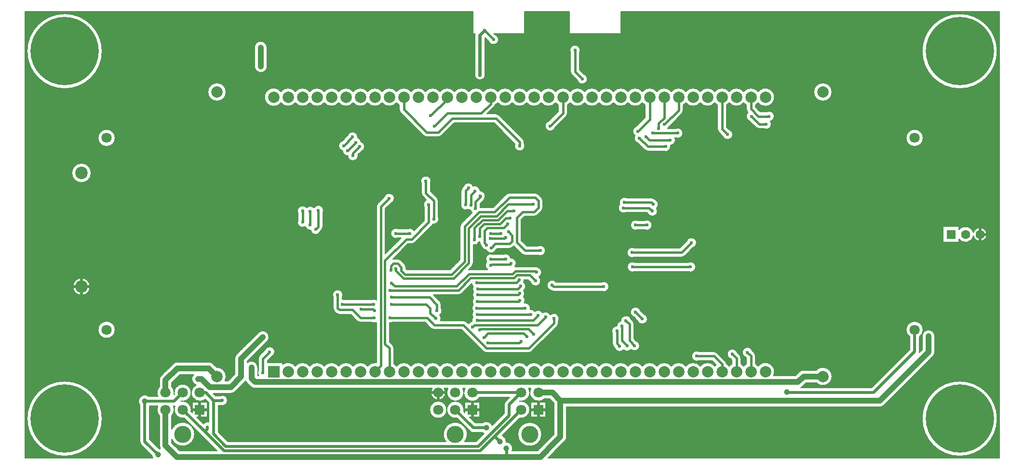
<source format=gtl>
G04*
G04 #@! TF.GenerationSoftware,Altium Limited,Altium Designer,18.1.1 (9)*
G04*
G04 Layer_Physical_Order=1*
G04 Layer_Color=255*
%FSLAX24Y24*%
%MOIN*%
G70*
G01*
G75*
%ADD10C,0.0079*%
%ADD11C,0.0394*%
%ADD12C,0.0197*%
%ADD25C,0.0157*%
%ADD26C,0.0236*%
%ADD27R,0.0709X0.0709*%
%ADD28C,0.0709*%
%ADD29C,0.1181*%
%ADD30C,0.4724*%
%ADD31C,0.0787*%
%ADD32R,0.0787X0.0787*%
%ADD33C,0.0866*%
%ADD34R,0.0630X0.0630*%
%ADD35C,0.0630*%
%ADD36C,0.0236*%
%ADD37C,0.0394*%
D10*
X74232Y45529D02*
G03*
X74232Y45529I-2598J0D01*
G01*
X62805Y42707D02*
G03*
X62805Y42707I-630J0D01*
G01*
X58830Y42350D02*
G03*
X57700Y42733I-630J0D01*
G01*
Y41967D02*
G03*
X58830Y42350I500J383D01*
G01*
X57700Y42733D02*
G03*
X56700Y42733I-500J-383D01*
G01*
D02*
G03*
X55700Y42733I-500J-383D01*
G01*
D02*
G03*
X54700Y42733I-500J-383D01*
G01*
D02*
G03*
X53700Y42733I-500J-383D01*
G01*
D02*
G03*
X52700Y42733I-500J-383D01*
G01*
D02*
G03*
X51700Y42733I-500J-383D01*
G01*
D02*
G03*
X50700Y42733I-500J-383D01*
G01*
X58819Y41024D02*
G03*
X58302Y41339I-354J0D01*
G01*
X58552Y40680D02*
G03*
X58819Y41024I-87J343D01*
G01*
X58612Y40482D02*
G03*
X58552Y40680I-354J0D01*
G01*
X57553Y40260D02*
G03*
X57776Y40167I223J223D01*
G01*
X58096D02*
G03*
X58612Y40482I162J315D01*
G01*
X57552Y40260D02*
G03*
X57776Y40167I223J222D01*
G01*
X57515Y41804D02*
G03*
X57700Y41967I-315J546D01*
G01*
X56700D02*
G03*
X56885Y41804I500J383D01*
G01*
X55700Y41967D02*
G03*
X56700Y41967I500J383D01*
G01*
X55515Y41804D02*
G03*
X55700Y41967I-315J546D01*
G01*
X54700D02*
G03*
X54885Y41804I500J383D01*
G01*
X53700Y41967D02*
G03*
X54700Y41967I500J383D01*
G01*
X56885Y41530D02*
G03*
X56977Y41308I315J0D01*
G01*
X56998Y41287D02*
G03*
X57126Y40686I237J-264D01*
G01*
X56885Y41530D02*
G03*
X56978Y41307I315J0D01*
G01*
X73512Y32854D02*
G03*
X72580Y32963I-472J0D01*
G01*
Y32745D02*
G03*
X73512Y32854I460J109D01*
G01*
X55945Y39764D02*
G03*
X55698Y40101I-354J0D01*
G01*
X72580Y32963D02*
G03*
X71590Y33174I-540J-109D01*
G01*
X69107Y39530D02*
G03*
X69107Y39530I-591J0D01*
G01*
X54885Y40154D02*
G03*
X54977Y39932I315J0D01*
G01*
X54885Y40154D02*
G03*
X54978Y39931I315J0D01*
G01*
X55253Y39656D02*
G03*
X55945Y39764I337J108D01*
G01*
X71590Y32534D02*
G03*
X72580Y32745I449J320D01*
G01*
X53445Y32274D02*
G03*
X52753Y32382I-354J0D01*
G01*
X53198Y31936D02*
G03*
X53445Y32274I-108J337D01*
G01*
X52869Y30285D02*
G03*
X53386Y30600I162J315D01*
G01*
D02*
G03*
X52869Y30915I-354J0D01*
G01*
X52700Y41967D02*
G03*
X53700Y41967I500J383D01*
G01*
X52515Y41804D02*
G03*
X52700Y41967I-315J546D01*
G01*
X52423Y41210D02*
G03*
X52515Y41432I-223J223D01*
G01*
X52422Y41209D02*
G03*
X52515Y41432I-222J223D01*
G01*
X52500Y39862D02*
G03*
X51983Y40177I-354J0D01*
G01*
Y39547D02*
G03*
X52500Y39862I162J315D01*
G01*
X51978Y39380D02*
G03*
X51936Y39547I-354J0D01*
G01*
X51642Y39026D02*
G03*
X51978Y39380I-18J354D01*
G01*
X51654Y38937D02*
G03*
X51642Y39026I-354J0D01*
G01*
X51137Y38622D02*
G03*
X51654Y38937I162J315D01*
G01*
X51440Y40177D02*
G03*
X51568Y40355I-210J285D01*
G01*
X52411Y31280D02*
G03*
X52634Y31372I0J315D01*
G01*
X52411Y31280D02*
G03*
X52634Y31372I0J315D01*
G01*
X45354Y45438D02*
G03*
X45394Y45600I-315J162D01*
G01*
X45896Y43612D02*
G03*
X45649Y43950I-354J0D01*
G01*
X45394Y45600D02*
G03*
X44724Y45438I-354J0D01*
G01*
X45204Y43504D02*
G03*
X45896Y43612I337J108D01*
G01*
X44724Y44114D02*
G03*
X44817Y43891I315J0D01*
G01*
X44724Y44114D02*
G03*
X44817Y43891I315J0D01*
G01*
X50700Y42733D02*
G03*
X49700Y42733I-500J-383D01*
G01*
Y41967D02*
G03*
X49885Y41804I500J383D01*
G01*
X49700Y42733D02*
G03*
X48700Y42733I-500J-383D01*
G01*
D02*
G03*
X47700Y42733I-500J-383D01*
G01*
D02*
G03*
X46700Y42733I-500J-383D01*
G01*
X48700Y41967D02*
G03*
X49700Y41967I500J383D01*
G01*
X47700D02*
G03*
X48700Y41967I500J383D01*
G01*
X46700D02*
G03*
X47700Y41967I500J383D01*
G01*
X46700Y42733D02*
G03*
X45700Y42733I-500J-383D01*
G01*
Y41967D02*
G03*
X46700Y41967I500J383D01*
G01*
X45700Y42733D02*
G03*
X44700Y42733I-500J-383D01*
G01*
Y41967D02*
G03*
X45700Y41967I500J383D01*
G01*
X39754Y46339D02*
G03*
X39508Y46676I-354J0D01*
G01*
X44700Y42733D02*
G03*
X43700Y42733I-500J-383D01*
G01*
X44515Y41804D02*
G03*
X44700Y41967I-315J546D01*
G01*
X43700D02*
G03*
X43885Y41804I500J383D01*
G01*
X43700Y42733D02*
G03*
X42700Y42733I-500J-383D01*
G01*
Y41967D02*
G03*
X43700Y41967I500J383D01*
G01*
X42700Y42733D02*
G03*
X41700Y42733I-500J-383D01*
G01*
Y41967D02*
G03*
X42700Y41967I500J383D01*
G01*
X44422Y41004D02*
G03*
X44515Y41228I-222J223D01*
G01*
X44423Y41005D02*
G03*
X44515Y41228I-223J223D01*
G01*
X40700Y41967D02*
G03*
X41700Y41967I500J383D01*
G01*
Y42733D02*
G03*
X40700Y42733I-500J-383D01*
G01*
X39700Y41967D02*
G03*
X40700Y41967I500J383D01*
G01*
Y42733D02*
G03*
X39700Y42733I-500J-383D01*
G01*
X39502Y41797D02*
G03*
X39700Y41967I-302J553D01*
G01*
X39423Y41664D02*
G03*
X39502Y41797I-223J223D01*
G01*
X39422Y41664D02*
G03*
X39502Y41797I-222J223D01*
G01*
X39790Y41098D02*
G03*
X39567Y41191I-223J-222D01*
G01*
X49846Y38714D02*
G03*
X50069Y38622I223J223D01*
G01*
X49846Y38715D02*
G03*
X50069Y38622I223J222D01*
G01*
X50669Y34668D02*
G03*
X50797Y34941I-226J272D01*
G01*
D02*
G03*
X50551Y35278I-354J0D01*
G01*
X50738Y34459D02*
G03*
X50669Y34668I-354J0D01*
G01*
X50046Y34351D02*
G03*
X50738Y34459I337J108D01*
G01*
X50538Y35291D02*
G03*
X50315Y35384I-223J-222D01*
G01*
X50538Y35292D02*
G03*
X50315Y35384I-223J-223D01*
G01*
X50364Y33494D02*
G03*
X49848Y33809I-354J0D01*
G01*
Y33179D02*
G03*
X50364Y33494I162J315D01*
G01*
X49182Y39696D02*
G03*
X49380Y39180I306J-178D01*
G01*
X49272Y40328D02*
G03*
X49182Y39696I108J-337D01*
G01*
X48617Y35384D02*
G03*
X48129Y34929I-162J-315D01*
G01*
Y34929D02*
G03*
X48548Y34370I257J-244D01*
G01*
X43219Y40692D02*
G03*
X43664Y40246I108J-337D01*
G01*
X42815Y35177D02*
G03*
X42723Y35400I-315J0D01*
G01*
X42815Y35177D02*
G03*
X42722Y35400I-315J0D01*
G01*
X49395Y33809D02*
G03*
X49395Y33179I-162J-315D01*
G01*
X42722Y34482D02*
G03*
X42815Y34705I-222J223D01*
G01*
X42723Y34482D02*
G03*
X42815Y34705I-223J223D01*
G01*
X49149Y31909D02*
G03*
X49149Y31280I-162J-315D01*
G01*
X49168Y30915D02*
G03*
X49168Y30285I-162J-315D01*
G01*
X47385Y29236D02*
G03*
X46869Y29551I-354J0D01*
G01*
Y28921D02*
G03*
X47385Y29236I162J315D01*
G01*
X43732Y29551D02*
G03*
X43350Y28992I-278J-220D01*
G01*
X43350D02*
G03*
X43550Y28921I200J244D01*
G01*
X43350Y28992D02*
G03*
X43550Y28921I200J244D01*
G01*
X42539Y29909D02*
G03*
X42736Y30226I-157J318D01*
G01*
X42667Y29636D02*
G03*
X42539Y29909I-354J0D01*
G01*
X42496Y35626D02*
G03*
X42274Y35719I-223J-223D01*
G01*
X42497Y35626D02*
G03*
X42274Y35719I-223J-222D01*
G01*
X42215Y34104D02*
G03*
X42438Y34197I0J315D01*
G01*
X42215Y34104D02*
G03*
X42437Y34197I0J315D01*
G01*
X41526Y39232D02*
G03*
X41433Y39455I-315J0D01*
G01*
X41526Y39232D02*
G03*
X41433Y39455I-315J0D01*
G01*
X41565Y38976D02*
G03*
X41526Y39139I-354J0D01*
G01*
X39790Y41099D02*
G03*
X39567Y41191I-223J-223D01*
G01*
X40884Y39114D02*
G03*
X41565Y38976I327J-137D01*
G01*
X40500Y35719D02*
G03*
X40277Y35626I0J-315D01*
G01*
X40500Y35719D02*
G03*
X40277Y35626I0J-315D01*
G01*
X42992Y31732D02*
G03*
X42475Y32047I-354J0D01*
G01*
Y31417D02*
G03*
X42992Y31732I162J315D01*
G01*
X42477Y30568D02*
G03*
X42303Y30620I-174J-263D01*
G01*
X42477Y30568D02*
G03*
X42303Y30620I-174J-263D01*
G01*
X42736Y30226D02*
G03*
X42477Y30568I-354J0D01*
G01*
X41352Y31510D02*
G03*
X41575Y31417I223J223D01*
G01*
X41352Y31510D02*
G03*
X41575Y31417I223J222D01*
G01*
X41975Y29528D02*
G03*
X42667Y29636I337J108D01*
G01*
X41937Y27656D02*
G03*
X41949Y27746I-343J90D01*
G01*
X41624Y29262D02*
G03*
X41482Y29545I-354J0D01*
G01*
X41487Y28982D02*
G03*
X41624Y29262I-217J280D01*
G01*
X41585Y28287D02*
G03*
X41484Y28535I-354J0D01*
G01*
X41949Y27746D02*
G03*
X41527Y28094I-354J0D01*
G01*
Y28094D02*
G03*
X41585Y28287I-297J193D01*
G01*
X40502Y31880D02*
G03*
X40725Y31973I0J315D01*
G01*
X40502Y31880D02*
G03*
X40725Y31972I0J315D01*
G01*
X41565Y28760D02*
G03*
X41487Y28982I-354J0D01*
G01*
X41484Y28535D02*
G03*
X41565Y28760I-274J225D01*
G01*
X41482Y29545D02*
G03*
X41526Y29715I-311J169D01*
G01*
X40974Y30856D02*
G03*
X40585Y31209I-354J0D01*
G01*
D02*
G03*
X40073Y31468I-350J-56D01*
G01*
X40884Y30619D02*
G03*
X40974Y30856I-264J237D01*
G01*
X69911Y25807D02*
G03*
X69045Y25807I-433J0D01*
G01*
X69911D02*
G03*
X69045Y25806I-433J0D01*
G01*
X69785Y24399D02*
G03*
X69911Y24705I-306J306D01*
G01*
X69785Y24399D02*
G03*
X69911Y24705I-306J306D01*
G01*
X68851Y25763D02*
G03*
X69107Y26250I-335J487D01*
G01*
D02*
G03*
X68182Y25763I-591J0D01*
G01*
X68847Y24686D02*
G03*
X68851Y24737I-331J51D01*
G01*
X68847Y24686D02*
G03*
X68851Y24737I-331J51D01*
G01*
X57296Y24793D02*
G03*
X56851Y24348I-337J-108D01*
G01*
X57515Y24444D02*
G03*
X57422Y24667I-315J0D01*
G01*
X57515Y24444D02*
G03*
X57423Y24666I-315J0D01*
G01*
X56515Y24282D02*
G03*
X56423Y24505I-315J0D01*
G01*
X56515Y24282D02*
G03*
X56422Y24505I-315J0D01*
G01*
X62805Y23022D02*
G03*
X61718Y23455I-630J0D01*
G01*
X60846D02*
G03*
X60540Y23328I0J-433D01*
G01*
X60846Y23455D02*
G03*
X60540Y23328I0J-433D01*
G01*
X57700Y23733D02*
G03*
X57515Y23896I-500J-383D01*
G01*
X56885D02*
G03*
X56700Y23733I315J-546D01*
G01*
D02*
G03*
X56515Y23896I-500J-383D01*
G01*
X58760Y23061D02*
G03*
X58830Y23350I-560J289D01*
G01*
D02*
G03*
X57700Y23733I-630J0D01*
G01*
X74232Y20100D02*
G03*
X74232Y20100I-2598J0D01*
G01*
X66112Y20906D02*
G03*
X66418Y21032I0J433D01*
G01*
X66112Y20906D02*
G03*
X66418Y21032I0J433D01*
G01*
X61718Y22589D02*
G03*
X62805Y23022I457J433D01*
G01*
X60653Y22244D02*
G03*
X60759Y22322I-201J384D01*
G01*
X60653Y22244D02*
G03*
X60759Y22322I-201J384D01*
G01*
X56253Y24675D02*
G03*
X55807Y24229I-337J-108D01*
G01*
X54859Y24652D02*
G03*
X54636Y24744I-223J-223D01*
G01*
X54859Y24651D02*
G03*
X54636Y24744I-223J-222D01*
G01*
X53617D02*
G03*
X53617Y24114I-162J-315D01*
G01*
X50049Y26998D02*
G03*
X49803Y27336I-354J0D01*
G01*
X49560Y27578D02*
G03*
X49115Y27133I-337J-108D01*
G01*
X49357Y26890D02*
G03*
X50049Y26998I337J108D01*
G01*
X49114Y26644D02*
G03*
X49022Y26867I-315J0D01*
G01*
X49114Y26644D02*
G03*
X49022Y26866I-315J0D01*
G01*
X49508Y25148D02*
G03*
X49261Y25485I-354J0D01*
G01*
X48907Y24893D02*
G03*
X49508Y25148I246J255D01*
G01*
X48400Y24869D02*
G03*
X48907Y24893I242J259D01*
G01*
X48900Y26988D02*
G03*
X48210Y26854I-337J-108D01*
G01*
X55513Y23896D02*
G03*
X55422Y24088I-313J-31D01*
G01*
X55513Y23896D02*
G03*
X55423Y24088I-313J-31D01*
G01*
X54700Y23733D02*
G03*
X53700Y23733I-500J-383D01*
G01*
D02*
G03*
X52700Y23733I-500J-383D01*
G01*
D02*
G03*
X51700Y23733I-500J-383D01*
G01*
X50700D02*
G03*
X49700Y23733I-500J-383D01*
G01*
X51700D02*
G03*
X50700Y23733I-500J-383D01*
G01*
X49700D02*
G03*
X48700Y23733I-500J-383D01*
G01*
X48210Y26854D02*
G03*
X47923Y26516I68J-348D01*
G01*
D02*
G03*
X47618Y25999I10J-354D01*
G01*
Y25295D02*
G03*
X47710Y25073I315J0D01*
G01*
X47618Y25295D02*
G03*
X47711Y25072I315J0D01*
G01*
X47792Y24990D02*
G03*
X48400Y24869I337J108D01*
G01*
X43898Y26865D02*
G03*
X43937Y27028I-315J162D01*
G01*
D02*
G03*
X43328Y27274I-354J0D01*
G01*
X43805Y26500D02*
G03*
X43898Y26722I-223J223D01*
G01*
X43328Y27274D02*
G03*
X42789Y27419I-326J-138D01*
G01*
X42789D02*
G03*
X42252Y27515I-308J-175D01*
G01*
X43805Y26499D02*
G03*
X43898Y26722I-222J223D01*
G01*
X42252Y27515D02*
G03*
X41937Y27656I-284J-212D01*
G01*
X41841Y24665D02*
G03*
X42064Y24758I0J315D01*
G01*
X41841Y24665D02*
G03*
X42063Y24758I0J315D01*
G01*
X48700Y23733D02*
G03*
X47700Y23733I-500J-383D01*
G01*
D02*
G03*
X46700Y23733I-500J-383D01*
G01*
D02*
G03*
X45700Y23733I-500J-383D01*
G01*
D02*
G03*
X44700Y23733I-500J-383D01*
G01*
D02*
G03*
X43700Y23733I-500J-383D01*
G01*
X41700D02*
G03*
X40700Y23733I-500J-383D01*
G01*
X43700D02*
G03*
X42700Y23733I-500J-383D01*
G01*
D02*
G03*
X41700Y23733I-500J-383D01*
G01*
X40700D02*
G03*
X39700Y23733I-500J-383D01*
G01*
X55885Y23896D02*
G03*
X55700Y23733I315J-546D01*
G01*
D02*
G03*
X55513Y23896I-500J-383D01*
G01*
X54791Y23829D02*
G03*
X54700Y23733I409J-479D01*
G01*
X44332Y18532D02*
G03*
X44459Y18839I-306J306D01*
G01*
X44332Y18532D02*
G03*
X44459Y18839I-306J306D01*
G01*
X41909Y21896D02*
G03*
X42902Y21464I591J1D01*
G01*
X41990Y22195D02*
G03*
X41909Y21898I510J-298D01*
G01*
D02*
G03*
X41829Y22195I-591J-1D01*
G01*
X41320Y21307D02*
G03*
X41909Y21896I-1J591D01*
G01*
X41211Y21317D02*
G03*
X41318Y21307I107J581D01*
G01*
D02*
G03*
X41187Y21292I1J-591D01*
G01*
X40246Y21297D02*
G03*
X40148Y21061I237J-237D01*
G01*
X40246Y21297D02*
G03*
X40148Y21061I237J-237D01*
G01*
X41909Y20716D02*
G03*
X41320Y21307I-591J0D01*
G01*
X41212Y20135D02*
G03*
X41909Y20716I107J581D01*
G01*
X42736Y19015D02*
G03*
X42736Y19015I-827J0D01*
G01*
D02*
G03*
X42736Y19015I-827J0D01*
G01*
X40718Y18041D02*
G03*
X40283Y18474I-433J0D01*
G01*
D02*
G03*
X40285Y18524I-430J49D01*
G01*
X40688Y17881D02*
G03*
X40718Y18041I-402J160D01*
G01*
X40285Y18524D02*
G03*
X40006Y18929I-433J0D01*
G01*
X39062Y46231D02*
G03*
X39754Y46339I337J108D01*
G01*
X38110Y43888D02*
G03*
X38819Y43888I354J0D01*
G01*
X38110D02*
G03*
X38819Y43888I354J0D01*
G01*
X38127Y46752D02*
G03*
X38110Y46644I337J-108D01*
G01*
X38127Y46752D02*
G03*
X38110Y46644I337J-108D01*
G01*
X39700Y42733D02*
G03*
X38700Y42733I-500J-383D01*
G01*
D02*
G03*
X37700Y42733I-500J-383D01*
G01*
D02*
G03*
X36700Y42733I-500J-383D01*
G01*
X37998Y36189D02*
G03*
X37330Y36171I-331J-126D01*
G01*
X36700Y42733D02*
G03*
X35700Y42733I-500J-383D01*
G01*
D02*
G03*
X34700Y42733I-500J-383D01*
G01*
X35591Y39606D02*
G03*
X35814Y39699I0J315D01*
G01*
X35591Y39606D02*
G03*
X35813Y39699I0J315D01*
G01*
X34551D02*
G03*
X34774Y39606I223J223D01*
G01*
X35039Y36383D02*
G03*
X35079Y36545I-315J162D01*
G01*
X34700Y42733D02*
G03*
X33700Y42733I-500J-383D01*
G01*
X32700D02*
G03*
X31700Y42733I-500J-383D01*
G01*
X34551Y39699D02*
G03*
X34774Y39606I223J222D01*
G01*
X35079Y36545D02*
G03*
X34409Y36383I-354J0D01*
G01*
X32700Y41967D02*
G03*
X32885Y41804I500J383D01*
G01*
X33700Y42733D02*
G03*
X32700Y42733I-500J-383D01*
G01*
X32885Y41495D02*
G03*
X32977Y41272I315J0D01*
G01*
X32885Y41495D02*
G03*
X32978Y41272I315J0D01*
G01*
X31700Y41967D02*
G03*
X32700Y41967I500J383D01*
G01*
X38736Y35250D02*
G03*
X38829Y35472I-223J223D01*
G01*
X38736Y35249D02*
G03*
X38829Y35472I-222J223D01*
G01*
X38829Y35512D02*
G03*
X38474Y35866I-354J0D01*
G01*
X38913Y31762D02*
G03*
X39572Y31803I322J149D01*
G01*
X38590Y32008D02*
G03*
X38913Y31762I337J108D01*
G01*
X39376Y31468D02*
G03*
X38932Y30938I-162J-315D01*
G01*
X38474Y35866D02*
G03*
X37998Y36189I-354J-10D01*
G01*
X38493Y34715D02*
G03*
X38466Y34785I-343J-89D01*
G01*
X37643Y34577D02*
G03*
X37811Y34520I194J297D01*
G01*
X37258Y36099D02*
G03*
X37165Y35876I223J-223D01*
G01*
X37258Y36099D02*
G03*
X37165Y35876I222J-223D01*
G01*
Y35054D02*
G03*
X37643Y34577I315J-162D01*
G01*
X38416Y32356D02*
G03*
X38465Y32352I49J351D01*
G01*
X37811Y34520D02*
G03*
X37919Y34357I338J106D01*
G01*
X38002Y32125D02*
G03*
X38416Y32356I79J345D01*
G01*
X38465Y32264D02*
G03*
X38557Y32041I315J0D01*
G01*
X38465Y32264D02*
G03*
X38557Y32041I315J0D01*
G01*
X37910Y30641D02*
G03*
X38002Y30864I-223J223D01*
G01*
X37909Y30641D02*
G03*
X38002Y30864I-222J223D01*
G01*
X37189Y33627D02*
G03*
X37096Y33403I222J-223D01*
G01*
X35620Y33917D02*
G03*
X35581Y34080I-354J0D01*
G01*
X37189Y33626D02*
G03*
X37096Y33403I223J-223D01*
G01*
X38932Y30938D02*
G03*
X38993Y30423I270J-229D01*
G01*
X37890Y29452D02*
G03*
X37998Y29257I348J65D01*
G01*
D02*
G03*
X38019Y28878I309J-173D01*
G01*
D02*
G03*
X38034Y28446I288J-207D01*
G01*
Y28446D02*
G03*
X38001Y27990I254J-247D01*
G01*
X37992Y27512D02*
G03*
X37982Y27108I286J-209D01*
G01*
X38001Y27990D02*
G03*
X37992Y27512I257J-244D01*
G01*
X37982Y27108D02*
G03*
X37917Y26850I286J-209D01*
G01*
X37917Y26850D02*
G03*
X37848Y26798I154J-275D01*
G01*
X37917Y26850D02*
G03*
X37848Y26797I154J-275D01*
G01*
X36978Y28671D02*
G03*
X37201Y28764I0J315D01*
G01*
X36978Y28671D02*
G03*
X37201Y28764I0J315D01*
G01*
X37835Y26784D02*
G03*
X37666Y26668I108J-337D01*
G01*
X37536Y26797D02*
G03*
X37313Y26890I-223J-222D01*
G01*
X37536Y26798D02*
G03*
X37313Y26890I-223J-223D01*
G01*
X35837Y27569D02*
G03*
X35797Y27731I-354J0D01*
G01*
X35689Y27281D02*
G03*
X35837Y27569I-207J288D01*
G01*
X35797Y27982D02*
G03*
X35705Y28205I-315J0D01*
G01*
X35797Y27982D02*
G03*
X35705Y28205I-315J0D01*
G01*
X35741Y26890D02*
G03*
X35778Y27047I-317J157D01*
G01*
D02*
G03*
X35689Y27281I-354J0D01*
G01*
X35581Y35177D02*
G03*
X35488Y35400I-315J0D01*
G01*
X35581Y35177D02*
G03*
X35488Y35400I-315J0D01*
G01*
X34760Y35237D02*
G03*
X34606Y34759I161J-316D01*
G01*
X35211Y33567D02*
G03*
X35620Y33917I55J350D01*
G01*
X35144Y33468D02*
G03*
X35211Y33567I-223J223D01*
G01*
X35144Y33468D02*
G03*
X35211Y33567I-222J223D01*
G01*
X34409Y35719D02*
G03*
X34502Y35496I315J0D01*
G01*
X34409Y35719D02*
G03*
X34502Y35495I315J0D01*
G01*
X32303Y35007D02*
G03*
X32549Y35344I-108J337D01*
G01*
D02*
G03*
X31857Y35452I-354J0D01*
G01*
X33907Y33122D02*
G03*
X33451Y33239I-294J-198D01*
G01*
X32811D02*
G03*
X32811Y32609I-162J-315D01*
G01*
X33740Y32195D02*
G03*
X33963Y32287I0J315D01*
G01*
X33740Y32195D02*
G03*
X33963Y32288I0J315D01*
G01*
X33346Y30581D02*
G03*
X33254Y30804I-315J0D01*
G01*
X33346Y30581D02*
G03*
X33254Y30803I-315J0D01*
G01*
X32998Y31059D02*
G03*
X32776Y31152I-223J-223D01*
G01*
X32999Y31059D02*
G03*
X32776Y31152I-223J-222D01*
G01*
X32205Y26725D02*
G03*
X32406Y26762I39J352D01*
G01*
X23740Y45787D02*
G03*
X22874Y45787I-433J0D01*
G01*
X23760Y44478D02*
G03*
X23740Y44607I-433J0D01*
G01*
X23760Y44478D02*
G03*
X23740Y44607I-433J0D01*
G01*
X23020Y44173D02*
G03*
X23760Y44478I307J306D01*
G01*
X22874Y44498D02*
G03*
X23001Y44192I433J0D01*
G01*
X23021Y44172D02*
G03*
X23760Y44478I306J306D01*
G01*
X22874Y44498D02*
G03*
X23001Y44192I433J0D01*
G01*
X23740Y45787D02*
G03*
X22874Y45786I-433J0D01*
G01*
X31700Y42733D02*
G03*
X30700Y42733I-500J-383D01*
G01*
D02*
G03*
X29700Y42733I-500J-383D01*
G01*
D02*
G03*
X28700Y42733I-500J-383D01*
G01*
D02*
G03*
X27700Y42733I-500J-383D01*
G01*
X29700Y41967D02*
G03*
X30700Y41967I500J383D01*
G01*
D02*
G03*
X31700Y41967I500J383D01*
G01*
X28700D02*
G03*
X29700Y41967I500J383D01*
G01*
X27700D02*
G03*
X28700Y41967I500J383D01*
G01*
X27700Y42733D02*
G03*
X26700Y42733I-500J-383D01*
G01*
D02*
G03*
X25700Y42733I-500J-383D01*
G01*
D02*
G03*
X24700Y42733I-500J-383D01*
G01*
D02*
G03*
X24700Y41967I-500J-383D01*
G01*
X26700D02*
G03*
X27700Y41967I500J383D01*
G01*
X25700D02*
G03*
X26700Y41967I500J383D01*
G01*
X24700D02*
G03*
X25700Y41967I500J383D01*
G01*
X12348Y45529D02*
G03*
X12348Y45529I-2598J0D01*
G01*
X20915Y42707D02*
G03*
X20915Y42707I-630J0D01*
G01*
X30492Y38927D02*
G03*
X30243Y39265I-354J0D01*
G01*
Y39265D02*
G03*
X30008Y39557I-352J-43D01*
G01*
X30246Y38590D02*
G03*
X30492Y38927I-108J337D01*
G01*
X30010Y39596D02*
G03*
X29318Y39704I-354J0D01*
G01*
X30008Y39557D02*
G03*
X30010Y39596I-352J39D01*
G01*
X31392Y34987D02*
G03*
X31299Y34764I222J-223D01*
G01*
X30039Y38297D02*
G03*
X30031Y38375I-354J0D01*
G01*
X28967Y38641D02*
G03*
X29331Y38297I354J11D01*
G01*
X31391Y34986D02*
G03*
X31299Y34764I223J-223D01*
G01*
X29331Y38297D02*
G03*
X30039Y38297I354J-0D01*
G01*
X28937Y39324D02*
G03*
X28967Y38641I108J-337D01*
G01*
X27648Y34518D02*
G03*
X26987Y34695I-354J0D01*
G01*
X27608Y34355D02*
G03*
X27648Y34518I-315J162D01*
G01*
X26987Y34695D02*
G03*
X26480Y34697I-254J-247D01*
G01*
X26480D02*
G03*
X25886Y34316I-279J-219D01*
G01*
X31299Y28319D02*
G03*
X30960Y28327I-177J-307D01*
G01*
X30989Y26762D02*
G03*
X31299Y26755I162J315D01*
G01*
X28947Y28509D02*
G03*
X28986Y28671I-315J162D01*
G01*
X29994Y26854D02*
G03*
X30217Y26762I223J223D01*
G01*
X29993Y26854D02*
G03*
X30217Y26762I223J222D01*
G01*
X29109Y28327D02*
G03*
X28947Y28366I-162J-315D01*
G01*
X27516Y33163D02*
G03*
X27608Y33386I-223J223D01*
G01*
X26393Y33393D02*
G03*
X26757Y33141I340J101D01*
G01*
X27516Y33163D02*
G03*
X27608Y33386I-222J223D01*
G01*
X25886Y33853D02*
G03*
X26393Y33393I315J-162D01*
G01*
X28986Y28671D02*
G03*
X28317Y28509I-354J0D01*
G01*
X28527Y27405D02*
G03*
X28750Y27313I223J223D01*
G01*
X28527Y27406D02*
G03*
X28750Y27313I223J222D01*
G01*
X26757Y33141D02*
G03*
X27444Y33091I350J58D01*
G01*
X28317Y27746D02*
G03*
X28410Y27523I315J0D01*
G01*
X28317Y27746D02*
G03*
X28409Y27523I315J0D01*
G01*
X13241Y39530D02*
G03*
X13241Y39530I-591J0D01*
G01*
X11585Y37106D02*
G03*
X11585Y37106I-669J0D01*
G01*
X11506Y29232D02*
G03*
X11506Y29232I-591J0D01*
G01*
X38684Y24758D02*
G03*
X38907Y24665I223J222D01*
G01*
X38685Y24758D02*
G03*
X38907Y24665I223J223D01*
G01*
X35092Y26352D02*
G03*
X35315Y26260I223J223D01*
G01*
X35092Y26352D02*
G03*
X35315Y26260I223J222D01*
G01*
X32515Y24980D02*
G03*
X32423Y25202I-315J0D01*
G01*
X32515Y24980D02*
G03*
X32422Y25203I-315J0D01*
G01*
X39700Y23733D02*
G03*
X38700Y23733I-500J-383D01*
G01*
D02*
G03*
X37700Y23733I-500J-383D01*
G01*
D02*
G03*
X36700Y23733I-500J-383D01*
G01*
D02*
G03*
X35700Y23733I-500J-383D01*
G01*
X37352Y21897D02*
G03*
X37272Y22195I-591J0D01*
G01*
X35700Y23733D02*
G03*
X34700Y23733I-500J-383D01*
G01*
D02*
G03*
X33700Y23733I-500J-383D01*
G01*
D02*
G03*
X32700Y23733I-500J-383D01*
G01*
D02*
G03*
X32515Y23896I-500J-383D01*
G01*
X31299Y23972D02*
G03*
X30700Y23733I-99J-622D01*
G01*
D02*
G03*
X29700Y23733I-500J-383D01*
G01*
D02*
G03*
X28700Y23733I-500J-383D01*
G01*
X23878Y25748D02*
G03*
X23139Y26054I-433J0D01*
G01*
X23878Y25748D02*
G03*
X23138Y26054I-433J0D01*
G01*
X23751Y25441D02*
G03*
X23878Y25748I-306J307D01*
G01*
X23751Y25442D02*
G03*
X23878Y25748I-306J306D01*
G01*
X24035Y24387D02*
G03*
X24281Y24724I-108J337D01*
G01*
D02*
G03*
X23590Y24832I-354J0D01*
G01*
X23232Y24475D02*
G03*
X23140Y24252I223J-223D01*
G01*
X23232Y24475D02*
G03*
X23140Y24252I222J-223D01*
G01*
X28700Y23733D02*
G03*
X27700Y23733I-500J-383D01*
G01*
D02*
G03*
X26700Y23733I-500J-383D01*
G01*
D02*
G03*
X25700Y23733I-500J-383D01*
G01*
D02*
G03*
X24830Y23860I-500J-383D01*
G01*
X23100Y23652D02*
G03*
X22382Y23977I-433J0D01*
G01*
X23100Y23652D02*
G03*
X22382Y23977I-433J0D01*
G01*
X23140Y23430D02*
G03*
X23167Y23061I315J-162D01*
G01*
X22617Y22322D02*
G03*
X22923Y22195I306J306D01*
G01*
X22617Y22322D02*
G03*
X22923Y22195I306J306D01*
G01*
X37433Y22195D02*
G03*
X37352Y21897I510J-298D01*
G01*
D02*
G03*
X38430Y21563I591J0D01*
G01*
X36252Y22195D02*
G03*
X36762Y21307I510J-298D01*
G01*
D02*
G03*
X37352Y21897I0J591D01*
G01*
X36093D02*
G03*
X35997Y22195I-512J0D01*
G01*
X37352Y20716D02*
G03*
X36762Y21307I-591J0D01*
G01*
X37343Y20609D02*
G03*
X37352Y20716I-581J107D01*
G01*
X39311Y19626D02*
G03*
X38633Y19803I-403J-157D01*
G01*
Y19134D02*
G03*
X38749Y19065I275J335D01*
G01*
X37773Y19232D02*
G03*
X38009Y19134I237J237D01*
G01*
X37773Y19232D02*
G03*
X38009Y19134I237J237D01*
G01*
X36762Y21307D02*
G03*
X36869Y20135I0J-591D01*
G01*
X37411Y18511D02*
G03*
X37589Y19023I-649J512D01*
G01*
D02*
G03*
X36112Y18511I-827J0D01*
G01*
X37589Y19023D02*
G03*
X36112Y18511I-827J0D01*
G01*
X37411D02*
G03*
X37589Y19023I-649J512D01*
G01*
X35164Y22195D02*
G03*
X36093Y21897I416J-298D01*
G01*
X36171Y20716D02*
G03*
X36171Y20716I-591J0D01*
G01*
X21643Y24558D02*
G03*
X21516Y24252I306J-306D01*
G01*
X21643Y24558D02*
G03*
X21516Y24252I306J-306D01*
G01*
X20837Y22717D02*
G03*
X20915Y23022I-551J305D01*
G01*
X20031Y23889D02*
G03*
X19724Y24016I-306J-306D01*
G01*
X20031Y23889D02*
G03*
X19724Y24016I-306J-306D01*
G01*
X20915Y23022D02*
G03*
X20268Y23651I-630J0D01*
G01*
X17549Y24016D02*
G03*
X17243Y23889I0J-433D01*
G01*
X17549Y24016D02*
G03*
X17243Y23889I0J-433D01*
G01*
X22273Y22705D02*
G03*
X22361Y22578I394J179D01*
G01*
X22273Y22705D02*
G03*
X22361Y22578I394J179D01*
G01*
X18669Y23150D02*
G03*
X18844Y22432I307J-305D01*
G01*
X21240Y21850D02*
G03*
X21546Y21977I0J433D01*
G01*
X18669Y23150D02*
G03*
X18844Y22432I307J-305D01*
G01*
D02*
G03*
X18504Y21898I250J-535D01*
G01*
X21240Y21850D02*
G03*
X21546Y21977I0J433D01*
G01*
X18504Y21896D02*
G03*
X19477Y21447I591J1D01*
G01*
X20577Y21014D02*
G03*
X21014Y21358I83J344D01*
G01*
D02*
G03*
X20518Y21683I-354J0D01*
G01*
X18504Y21898D02*
G03*
X17323Y21898I-591J-1D01*
G01*
D02*
G03*
X17165Y22299I-591J-1D01*
G01*
X17323Y21896D02*
G03*
X17333Y21790I591J1D01*
G01*
X17914Y21307D02*
G03*
X18504Y21896I-1J591D01*
G01*
X17308Y21765D02*
G03*
X17323Y21896I-576J132D01*
G01*
X13241Y26250D02*
G03*
X13241Y26250I-591J0D01*
G01*
X16426Y23072D02*
G03*
X16299Y22766I306J-306D01*
G01*
X16426Y23072D02*
G03*
X16299Y22766I306J-306D01*
G01*
Y22299D02*
G03*
X16204Y21634I433J-402D01*
G01*
X15570D02*
G03*
X14961Y21024I-275J-335D01*
G01*
X12348Y20100D02*
G03*
X12348Y20100I-2598J0D01*
G01*
X19715Y19861D02*
G03*
X19356Y19747I-89J-343D01*
G01*
X17806Y21317D02*
G03*
X17912Y21307I107J581D01*
G01*
D02*
G03*
X17781Y21292I1J-591D01*
G01*
X17315Y20965D02*
G03*
X17381Y20971I0J335D01*
G01*
D02*
G03*
X17323Y20717I533J-255D01*
G01*
X18494Y20609D02*
G03*
X18504Y20716I-581J107D01*
G01*
D02*
G03*
X17914Y21307I-591J0D01*
G01*
X17323Y20715D02*
G03*
X18021Y20135I591J1D01*
G01*
X17315Y20965D02*
G03*
X17381Y20971I0J335D01*
G01*
X17323Y20717D02*
G03*
X17268Y20965I-591J-1D01*
G01*
X17165Y20315D02*
G03*
X17323Y20715I-433J402D01*
G01*
X16197Y20965D02*
G03*
X16299Y20315I536J-248D01*
G01*
X18740Y19023D02*
G03*
X17165Y19375I-827J0D01*
G01*
X18740Y19023D02*
G03*
X17165Y19375I-827J0D01*
G01*
Y18671D02*
G03*
X18740Y19023I748J352D01*
G01*
X17165Y18671D02*
G03*
X18740Y19023I748J352D01*
G01*
X16299Y18238D02*
G03*
X16368Y18004I433J0D01*
G01*
X16299Y18238D02*
G03*
X16368Y18004I433J0D01*
G01*
X16368Y18004D02*
G03*
X16259Y18029I-151J-406D01*
G01*
X15786Y17556D02*
G03*
X15849Y17370I431J42D01*
G01*
X14961Y18520D02*
G03*
X15059Y18284I335J0D01*
G01*
X14961Y18520D02*
G03*
X15059Y18284I335J0D01*
G01*
X73586Y47244D02*
X74370D01*
X73636Y47185D02*
X74370D01*
X73533Y47303D02*
X74370D01*
X73728Y47067D02*
X74370D01*
X73684Y47126D02*
X74370D01*
X73642Y47179D02*
Y48275D01*
X73583Y47248D02*
Y48275D01*
X73760Y47023D02*
Y48275D01*
X73701Y47104D02*
Y48275D01*
X74114Y46304D02*
Y48275D01*
X74173Y46081D02*
Y48275D01*
X74055Y46473D02*
Y48275D01*
X74232Y45557D02*
Y48275D01*
X73771Y47008D02*
X74370D01*
X73878Y46839D02*
Y48275D01*
X73819Y46936D02*
Y48275D01*
X73996Y46612D02*
Y48275D01*
X73937Y46732D02*
Y48275D01*
X72940Y47776D02*
X74370D01*
X73037Y47716D02*
X74370D01*
X72833Y47835D02*
X74370D01*
X73206Y47598D02*
X74370D01*
X73125Y47657D02*
X74370D01*
X72401Y48012D02*
X74370D01*
X72174Y48071D02*
X74370D01*
X72711Y47894D02*
X74370D01*
X72571Y47953D02*
X74370D01*
X73350Y47480D02*
X74370D01*
X73523Y47313D02*
Y48275D01*
X73280Y47539D02*
X74370D01*
X73476Y47362D02*
X74370D01*
X73415Y47421D02*
X74370D01*
X73346Y47483D02*
Y48275D01*
X73287Y47534D02*
Y48275D01*
X73464Y47373D02*
Y48275D01*
X73405Y47430D02*
Y48275D01*
X74226Y45709D02*
X74370D01*
X74229Y45650D02*
X74370D01*
X74221Y45768D02*
X74370D01*
X74232Y45531D02*
X74370D01*
X74232Y45590D02*
X74370D01*
X74199Y45945D02*
X74370D01*
X74189Y46004D02*
X74370D01*
X74215Y45827D02*
X74370D01*
X74208Y45886D02*
X74370D01*
X74216Y45236D02*
X74370D01*
X74208Y45177D02*
X74370D01*
X74200Y45118D02*
X74370D01*
X74189Y45059D02*
X74370D01*
X74178Y45000D02*
X74370D01*
X74232Y45472D02*
X74370D01*
X74230Y45413D02*
X74370D01*
X74226Y45354D02*
X74370D01*
X74222Y45295D02*
X74370D01*
X73976Y46653D02*
X74370D01*
X74004Y46594D02*
X74370D01*
X73947Y46713D02*
X74370D01*
X74054Y46476D02*
X74370D01*
X74030Y46535D02*
X74370D01*
X73848Y46890D02*
X74370D01*
X73810Y46949D02*
X74370D01*
X73916Y46772D02*
X74370D01*
X73883Y46831D02*
X74370D01*
X74164Y46122D02*
X74370D01*
X74149Y46181D02*
X74370D01*
X74177Y46063D02*
X74370D01*
X74165Y44941D02*
X74370D01*
X74096Y46358D02*
X74370D01*
X74076Y46417D02*
X74370D01*
X74133Y46240D02*
X74370D01*
X74116Y46299D02*
X74370D01*
X71043Y48060D02*
Y48275D01*
X70984Y48045D02*
Y48275D01*
X70925Y48029D02*
Y48275D01*
X71161Y48084D02*
Y48275D01*
X71102Y48073D02*
Y48275D01*
X70748Y47972D02*
Y48275D01*
X70689Y47950D02*
Y48275D01*
X70866Y48012D02*
Y48275D01*
X70807Y47992D02*
Y48275D01*
X70512Y47873D02*
Y48275D01*
X70453Y47844D02*
Y48275D01*
X70394Y47812D02*
Y48275D01*
X70630Y47926D02*
Y48275D01*
X70571Y47900D02*
Y48275D01*
X70216Y47707D02*
Y48275D01*
X70157Y47667D02*
Y48275D01*
X70335Y47779D02*
Y48275D01*
X70275Y47744D02*
Y48275D01*
X69980Y47533D02*
Y48275D01*
X69921Y47483D02*
Y48275D01*
X69862Y47430D02*
Y48275D01*
X70098Y47625D02*
Y48275D01*
X70039Y47581D02*
Y48275D01*
X69685Y47248D02*
Y48275D01*
X69626Y47178D02*
Y48275D01*
X69803Y47373D02*
Y48275D01*
X69744Y47312D02*
Y48275D01*
X69449Y46935D02*
Y48275D01*
X69390Y46839D02*
Y48275D01*
X69331Y46732D02*
Y48275D01*
X69567Y47104D02*
Y48275D01*
X69508Y47023D02*
Y48275D01*
X69153Y46303D02*
Y48275D01*
X69094Y46079D02*
Y48275D01*
X69272Y46611D02*
Y48275D01*
X69212Y46472D02*
Y48275D01*
X72520Y47972D02*
Y48275D01*
X72579Y47950D02*
Y48275D01*
X72460Y47993D02*
Y48275D01*
X72697Y47900D02*
Y48275D01*
X72638Y47926D02*
Y48275D01*
X72283Y48045D02*
Y48275D01*
X72224Y48060D02*
Y48275D01*
X72401Y48012D02*
Y48275D01*
X72342Y48029D02*
Y48275D01*
X73051Y47707D02*
Y48275D01*
X73110Y47667D02*
Y48275D01*
X72992Y47744D02*
Y48275D01*
X73228Y47581D02*
Y48275D01*
X73169Y47625D02*
Y48275D01*
X72815Y47844D02*
Y48275D01*
X72756Y47873D02*
Y48275D01*
X72933Y47780D02*
Y48275D01*
X72874Y47813D02*
Y48275D01*
X71693Y48127D02*
Y48275D01*
X71752Y48125D02*
Y48275D01*
X71634Y48128D02*
Y48275D01*
X71870Y48117D02*
Y48275D01*
X71811Y48122D02*
Y48275D01*
X71457Y48122D02*
Y48275D01*
X71397Y48117D02*
Y48275D01*
X71575Y48127D02*
Y48275D01*
X71516Y48125D02*
Y48275D01*
X72047Y48094D02*
Y48275D01*
X71988Y48103D02*
Y48275D01*
X72165Y48073D02*
Y48275D01*
X72106Y48084D02*
Y48275D01*
X71279Y48103D02*
Y48275D01*
X71220Y48094D02*
Y48275D01*
X71929Y48111D02*
Y48275D01*
X71338Y48111D02*
Y48275D01*
X74077Y44646D02*
X74370D01*
X74055Y44587D02*
X74370D01*
X74031Y44527D02*
X74370D01*
X74006Y44468D02*
X74370D01*
X73979Y44409D02*
X74370D01*
X74150Y44882D02*
X74370D01*
X74134Y44823D02*
X74370D01*
X74117Y44764D02*
X74370D01*
X74098Y44705D02*
X74370D01*
X73813Y44114D02*
X74370D01*
X73774Y44055D02*
X74370D01*
X73732Y43996D02*
X74370D01*
X73687Y43937D02*
X74370D01*
X73640Y43878D02*
X74370D01*
X73949Y44350D02*
X74370D01*
X73918Y44291D02*
X74370D01*
X73885Y44232D02*
X74370D01*
X73850Y44173D02*
X74370D01*
X73355Y43583D02*
X74370D01*
X73286Y43524D02*
X74370D01*
X73212Y43464D02*
X74370D01*
X73131Y43405D02*
X74370D01*
X73044Y43346D02*
X74370D01*
X73590Y43819D02*
X74370D01*
X73537Y43760D02*
X74370D01*
X73480Y43701D02*
X74370D01*
X73420Y43642D02*
X74370D01*
X73405Y33153D02*
Y43628D01*
X73464Y33060D02*
Y43685D01*
X73346Y33213D02*
Y43575D01*
X73287Y33256D02*
Y43525D01*
X73228Y33287D02*
Y43477D01*
X73169Y33309D02*
Y43433D01*
X73110Y33321D02*
Y43391D01*
X73051Y33327D02*
Y43351D01*
X72948Y43287D02*
X74370D01*
X72841Y43228D02*
X74370D01*
X72721Y43169D02*
X74370D01*
X72583Y43110D02*
X74370D01*
X72416Y43051D02*
X74370D01*
X72992Y33324D02*
Y43314D01*
X72933Y33315D02*
Y43279D01*
X72342Y33315D02*
Y43029D01*
X72283Y33349D02*
Y43013D01*
X72874Y33297D02*
Y43246D01*
X72815Y33270D02*
Y43215D01*
X72756Y33232D02*
Y43185D01*
X72697Y33180D02*
Y43158D01*
X72638Y33103D02*
Y43132D01*
X72579Y32968D02*
Y43109D01*
X72520Y33125D02*
Y43086D01*
X72460Y33210D02*
Y43066D01*
X72401Y33270D02*
Y43047D01*
X62803Y42756D02*
X74370D01*
X62805Y42697D02*
X74370D01*
X62801Y42638D02*
X74370D01*
X62792Y42579D02*
X74370D01*
X62777Y42520D02*
X74370D01*
X72195Y42992D02*
X74370D01*
X71742Y42933D02*
X74370D01*
X62796Y42815D02*
X74370D01*
X62783Y42874D02*
X74370D01*
X62755Y42461D02*
X74370D01*
X62726Y42401D02*
X74370D01*
X62689Y42342D02*
X74370D01*
X62642Y42283D02*
X74370D01*
X72224Y33374D02*
Y42999D01*
X72165Y33391D02*
Y42986D01*
X62580Y42224D02*
X74370D01*
X62497Y42165D02*
X74370D01*
X68563Y40118D02*
Y48275D01*
X68622Y40111D02*
Y48275D01*
X68504Y40120D02*
Y48275D01*
X68740Y40076D02*
Y48275D01*
X68681Y40097D02*
Y48275D01*
X68327Y40089D02*
Y48275D01*
X68268Y40065D02*
Y48275D01*
X68445Y40116D02*
Y48275D01*
X68386Y40105D02*
Y48275D01*
X68917Y39963D02*
Y48275D01*
X68976Y39900D02*
Y48275D01*
X68858Y40011D02*
Y48275D01*
X69094Y39650D02*
Y44979D01*
X69035Y39811D02*
Y48275D01*
X68149Y39992D02*
Y48275D01*
X68090Y39939D02*
Y48275D01*
X68799Y40048D02*
Y48275D01*
X68209Y40034D02*
Y48275D01*
X62244Y43333D02*
Y48275D01*
X62303Y43324D02*
Y48275D01*
X62185Y43337D02*
Y48275D01*
X62421Y43287D02*
Y48275D01*
X62362Y43308D02*
Y48275D01*
X62008Y43314D02*
Y48275D01*
X61949Y43294D02*
Y48275D01*
X62126Y43335D02*
Y48275D01*
X62067Y43327D02*
Y48275D01*
X62775Y42898D02*
Y48275D01*
X62716Y43029D02*
Y48275D01*
X68031Y39867D02*
Y48275D01*
X67972Y39760D02*
Y48275D01*
X62539Y43221D02*
Y48275D01*
X62480Y43258D02*
Y48275D01*
X62657Y43112D02*
Y48275D01*
X62598Y43173D02*
Y48275D01*
X71397Y33406D02*
Y42941D01*
X71457Y33406D02*
Y42937D01*
X71338Y33406D02*
Y42948D01*
X71575Y33406D02*
Y42931D01*
X71516Y33406D02*
Y42933D01*
X71161Y33406D02*
Y42974D01*
X71102Y33406D02*
Y42986D01*
X71279Y33406D02*
Y42955D01*
X71220Y33406D02*
Y42964D01*
X72047Y33405D02*
Y42964D01*
X72106Y33401D02*
Y42974D01*
X71988Y33403D02*
Y42955D01*
X71929Y33394D02*
Y42948D01*
X71870Y33379D02*
Y42941D01*
X71811Y33356D02*
Y42937D01*
X71752Y33325D02*
Y42933D01*
X71693Y33283D02*
Y42931D01*
X71634Y33228D02*
Y42931D01*
X62703Y43051D02*
X70852D01*
X70571Y33406D02*
Y43158D01*
X62659Y43110D02*
X70685D01*
X62763Y42933D02*
X71525D01*
X62737Y42992D02*
X71073D01*
X62528Y43228D02*
X70426D01*
X62420Y43287D02*
X70320D01*
X70512Y33406D02*
Y43186D01*
X62603Y43169D02*
X70546D01*
X70925Y33406D02*
Y43029D01*
X70866Y33406D02*
Y43047D01*
X71043Y33406D02*
Y42999D01*
X70984Y33406D02*
Y43013D01*
X70689Y33406D02*
Y43109D01*
X70630Y33406D02*
Y43133D01*
X70807Y33406D02*
Y43066D01*
X70748Y33406D02*
Y43086D01*
X48209Y48248D02*
X74370D01*
X48209Y48189D02*
X74370D01*
X48209Y48275D02*
X74370D01*
X48209Y48071D02*
X71094D01*
X48209Y48130D02*
X74370D01*
X48209Y47953D02*
X70697D01*
X48209Y48012D02*
X70867D01*
X48209Y47835D02*
X70435D01*
X48209Y47894D02*
X70556D01*
X48209Y47716D02*
X70231D01*
X48209Y47657D02*
X70143D01*
X48209Y47776D02*
X70328D01*
X48209Y47539D02*
X69987D01*
X48209Y47598D02*
X70062D01*
X48209Y47421D02*
X69853D01*
X48209Y47480D02*
X69918D01*
X48209Y47303D02*
X69735D01*
X48209Y47362D02*
X69792D01*
X48209Y47185D02*
X69631D01*
X48209Y47126D02*
X69584D01*
X48209Y47244D02*
X69682D01*
X48209Y47008D02*
X69497D01*
X48209Y47067D02*
X69539D01*
X48209Y46890D02*
X69420D01*
X48209Y46949D02*
X69457D01*
X48209Y46772D02*
X69352D01*
X48209Y46831D02*
X69385D01*
X39562Y46653D02*
X69291D01*
X39645Y46594D02*
X69264D01*
X39471Y46713D02*
X69321D01*
X39726Y46476D02*
X69214D01*
X39694Y46535D02*
X69238D01*
X39753Y46358D02*
X69171D01*
X39745Y46417D02*
X69192D01*
X39752Y46299D02*
X69152D01*
X39740Y46240D02*
X69135D01*
X45544Y44055D02*
X69494D01*
X45603Y43996D02*
X69536D01*
X45485Y44114D02*
X69455D01*
X45776Y43878D02*
X69628D01*
X45683Y43937D02*
X69580D01*
X45354Y44764D02*
X69151D01*
X45354Y44823D02*
X69133D01*
X45426Y44173D02*
X69417D01*
X45367Y44232D02*
X69382D01*
X45894Y43583D02*
X69913D01*
X45884Y43524D02*
X69982D01*
X45863Y43464D02*
X70056D01*
X45829Y43405D02*
X70137D01*
X45776Y43346D02*
X70224D01*
X45863Y43760D02*
X69731D01*
X45829Y43819D02*
X69678D01*
X45894Y43642D02*
X69848D01*
X45884Y43701D02*
X69788D01*
X39717Y46181D02*
X69119D01*
X39680Y46122D02*
X69104D01*
X39622Y46063D02*
X69091D01*
X45354Y44882D02*
X69117D01*
X45354Y44941D02*
X69103D01*
X45123Y45945D02*
X69069D01*
X39516Y46004D02*
X69079D01*
X45354Y45000D02*
X69090D01*
X45354Y45059D02*
X69078D01*
X45354Y44409D02*
X69289D01*
X45354Y44468D02*
X69262D01*
X45354Y44291D02*
X69349D01*
X45354Y44350D02*
X69318D01*
X45354Y44646D02*
X69190D01*
X45354Y44705D02*
X69170D01*
X45354Y44527D02*
X69236D01*
X45354Y44587D02*
X69212D01*
X61772Y43190D02*
Y48275D01*
X61712Y43134D02*
Y48275D01*
X61653Y43060D02*
Y48275D01*
X61890Y43268D02*
Y48275D01*
X61831Y43234D02*
Y48275D01*
X57224Y42979D02*
Y48275D01*
X57165Y42979D02*
Y48275D01*
X58228Y42979D02*
Y48275D01*
X58169Y42979D02*
Y48275D01*
X58110Y42973D02*
Y48275D01*
X58051Y42962D02*
Y48275D01*
X57342Y42964D02*
Y48275D01*
X58346Y42963D02*
Y48275D01*
X58287Y42974D02*
Y48275D01*
X57047Y42961D02*
Y48275D01*
X56338Y42965D02*
Y48275D01*
X57283Y42974D02*
Y48275D01*
X57106Y42973D02*
Y48275D01*
X56161Y42979D02*
Y48275D01*
X55275Y42975D02*
Y48275D01*
X55216Y42980D02*
Y48275D01*
X56279Y42975D02*
Y48275D01*
X56220Y42980D02*
Y48275D01*
X52205Y42980D02*
Y48275D01*
X52146Y42978D02*
Y48275D01*
X55157Y42978D02*
Y48275D01*
X52264Y42977D02*
Y48275D01*
X55335Y42965D02*
Y48275D01*
X55098Y42972D02*
Y48275D01*
X56102Y42972D02*
Y48275D01*
X56043Y42960D02*
Y48275D01*
X52027Y42956D02*
Y48275D01*
X51378Y42954D02*
Y48275D01*
X52323Y42968D02*
Y48275D01*
X52087Y42970D02*
Y48275D01*
X54153Y42978D02*
Y48275D01*
X53268Y42976D02*
Y48275D01*
X53209Y42980D02*
Y48275D01*
X54272Y42976D02*
Y48275D01*
X54212Y42980D02*
Y48275D01*
X51201Y42980D02*
Y48275D01*
X51142Y42977D02*
Y48275D01*
X53149Y42978D02*
Y48275D01*
X51260Y42977D02*
Y48275D01*
X54094Y42971D02*
Y48275D01*
X54035Y42958D02*
Y48275D01*
X53327Y42967D02*
Y48275D01*
X55039Y42959D02*
Y48275D01*
X54331Y42966D02*
Y48275D01*
X52382Y42953D02*
Y48275D01*
X51319Y42969D02*
Y48275D01*
X53090Y42970D02*
Y48275D01*
X53031Y42957D02*
Y48275D01*
X45312Y45827D02*
X69053D01*
X45352Y45768D02*
X69046D01*
X45249Y45886D02*
X69060D01*
X45390Y45650D02*
X69038D01*
X45377Y45709D02*
X69042D01*
X45394Y45590D02*
X69036D01*
X45387Y45531D02*
X69035D01*
X45370Y45472D02*
X69036D01*
X45354Y45413D02*
X69038D01*
X45354Y45236D02*
X69052D01*
X45354Y45295D02*
X69046D01*
X45354Y45118D02*
X69068D01*
X45354Y45177D02*
X69059D01*
X51083Y42969D02*
Y48275D01*
X51024Y42955D02*
Y48275D01*
X45683Y43287D02*
X61931D01*
X45354Y45354D02*
X69041D01*
X58405Y42945D02*
Y48275D01*
X58464Y42922D02*
Y48275D01*
X57992Y42945D02*
Y48275D01*
X61594Y42950D02*
Y48275D01*
X58524Y42891D02*
Y48275D01*
X57579Y42853D02*
Y48275D01*
X57520Y42893D02*
Y48275D01*
X57933Y42921D02*
Y48275D01*
X57874Y42889D02*
Y48275D01*
X58642Y42799D02*
Y48275D01*
X58701Y42732D02*
Y48275D01*
X58583Y42850D02*
Y48275D01*
X58819Y42468D02*
Y48275D01*
X58760Y42639D02*
Y48275D01*
X57697Y42737D02*
Y48275D01*
X57638Y42803D02*
Y48275D01*
X57815Y42848D02*
Y48275D01*
X57756Y42797D02*
Y48275D01*
X56988Y42943D02*
Y48275D01*
X56929Y42919D02*
Y48275D01*
X56516Y42895D02*
Y48275D01*
X57461Y42924D02*
Y48275D01*
X57401Y42947D02*
Y48275D01*
X55984Y42942D02*
Y48275D01*
X55925Y42917D02*
Y48275D01*
X56457Y42925D02*
Y48275D01*
X56398Y42948D02*
Y48275D01*
X56752Y42793D02*
Y48275D01*
X56693Y42742D02*
Y48275D01*
X55866Y42884D02*
Y48275D01*
X56870Y42887D02*
Y48275D01*
X56811Y42845D02*
Y48275D01*
X55689Y42747D02*
Y48275D01*
X55630Y42811D02*
Y48275D01*
X55807Y42842D02*
Y48275D01*
X55748Y42789D02*
Y48275D01*
X58550Y42874D02*
X61568D01*
X58787Y42579D02*
X61558D01*
X58439Y42933D02*
X61587D01*
X58820Y42461D02*
X61595D01*
X58807Y42520D02*
X61574D01*
X58682Y42756D02*
X61547D01*
X58625Y42815D02*
X61555D01*
X58760Y42638D02*
X61549D01*
X58726Y42697D02*
X61545D01*
X58830Y42342D02*
X61661D01*
X58826Y42283D02*
X61709D01*
X58817Y42224D02*
X61770D01*
X58802Y42165D02*
X61853D01*
X58828Y42401D02*
X61624D01*
X58819Y41033D02*
Y42232D01*
X57439Y42933D02*
X57961D01*
X57550Y42874D02*
X57850D01*
X56439Y42933D02*
X56961D01*
X57625Y42815D02*
X57775D01*
X56550Y42874D02*
X56850D01*
X56575Y42856D02*
Y48275D01*
X55439Y42933D02*
X55961D01*
X56625Y42815D02*
X56775D01*
X55550Y42874D02*
X55850D01*
X57682Y42756D02*
X57718D01*
X56682D02*
X56718D01*
X56634Y42807D02*
Y48275D01*
X55682Y42756D02*
X55718D01*
X55625Y42815D02*
X55775D01*
X54980Y42940D02*
Y48275D01*
X54921Y42915D02*
Y48275D01*
X54508Y42900D02*
Y48275D01*
X55453Y42927D02*
Y48275D01*
X55394Y42949D02*
Y48275D01*
X53976Y42939D02*
Y48275D01*
X53917Y42913D02*
Y48275D01*
X54449Y42929D02*
Y48275D01*
X54390Y42951D02*
Y48275D01*
X54862Y42882D02*
Y48275D01*
X54803Y42839D02*
Y48275D01*
X54744Y42785D02*
Y48275D01*
X55571Y42859D02*
Y48275D01*
X55512Y42897D02*
Y48275D01*
X54567Y42862D02*
Y48275D01*
X53858Y42879D02*
Y48275D01*
X54685Y42752D02*
Y48275D01*
X54626Y42814D02*
Y48275D01*
X53386Y42952D02*
Y48275D01*
X52972Y42937D02*
Y48275D01*
X52913Y42911D02*
Y48275D01*
X53504Y42902D02*
Y48275D01*
X53445Y42930D02*
Y48275D01*
X51968Y42936D02*
Y48275D01*
X51909Y42909D02*
Y48275D01*
X52854Y42877D02*
Y48275D01*
X52441Y42932D02*
Y48275D01*
X53681Y42757D02*
Y48275D01*
X53622Y42818D02*
Y48275D01*
X53799Y42836D02*
Y48275D01*
X53740Y42780D02*
Y48275D01*
X51791Y42829D02*
Y48275D01*
X51732Y42772D02*
Y48275D01*
X53563Y42865D02*
Y48275D01*
X51850Y42874D02*
Y48275D01*
X54439Y42933D02*
X54961D01*
X54550Y42874D02*
X54850D01*
X53439Y42933D02*
X53961D01*
X53625Y42815D02*
X53775D01*
X53550Y42874D02*
X53850D01*
X52618Y42821D02*
Y48275D01*
X52559Y42868D02*
Y48275D01*
X52795Y42833D02*
Y48275D01*
X52550Y42874D02*
X52850D01*
X54625Y42815D02*
X54775D01*
X54682Y42756D02*
X54718D01*
X53682D02*
X53718D01*
X52736Y42776D02*
Y48275D01*
X52677Y42761D02*
Y48275D01*
X52682Y42756D02*
X52718D01*
X52625Y42815D02*
X52775D01*
X52439Y42933D02*
X52961D01*
X52500Y42904D02*
Y48275D01*
X51496Y42906D02*
Y48275D01*
X51550Y42874D02*
X51850D01*
X51439Y42933D02*
X51961D01*
X51437Y42934D02*
Y48275D01*
X50964Y42934D02*
Y48275D01*
X50905Y42907D02*
Y48275D01*
X50439Y42933D02*
X50961D01*
X51682Y42756D02*
X51718D01*
X51625Y42815D02*
X51775D01*
X51673Y42766D02*
Y48275D01*
X51614Y42825D02*
Y48275D01*
X51555Y42870D02*
Y48275D01*
X50550Y42874D02*
X50850D01*
X62366Y42106D02*
X74370D01*
X58752Y42047D02*
X74370D01*
X58716Y41988D02*
X74370D01*
X58669Y41929D02*
X74370D01*
X58398Y41752D02*
X74370D01*
X58781Y42106D02*
X61985D01*
X58608Y41870D02*
X74370D01*
X58526Y41811D02*
X74370D01*
X58464Y41378D02*
Y41778D01*
X58701Y41288D02*
Y41968D01*
X58760Y41220D02*
Y42061D01*
X58642Y41331D02*
Y41901D01*
X58583Y41358D02*
Y41850D01*
X58524Y41373D02*
Y41810D01*
X58405Y41373D02*
Y41755D01*
X58346Y41358D02*
Y41737D01*
X58287Y41339D02*
Y41726D01*
X57601Y41575D02*
X74370D01*
X57660Y41516D02*
X74370D01*
X57542Y41634D02*
X74370D01*
X57778Y41398D02*
X74370D01*
X57719Y41457D02*
X74370D01*
X57608Y41870D02*
X57792D01*
X57526Y41811D02*
X57874D01*
X57515Y41693D02*
X74370D01*
X57515Y41752D02*
X58002D01*
X58051Y41339D02*
Y41738D01*
X58110Y41339D02*
Y41727D01*
X57992Y41339D02*
Y41755D01*
X58228Y41339D02*
Y41721D01*
X58169Y41339D02*
Y41721D01*
X57874Y41339D02*
Y41811D01*
X57815Y41361D02*
Y41852D01*
X57933Y41339D02*
Y41779D01*
X57515Y41661D02*
X57837Y41339D01*
X58818Y41043D02*
X74370D01*
X58817Y40984D02*
X74370D01*
X58810Y41102D02*
X74370D01*
X58805Y40925D02*
X74370D01*
X58782Y40866D02*
X74370D01*
X58710Y41279D02*
X74370D01*
X58627Y41339D02*
X74370D01*
X58791Y41161D02*
X74370D01*
X58759Y41220D02*
X74370D01*
X58745Y40807D02*
X74370D01*
X58687Y40748D02*
X74370D01*
X58601Y40571D02*
X74370D01*
X68814Y40039D02*
X74370D01*
X58611Y40512D02*
X74370D01*
X58611Y40453D02*
X74370D01*
X58583Y40624D02*
Y40690D01*
X68675Y40098D02*
X74370D01*
X58601Y40394D02*
X74370D01*
X58581Y40689D02*
X74370D01*
X58580Y40630D02*
X74370D01*
X58580Y40335D02*
X74370D01*
X58546Y40276D02*
X74370D01*
X58492Y40216D02*
X74370D01*
X57837Y41339D02*
X58302D01*
X58399Y40157D02*
X74370D01*
X55707Y40098D02*
X68357D01*
X55871Y39980D02*
X68135D01*
X55813Y40039D02*
X68218D01*
X57776Y40167D02*
X58096D01*
X55642Y40157D02*
X58116D01*
X57669Y41929D02*
X57731D01*
X57515Y41661D02*
Y41804D01*
X56398Y41752D02*
X56885D01*
X56669Y41929D02*
X56731D01*
X56608Y41870D02*
X56792D01*
X56526Y41811D02*
X56874D01*
X57697Y41479D02*
Y41963D01*
X57756Y41420D02*
Y41903D01*
X57638Y41538D02*
Y41897D01*
X57579Y41597D02*
Y41847D01*
X57520Y41656D02*
Y41807D01*
X55807Y40044D02*
Y41858D01*
X55748Y40081D02*
Y41911D01*
X56885Y41530D02*
Y41804D01*
X55866Y39987D02*
Y41816D01*
X55669Y41929D02*
X55731D01*
X55608Y41870D02*
X55792D01*
X54608D02*
X54792D01*
X55526Y41811D02*
X55874D01*
X54526D02*
X54874D01*
X54669Y41929D02*
X54731D01*
X53669D02*
X53731D01*
X53608Y41870D02*
X53792D01*
X53526Y41811D02*
X53874D01*
X55689Y40111D02*
Y41953D01*
X55630Y40170D02*
Y41890D01*
X55571Y40229D02*
Y41841D01*
X55515Y40285D02*
Y41804D01*
X54885Y40154D02*
Y41804D01*
X55515Y41516D02*
X56885D01*
X55515Y41457D02*
X56894D01*
X55515Y41339D02*
X56950D01*
X55515Y41398D02*
X56914D01*
X55515Y41693D02*
X56885D01*
X55515Y41752D02*
X56002D01*
X55515Y41575D02*
X56885D01*
X55515Y41634D02*
X56885D01*
X57126Y40686D02*
X57552Y40260D01*
X55515Y41279D02*
X56989D01*
X55583Y40216D02*
X57607D01*
X55524Y40276D02*
X57537D01*
X56929Y41204D02*
Y41370D01*
X55515Y41161D02*
X56908D01*
X55515Y41220D02*
X56940D01*
X55515Y40925D02*
X56894D01*
X55515Y40866D02*
X56917D01*
X55515Y41102D02*
X56889D01*
X55515Y40748D02*
X57012D01*
X55515Y40807D02*
X56954D01*
X54398Y41752D02*
X54885D01*
X53398D02*
X54002D01*
X55515Y40984D02*
X56882D01*
X55515Y41043D02*
X56880D01*
X55515Y40453D02*
X57360D01*
X55515Y40512D02*
X57301D01*
X55515Y40335D02*
X57478D01*
X55515Y40394D02*
X57419D01*
X55515Y40630D02*
X57183D01*
X55515Y40689D02*
X57118D01*
X55515Y40285D02*
X55698Y40101D01*
X55515Y40571D02*
X57242D01*
X73174Y33307D02*
X74370D01*
X73300Y33248D02*
X74370D01*
X72244Y33366D02*
X74370D01*
X73485Y33012D02*
X74370D01*
X73373Y33189D02*
X74370D01*
X72425Y33248D02*
X72778D01*
X72354Y33307D02*
X72904D01*
X73459Y33071D02*
X74370D01*
X73423Y33130D02*
X74370D01*
X73501Y32953D02*
X74370D01*
X73510Y32894D02*
X74370D01*
X73511Y32835D02*
X74370D01*
X73505Y32776D02*
X74370D01*
X69086Y39685D02*
X74370D01*
X69099Y39626D02*
X74370D01*
X69066Y39744D02*
X74370D01*
X69106Y39508D02*
X74370D01*
X69106Y39567D02*
X74370D01*
X68958Y39921D02*
X74370D01*
X68898Y39980D02*
X74370D01*
X69040Y39803D02*
X74370D01*
X69004Y39862D02*
X74370D01*
X69014Y39213D02*
X74370D01*
X68971Y39153D02*
X74370D01*
X68915Y39094D02*
X74370D01*
X68839Y39035D02*
X74370D01*
X68723Y38976D02*
X74370D01*
X69101Y39449D02*
X74370D01*
X69090Y39390D02*
X74370D01*
X69072Y39331D02*
X74370D01*
X69047Y39272D02*
X74370D01*
X73491Y32716D02*
X74370D01*
X73469Y32657D02*
X74370D01*
X73436Y32598D02*
X74370D01*
X73391Y32539D02*
X74370D01*
X73328Y32480D02*
X74370D01*
X73228Y32421D02*
X74370D01*
X72380D02*
X72851D01*
X72287Y32362D02*
X74370D01*
X53444Y32303D02*
X74370D01*
X53382Y30650D02*
X74370D01*
X53386Y30590D02*
X74370D01*
X53369Y30709D02*
X74370D01*
X53379Y30531D02*
X74370D01*
X53362Y30472D02*
X74370D01*
X53444Y32244D02*
X74370D01*
X53434Y32185D02*
X74370D01*
X53413Y32126D02*
X74370D01*
X53378Y32067D02*
X74370D01*
X53034Y31772D02*
X74370D01*
X52975Y31713D02*
X74370D01*
X52916Y31653D02*
X74370D01*
X52857Y31594D02*
X74370D01*
X52798Y31535D02*
X74370D01*
X53325Y32008D02*
X74370D01*
X53232Y31949D02*
X74370D01*
X53152Y31890D02*
X74370D01*
X53093Y31831D02*
X74370D01*
X53344Y30768D02*
X74370D01*
X53332Y30413D02*
X74370D01*
X53286Y30354D02*
X74370D01*
X53211Y30295D02*
X74370D01*
X53115Y30945D02*
X74370D01*
X52739Y31476D02*
X74370D01*
X53304Y30827D02*
X74370D01*
X53241Y30886D02*
X74370D01*
X55931Y39862D02*
X68028D01*
X55943Y39803D02*
X67993D01*
X55908Y39921D02*
X68074D01*
X55944Y39744D02*
X67966D01*
X55936Y39685D02*
X67946D01*
X55925Y39881D02*
Y41783D01*
X55917Y39626D02*
X67934D01*
X55885Y39567D02*
X67927D01*
X71590Y33174D02*
Y33406D01*
X70488D02*
X71590D01*
Y33307D02*
X71725D01*
X71590Y33366D02*
X71834D01*
X55836Y39508D02*
X67926D01*
X70488Y32303D02*
Y33406D01*
X55753Y39449D02*
X67931D01*
X53209Y32608D02*
Y41720D01*
X54978Y39931D02*
X55253Y39656D01*
X53031Y32623D02*
Y41743D01*
X52972Y32608D02*
Y41763D01*
X53149Y32623D02*
Y41722D01*
X53090Y32628D02*
Y41730D01*
X53445Y32274D02*
Y41770D01*
X53386Y32469D02*
Y41748D01*
X53327Y32538D02*
Y41733D01*
X53268Y32580D02*
Y41724D01*
X52795Y32469D02*
Y41867D01*
X52736Y32365D02*
Y41924D01*
X52913Y32580D02*
Y41789D01*
X52854Y32538D02*
Y41823D01*
X72517Y33130D02*
X72655D01*
X72527Y32598D02*
X72642D01*
X72477Y33189D02*
X72706D01*
X72492Y32539D02*
X72687D01*
X72444Y32480D02*
X72751D01*
X72546Y33071D02*
X72619D01*
X71590Y33248D02*
X71653D01*
X72554Y32657D02*
X72610D01*
X71590Y32480D02*
X71634D01*
X71590Y32421D02*
X71698D01*
X71590Y32303D02*
Y32534D01*
Y32362D02*
X71791D01*
X70488Y32303D02*
X71590D01*
X53413Y32421D02*
X70488D01*
X53378Y32480D02*
X70488D01*
X53434Y32362D02*
X70488D01*
X53386Y30600D02*
Y32078D01*
X53232Y32598D02*
X70488D01*
X53325Y32539D02*
X70488D01*
X53149Y30934D02*
Y31887D01*
X53090Y30950D02*
Y31828D01*
X53031Y30955D02*
Y31769D01*
X52972Y30950D02*
Y31710D01*
X52913Y30934D02*
Y31651D01*
X53327Y30796D02*
Y32010D01*
X53268Y30865D02*
Y31967D01*
X53209Y30907D02*
Y31940D01*
X52854Y30915D02*
Y31592D01*
X52795Y30915D02*
Y31533D01*
X52736Y30915D02*
Y31474D01*
X52452Y39685D02*
X55224D01*
X52410Y39626D02*
X55264D01*
X52341Y39567D02*
X55296D01*
X51972Y39449D02*
X55428D01*
X51954Y39508D02*
X55346D01*
X52500Y39862D02*
X55047D01*
X52495Y39921D02*
X54988D01*
X52495Y39803D02*
X55106D01*
X52480Y39744D02*
X55165D01*
X51897Y39153D02*
X68061D01*
X51834Y39094D02*
X68117D01*
X51707Y39035D02*
X68193D01*
X51653Y38917D02*
X74370D01*
X51651Y38976D02*
X68309D01*
X51978Y39390D02*
X67942D01*
X51975Y39331D02*
X67960D01*
X51961Y39272D02*
X67985D01*
X51936Y39213D02*
X68018D01*
X51461Y38622D02*
X74370D01*
X42512Y35610D02*
X74370D01*
X42443Y35669D02*
X74370D01*
X42631Y35492D02*
X74370D01*
X42571Y35551D02*
X74370D01*
X51645Y38858D02*
X74370D01*
X51626Y38799D02*
X74370D01*
X51594Y38740D02*
X74370D01*
X51544Y38681D02*
X74370D01*
X50738Y35138D02*
X74370D01*
X50769Y35079D02*
X74370D01*
X50688Y35197D02*
X74370D01*
X50797Y34961D02*
X74370D01*
X50788Y35020D02*
X74370D01*
X50393Y35374D02*
X74370D01*
X42690Y35433D02*
X74370D01*
X50605Y35256D02*
X74370D01*
X50512Y35315D02*
X74370D01*
X50706Y34606D02*
X74370D01*
X50727Y34547D02*
X74370D01*
X50672Y34665D02*
X74370D01*
X50737Y34488D02*
X74370D01*
X50737Y34429D02*
X74370D01*
X50795Y34902D02*
X74370D01*
X50783Y34842D02*
X74370D01*
X50760Y34783D02*
X74370D01*
X50723Y34724D02*
X74370D01*
X50525Y34134D02*
X74370D01*
X50361Y33543D02*
X74370D01*
X50347Y33602D02*
X74370D01*
X50364Y33484D02*
X74370D01*
X50357Y33425D02*
X74370D01*
X50727Y34370D02*
X74370D01*
X50706Y34311D02*
X74370D01*
X50672Y34252D02*
X74370D01*
X50618Y34193D02*
X74370D01*
X41518Y34075D02*
X74370D01*
X41459Y34016D02*
X74370D01*
X41400Y33957D02*
X74370D01*
X50093Y33839D02*
X74370D01*
X41341Y33898D02*
X74370D01*
X50282Y33720D02*
X74370D01*
X50220Y33779D02*
X74370D01*
X50340Y33366D02*
X70488D01*
X50322Y33661D02*
X74370D01*
X41319Y33012D02*
X70488D01*
X41319Y33071D02*
X70488D01*
X41319Y32894D02*
X70488D01*
X41319Y32953D02*
X70488D01*
X50311Y33307D02*
X70488D01*
X50265Y33248D02*
X70488D01*
X50190Y33189D02*
X70488D01*
X41319Y33130D02*
X70488D01*
X52515Y41752D02*
X53002D01*
X52515Y41693D02*
X54885D01*
X52515Y41575D02*
X54885D01*
X52515Y41634D02*
X54885D01*
X52669Y41929D02*
X52731D01*
X52608Y41870D02*
X52792D01*
X52526Y41811D02*
X52874D01*
X52515Y41516D02*
X54885D01*
X52515Y41457D02*
X54885D01*
X52513Y41398D02*
X54885D01*
X52501Y41339D02*
X54885D01*
X52433Y41220D02*
X54885D01*
X52515Y41432D02*
Y41804D01*
X52500Y39871D02*
Y41336D01*
X52475Y41279D02*
X54885D01*
X52441Y40058D02*
Y41229D01*
X52256Y41043D02*
X54885D01*
X52197Y40984D02*
X54885D01*
X52138Y40925D02*
X54885D01*
X52079Y40866D02*
X54885D01*
X52020Y40807D02*
X54885D01*
X52374Y41161D02*
X54885D01*
X52315Y41102D02*
X54885D01*
X52382Y40126D02*
Y41169D01*
X51568Y40355D02*
X52422Y41209D01*
X52323Y40169D02*
Y41110D01*
X52264Y40196D02*
Y41051D01*
X52205Y40212D02*
Y40991D01*
X52146Y40217D02*
Y40932D01*
X52087Y40212D02*
Y40873D01*
X52027Y40196D02*
Y40814D01*
X51961Y40748D02*
X54885D01*
X51902Y40689D02*
X54885D01*
X51843Y40630D02*
X54885D01*
X52153Y40216D02*
X54885D01*
X51784Y40571D02*
X54885D01*
X51968Y40177D02*
Y40755D01*
X51909Y40177D02*
Y40696D01*
X51850Y40177D02*
Y40637D01*
X51791Y40177D02*
Y40578D01*
X52342Y40157D02*
X54885D01*
X52410Y40098D02*
X54890D01*
X52480Y39980D02*
X54938D01*
X52453Y40039D02*
X54907D01*
X51936Y39547D02*
X51983D01*
X51968Y39463D02*
Y39547D01*
X51725Y40512D02*
X54885D01*
X51666Y40453D02*
X54885D01*
X51607Y40394D02*
X54885D01*
X51561Y40335D02*
X54885D01*
X51531Y40276D02*
X54885D01*
X51732Y40177D02*
Y40519D01*
X51673Y40177D02*
Y40460D01*
X51614Y40177D02*
Y40401D01*
X51485Y40216D02*
X52138D01*
X51440Y40177D02*
X51983D01*
X51555D02*
Y40321D01*
X51496Y40177D02*
Y40228D01*
X50069Y38622D02*
X51137D01*
X52680Y31417D02*
X74370D01*
X52634Y31372D02*
X53198Y31936D01*
X52620Y31358D02*
X74370D01*
X52521Y31299D02*
X74370D01*
X49089Y30945D02*
X52948D01*
X52677Y32306D02*
Y41939D01*
X52281Y31909D02*
X52753Y32382D01*
X52677Y30915D02*
Y31415D01*
X42719Y30118D02*
X74370D01*
X42694Y30059D02*
X74370D01*
X42654Y30000D02*
X74370D01*
X42661Y29705D02*
X74370D01*
X42643Y29764D02*
X74370D01*
X49168Y30285D02*
X52869D01*
X49168Y30915D02*
X52869D01*
X42736Y30236D02*
X74370D01*
X42733Y30177D02*
X74370D01*
X41319Y32776D02*
X70488D01*
X41319Y32716D02*
X70488D01*
X41319Y32835D02*
X70488D01*
X41319Y32598D02*
X52949D01*
X41319Y32657D02*
X70488D01*
X41319Y32480D02*
X52803D01*
X41319Y32539D02*
X52856D01*
X41390Y32362D02*
X52734D01*
X41331Y32421D02*
X52768D01*
X40942Y31004D02*
X74370D01*
X42592Y29941D02*
X74370D01*
X40908Y31063D02*
X74370D01*
X42614Y29823D02*
X74370D01*
X42568Y29882D02*
X74370D01*
X41449Y32303D02*
X52674D01*
X40578Y31240D02*
X74370D01*
X40855Y31122D02*
X74370D01*
X40762Y31181D02*
X74370D01*
X47366Y29350D02*
X74370D01*
X47381Y29291D02*
X74370D01*
X47340Y29409D02*
X74370D01*
X47385Y29232D02*
X74370D01*
X47380Y29173D02*
X74370D01*
X47081Y29587D02*
X74370D01*
X43617Y29646D02*
X74370D01*
X47298Y29468D02*
X74370D01*
X47232Y29527D02*
X74370D01*
X49306Y27815D02*
X74370D01*
X49432Y27756D02*
X74370D01*
X41925Y27874D02*
X74370D01*
X49535Y27638D02*
X74370D01*
X49495Y27697D02*
X74370D01*
X47364Y29114D02*
X74370D01*
X47336Y29055D02*
X74370D01*
X47292Y28996D02*
X74370D01*
X47221Y28937D02*
X74370D01*
X41545Y28642D02*
X74370D01*
X41517Y28583D02*
X74370D01*
X41494Y28524D02*
X74370D01*
X41564Y28405D02*
X74370D01*
X41537Y28465D02*
X74370D01*
X41560Y28819D02*
X74370D01*
X41545Y28878D02*
X74370D01*
X41565Y28760D02*
X74370D01*
X41560Y28701D02*
X74370D01*
X41775Y28051D02*
X74370D01*
X41537Y28110D02*
X74370D01*
X41895Y27933D02*
X74370D01*
X41849Y27992D02*
X74370D01*
X41585Y28287D02*
X74370D01*
X41580Y28346D02*
X74370D01*
X41580Y28228D02*
X74370D01*
X41564Y28169D02*
X74370D01*
X52618Y32247D02*
Y41879D01*
X52559Y32188D02*
Y41832D01*
X52500Y32128D02*
Y39854D01*
X52441Y32069D02*
Y39666D01*
X52382Y32010D02*
Y39598D01*
X52323Y31951D02*
Y39555D01*
X52264Y31909D02*
Y39528D01*
X52205Y31909D02*
Y39513D01*
X52146Y31909D02*
Y39508D01*
X52027Y31909D02*
Y39528D01*
X52087Y31909D02*
Y39513D01*
X51968Y31909D02*
Y39297D01*
X51909Y31909D02*
Y39170D01*
X51850Y31909D02*
Y39107D01*
X51791Y31909D02*
Y39068D01*
X51732Y31909D02*
Y39042D01*
X51673Y31909D02*
Y39029D01*
X51614Y31909D02*
Y38774D01*
X41568Y32185D02*
X52556D01*
X41627Y32126D02*
X52497D01*
X41508Y32244D02*
X52615D01*
X42861Y32008D02*
X52379D01*
X42754Y32067D02*
X52438D01*
X50964Y31909D02*
Y38622D01*
X50905Y31909D02*
Y38622D01*
X51083Y31909D02*
Y38622D01*
X51024Y31909D02*
Y38622D01*
X51555Y31909D02*
Y38692D01*
X51496Y31909D02*
Y38642D01*
X51437Y31909D02*
Y38611D01*
X51378Y31909D02*
Y38592D01*
X51201Y31909D02*
Y38597D01*
X51142Y31909D02*
Y38620D01*
X51319Y31909D02*
Y38583D01*
X51260Y31909D02*
Y38585D01*
X52559Y30915D02*
Y31316D01*
X52618Y30915D02*
Y31357D01*
X52500Y30915D02*
Y31292D01*
X52441Y30915D02*
Y31281D01*
X52264Y30915D02*
Y31280D01*
X52205Y30915D02*
Y31280D01*
X52382Y30915D02*
Y31280D01*
X52323Y30915D02*
Y31280D01*
X51968Y30915D02*
Y31280D01*
X52027Y30915D02*
Y31280D01*
X51909Y30915D02*
Y31280D01*
X52146Y30915D02*
Y31280D01*
X52087Y30915D02*
Y31280D01*
X51732Y30915D02*
Y31280D01*
X51673Y30915D02*
Y31280D01*
X51850Y30915D02*
Y31280D01*
X51791Y30915D02*
Y31280D01*
X49149Y31909D02*
X52281D01*
X49149Y31280D02*
X52411D01*
X48993Y31949D02*
X52320D01*
X51614Y30915D02*
Y31280D01*
X51555Y30915D02*
Y31280D01*
X51319Y30915D02*
Y31280D01*
X51260Y30915D02*
Y31280D01*
X51437Y30915D02*
Y31280D01*
X51378Y30915D02*
Y31280D01*
X51142Y30915D02*
Y31280D01*
X51083Y30915D02*
Y31280D01*
X51496Y30915D02*
Y31280D01*
X51201Y30915D02*
Y31280D01*
X50905Y30915D02*
Y31280D01*
X50846Y30915D02*
Y31280D01*
X51024Y30915D02*
Y31280D01*
X50964Y30915D02*
Y31280D01*
X50256Y42977D02*
Y48275D01*
X50315Y42969D02*
Y48275D01*
X50197Y42980D02*
Y48275D01*
X50433Y42935D02*
Y48275D01*
X50374Y42955D02*
Y48275D01*
X50020Y42954D02*
Y48275D01*
X49961Y42933D02*
Y48275D01*
X50138Y42977D02*
Y48275D01*
X50079Y42968D02*
Y48275D01*
X50551Y42873D02*
Y48275D01*
X50610Y42828D02*
Y48275D01*
X50492Y42908D02*
Y48275D01*
X50846Y42871D02*
Y48275D01*
X50787Y42826D02*
Y48275D01*
X49783Y42822D02*
Y48275D01*
X49606Y42831D02*
Y48275D01*
X49901Y42905D02*
Y48275D01*
X49842Y42869D02*
Y48275D01*
X49193Y42980D02*
Y48275D01*
X49252Y42978D02*
Y48275D01*
X49134Y42976D02*
Y48275D01*
X49370Y42957D02*
Y48275D01*
X49311Y42970D02*
Y48275D01*
X48248Y42978D02*
Y48275D01*
X48209Y46752D02*
Y48275D01*
X49075Y42967D02*
Y48275D01*
X48307Y42971D02*
Y48275D01*
X49016Y42952D02*
Y48275D01*
X49429Y42937D02*
Y48275D01*
X48957Y42931D02*
Y48275D01*
X49547Y42876D02*
Y48275D01*
X49488Y42910D02*
Y48275D01*
X48779Y42819D02*
Y48275D01*
X48602Y42835D02*
Y48275D01*
X48898Y42903D02*
Y48275D01*
X48838Y42866D02*
Y48275D01*
X48366Y42958D02*
Y48275D01*
X48425Y42938D02*
Y48275D01*
X48189Y42980D02*
Y46752D01*
X49439Y42933D02*
X49961D01*
X48439D02*
X48961D01*
X48012Y42951D02*
Y46752D01*
X47953Y42929D02*
Y46752D01*
X48130Y42976D02*
Y46752D01*
X48071Y42967D02*
Y46752D01*
X49550Y42874D02*
X49850D01*
X50625Y42815D02*
X50775D01*
X48550Y42874D02*
X48850D01*
X49625Y42815D02*
X49775D01*
X48625D02*
X48775D01*
X48543Y42878D02*
Y48275D01*
X48484Y42912D02*
Y48275D01*
X47894Y42900D02*
Y46752D01*
X47835Y42863D02*
Y46752D01*
X47303Y42971D02*
Y46752D01*
X47362Y42959D02*
Y46752D01*
X47244Y42978D02*
Y46752D01*
X47421Y42940D02*
Y46752D01*
X44665D02*
X48209D01*
X47067Y42966D02*
Y46752D01*
X47008Y42950D02*
Y46752D01*
X47185Y42980D02*
Y46752D01*
X47126Y42976D02*
Y46752D01*
X47776Y42815D02*
Y46752D01*
X47439Y42933D02*
X47961D01*
X47625Y42815D02*
X47775D01*
X47550Y42874D02*
X47850D01*
X47598Y42838D02*
Y46752D01*
X47539Y42881D02*
Y46752D01*
X47480Y42914D02*
Y46752D01*
X46439Y42933D02*
X46961D01*
X46181Y42980D02*
Y46752D01*
X46240Y42979D02*
Y46752D01*
X46122Y42975D02*
Y46752D01*
X46358Y42960D02*
Y46752D01*
X46299Y42972D02*
Y46752D01*
X45827Y43822D02*
Y46752D01*
X45768Y43885D02*
Y46752D01*
X46063Y42965D02*
Y46752D01*
X45886Y43696D02*
Y46752D01*
X46831Y42860D02*
Y46752D01*
X46594Y42841D02*
Y46752D01*
X46535Y42883D02*
Y46752D01*
X46949Y42928D02*
Y46752D01*
X46890Y42898D02*
Y46752D01*
X46004Y42949D02*
Y46752D01*
X45945Y42926D02*
Y46752D01*
X46476Y42916D02*
Y46752D01*
X46417Y42941D02*
Y46752D01*
X45059Y45954D02*
Y46752D01*
X45000Y45953D02*
Y46752D01*
X44941Y45941D02*
Y46752D01*
X45354Y45763D02*
Y46752D01*
X45295Y45846D02*
Y46752D01*
X44764Y45823D02*
Y46752D01*
X44665D02*
Y48275D01*
X44882Y45918D02*
Y46752D01*
X44823Y45881D02*
Y46752D01*
X45531Y44068D02*
Y46752D01*
X45590Y44008D02*
Y46752D01*
X45472Y44127D02*
Y46752D01*
X45709Y43925D02*
Y46752D01*
X45650Y43950D02*
Y46752D01*
X44587Y42847D02*
Y48275D01*
X44527Y42888D02*
Y48275D01*
X45413Y44186D02*
Y46752D01*
X44705Y45717D02*
Y46752D01*
X45354Y44245D02*
Y45438D01*
Y44245D02*
X45649Y43950D01*
X45413Y42943D02*
Y43282D01*
X45236Y42979D02*
Y43432D01*
Y45895D02*
Y46752D01*
X45354Y42961D02*
Y43311D01*
X45295Y42973D02*
Y43357D01*
X45886Y42896D02*
Y43529D01*
X46550Y42874D02*
X46850D01*
X45439Y42933D02*
X45961D01*
X46625Y42815D02*
X46775D01*
X45550Y42874D02*
X45850D01*
X45827Y42857D02*
Y43402D01*
X45472Y42918D02*
Y43265D01*
X45590Y42844D02*
Y43261D01*
X45531Y42886D02*
Y43258D01*
X45177Y45927D02*
Y46752D01*
X44817Y43891D02*
X45204Y43504D01*
X45177Y42979D02*
Y43531D01*
X45118Y45946D02*
Y46752D01*
X44724Y44114D02*
Y45438D01*
X45000Y42947D02*
Y43708D01*
X44941Y42924D02*
Y43767D01*
X45118Y42975D02*
Y43590D01*
X45059Y42964D02*
Y43649D01*
X44882Y42894D02*
Y43826D01*
X44823Y42854D02*
Y43885D01*
X44625Y42815D02*
X44775D01*
X44550Y42874D02*
X44850D01*
X50669Y42770D02*
Y48275D01*
X50728Y42767D02*
Y48275D01*
X50682Y42756D02*
X50718D01*
X49608Y41870D02*
X49792D01*
X49724Y42763D02*
Y48275D01*
X49665Y42775D02*
Y48275D01*
X49682Y42756D02*
X49718D01*
X49669Y41929D02*
X49731D01*
X49724Y40780D02*
Y41937D01*
X49665Y40721D02*
Y41925D01*
X49842Y40898D02*
Y41831D01*
X49783Y40839D02*
Y41878D01*
X48779Y35384D02*
Y41881D01*
X48720Y35384D02*
Y41942D01*
X49606Y40662D02*
Y41869D01*
X48838Y35384D02*
Y41834D01*
X48720Y42758D02*
Y48275D01*
X48661Y42779D02*
Y48275D01*
X48682Y42756D02*
X48718D01*
X47716Y42754D02*
Y46752D01*
X47657Y42783D02*
Y46752D01*
X47682Y42756D02*
X47718D01*
X48669Y41929D02*
X48731D01*
X48661Y35384D02*
Y41921D01*
X48608Y41870D02*
X48792D01*
X47669Y41929D02*
X47731D01*
X48602Y35391D02*
Y41865D01*
X47608Y41870D02*
X47792D01*
X49885Y40941D02*
Y41804D01*
X49547Y40603D02*
Y41824D01*
X49526Y41811D02*
X49874D01*
X49488Y40544D02*
Y41790D01*
X49398Y41752D02*
X49885D01*
X49429Y40485D02*
Y41763D01*
X48526Y41811D02*
X48874D01*
X49370Y40426D02*
Y41743D01*
X49311Y40367D02*
Y41730D01*
X49134Y40245D02*
Y41724D01*
X49075Y40170D02*
Y41733D01*
X49016Y35384D02*
Y41748D01*
X49252Y40321D02*
Y41722D01*
X49193Y40291D02*
Y41720D01*
X48898Y35384D02*
Y41797D01*
X48543Y35412D02*
Y41822D01*
X48957Y35384D02*
Y41769D01*
X48484Y35422D02*
Y41788D01*
X48398Y41752D02*
X49002D01*
X48425Y35422D02*
Y41762D01*
X48366Y35412D02*
Y41742D01*
X48307Y35391D02*
Y41729D01*
X48248Y35357D02*
Y41722D01*
X47526Y41811D02*
X47874D01*
X47398Y41752D02*
X48002D01*
X48189Y35303D02*
Y41720D01*
X48130Y35210D02*
Y41724D01*
X48071Y34847D02*
Y41733D01*
X47362Y29362D02*
Y41741D01*
X47303Y29463D02*
Y41729D01*
X47244Y29519D02*
Y41722D01*
X47067Y29588D02*
Y41734D01*
X47008Y29589D02*
Y41750D01*
X47185Y29555D02*
Y41720D01*
X47126Y29577D02*
Y41724D01*
X46772Y42812D02*
Y46752D01*
X46713Y42749D02*
Y46752D01*
X46653Y42787D02*
Y46752D01*
X46682Y42756D02*
X46718D01*
X45768Y42808D02*
Y43340D01*
X45709Y42744D02*
Y43300D01*
X45682Y42756D02*
X45718D01*
X45669Y41929D02*
X45731D01*
X46669D02*
X46731D01*
X46713Y29551D02*
Y41951D01*
X46772Y29551D02*
Y41888D01*
X46608Y41870D02*
X46792D01*
X46653Y29551D02*
Y41913D01*
X45709Y29551D02*
Y41956D01*
X46594Y29551D02*
Y41859D01*
X45768Y29551D02*
Y41892D01*
X44764Y42804D02*
Y43962D01*
X45650Y42791D02*
Y43275D01*
X45625Y42815D02*
X45775D01*
X45608Y41870D02*
X45792D01*
X44705Y42739D02*
Y45484D01*
X44646Y42795D02*
Y48275D01*
X44682Y42756D02*
X44718D01*
X44669Y41929D02*
X44731D01*
X45650Y29551D02*
Y41909D01*
X45590Y29551D02*
Y41856D01*
X44608Y41870D02*
X44792D01*
X44705Y29551D02*
Y41961D01*
X44646Y29551D02*
Y41905D01*
X44764Y29551D02*
Y41896D01*
X44587Y29551D02*
Y41853D01*
X46890Y29561D02*
Y41802D01*
X46831Y29551D02*
Y41840D01*
X46526Y41811D02*
X46874D01*
X46949Y29580D02*
Y41772D01*
X46398Y41752D02*
X47002D01*
X46535Y29551D02*
Y41817D01*
X46476Y29551D02*
Y41784D01*
X46417Y29551D02*
Y41759D01*
X46358Y29551D02*
Y41740D01*
X46122Y29551D02*
Y41725D01*
X46299Y29551D02*
Y41728D01*
X46063Y29551D02*
Y41735D01*
X46240Y29551D02*
Y41721D01*
X46181Y29551D02*
Y41720D01*
X45886Y29551D02*
Y41804D01*
X45827Y29551D02*
Y41843D01*
X46004Y29551D02*
Y41751D01*
X45945Y29551D02*
Y41774D01*
X45526Y41811D02*
X45874D01*
X45531Y29551D02*
Y41814D01*
X45472Y29551D02*
Y41782D01*
X45413Y29551D02*
Y41757D01*
X45398Y41752D02*
X46002D01*
X45354Y29551D02*
Y41739D01*
X44526Y41811D02*
X44874D01*
X45295Y29551D02*
Y41727D01*
X45236Y29551D02*
Y41721D01*
X45059Y29551D02*
Y41736D01*
X45000Y29551D02*
Y41753D01*
X45177Y29551D02*
Y41720D01*
X45118Y29551D02*
Y41725D01*
X44823Y29551D02*
Y41846D01*
X44527Y29551D02*
Y41812D01*
X44941Y29551D02*
Y41776D01*
X44882Y29551D02*
Y41806D01*
X44232Y42979D02*
Y48275D01*
X44291Y42973D02*
Y48275D01*
X44173Y42979D02*
Y48275D01*
X44409Y42944D02*
Y48275D01*
X44350Y42962D02*
Y48275D01*
X43996Y42946D02*
Y48275D01*
X43405Y42945D02*
Y48275D01*
X44114Y42974D02*
Y48275D01*
X44055Y42963D02*
Y48275D01*
X43878Y42891D02*
Y48275D01*
X43819Y42851D02*
Y48275D01*
X43760Y42801D02*
Y48275D01*
X44468Y42920D02*
Y48275D01*
X43937Y42922D02*
Y48275D01*
X43524Y42890D02*
Y48275D01*
X43464Y42922D02*
Y48275D01*
X43642Y42799D02*
Y48275D01*
X43583Y42850D02*
Y48275D01*
X43228Y42979D02*
Y48275D01*
X43287Y42974D02*
Y48275D01*
X43169Y42979D02*
Y48275D01*
X43346Y42963D02*
Y48275D01*
X41535D02*
X44665D01*
X42401Y42947D02*
Y48275D01*
X42342Y42964D02*
Y48275D01*
X43110Y42973D02*
Y48275D01*
X43051Y42962D02*
Y48275D01*
X42874Y42889D02*
Y48275D01*
X42815Y42848D02*
Y48275D01*
X42756Y42797D02*
Y48275D01*
X42992Y42945D02*
Y48275D01*
X42933Y42921D02*
Y48275D01*
X42520Y42893D02*
Y48275D01*
X42461Y42924D02*
Y48275D01*
X42638Y42803D02*
Y48275D01*
X42579Y42853D02*
Y48275D01*
X41535Y47716D02*
X44665D01*
X41535Y47657D02*
X44665D01*
X41535Y47776D02*
X44665D01*
X41535Y47539D02*
X44665D01*
X41535Y47598D02*
X44665D01*
X41535Y48130D02*
X44665D01*
X41535Y48189D02*
X44665D01*
X41535Y47835D02*
X44665D01*
X41535Y47894D02*
X44665D01*
X44439Y42933D02*
X44961D01*
X43550Y42874D02*
X43850D01*
X43439Y42933D02*
X43961D01*
X43682Y42756D02*
X43718D01*
X43625Y42815D02*
X43775D01*
X42550Y42874D02*
X42850D01*
X42439Y42933D02*
X42961D01*
X42682Y42756D02*
X42718D01*
X42625Y42815D02*
X42775D01*
X41535Y47421D02*
X44665D01*
X41535Y47362D02*
X44665D01*
X41535Y47480D02*
X44665D01*
X41535Y47244D02*
X44665D01*
X41535Y47303D02*
X44665D01*
X41535Y48071D02*
X44665D01*
X41535Y48248D02*
X44665D01*
X41535Y47953D02*
X44665D01*
X41535Y48012D02*
X44665D01*
X41535Y46890D02*
X44665D01*
X41535Y46949D02*
X44665D01*
X41535Y46772D02*
X44665D01*
X41535Y46831D02*
X44665D01*
X41535Y47126D02*
X44665D01*
X41535Y47185D02*
X44665D01*
X41535Y47008D02*
X44665D01*
X41535Y47067D02*
X44665D01*
X42165Y42979D02*
Y48275D01*
X42106Y42973D02*
Y48275D01*
X42047Y42961D02*
Y48275D01*
X42283Y42974D02*
Y48275D01*
X42224Y42979D02*
Y48275D01*
X41535Y46752D02*
Y48275D01*
X41398Y42948D02*
Y46752D01*
X41339Y42965D02*
Y46752D01*
X41279Y42975D02*
Y46752D01*
X41870Y42887D02*
Y48275D01*
X41811Y42845D02*
Y48275D01*
X41752Y42793D02*
Y48275D01*
X41988Y42943D02*
Y48275D01*
X41929Y42919D02*
Y48275D01*
X41634Y42807D02*
Y48275D01*
X41575Y42856D02*
Y48275D01*
X41516Y42895D02*
Y46752D01*
X41457Y42925D02*
Y46752D01*
X41161Y42979D02*
Y46752D01*
X41102Y42972D02*
Y46752D01*
X41043Y42960D02*
Y46752D01*
X41220Y42980D02*
Y46752D01*
X39432D02*
X41535D01*
X40039Y42959D02*
Y46752D01*
X39626Y46611D02*
Y46752D01*
X40984Y42942D02*
Y46752D01*
X40098Y42972D02*
Y46752D01*
X40807Y42842D02*
Y46752D01*
X40748Y42789D02*
Y46752D01*
X40925Y42917D02*
Y46752D01*
X40866Y42884D02*
Y46752D01*
X40512Y42897D02*
Y46752D01*
X39980Y42940D02*
Y46752D01*
X40630Y42810D02*
Y46752D01*
X40571Y42859D02*
Y46752D01*
X40394Y42949D02*
Y46752D01*
X40453Y42927D02*
Y46752D01*
X40335Y42965D02*
Y46752D01*
X41439Y42933D02*
X41961D01*
X40439D02*
X40961D01*
X40157Y42978D02*
Y46752D01*
X39921Y42915D02*
Y46752D01*
X40276Y42975D02*
Y46752D01*
X40216Y42980D02*
Y46752D01*
X41550Y42874D02*
X41850D01*
X41625Y42815D02*
X41775D01*
X40550Y42874D02*
X40850D01*
X41682Y42756D02*
X41718D01*
X40625Y42815D02*
X40775D01*
X39862Y42882D02*
Y46752D01*
X39803Y42839D02*
Y46752D01*
X40682Y42756D02*
X40718D01*
X39744Y42785D02*
Y46255D01*
X39567Y46651D02*
Y46752D01*
X39685Y46549D02*
Y46752D01*
X39508Y46676D02*
Y46752D01*
X39744Y46422D02*
Y46752D01*
X39432D02*
X39508Y46676D01*
X39213Y42980D02*
Y46038D01*
X39331Y42966D02*
Y45991D01*
X39272Y42976D02*
Y46008D01*
X39626Y42814D02*
Y46066D01*
X39439Y42933D02*
X39961D01*
X39625Y42815D02*
X39775D01*
X39550Y42874D02*
X39850D01*
X39567Y42862D02*
Y46026D01*
X39508Y42900D02*
Y46001D01*
X39449Y42929D02*
Y45988D01*
X39390Y42951D02*
Y45984D01*
X43885Y41358D02*
Y41804D01*
X43878Y41351D02*
Y41809D01*
X43701Y42734D02*
Y48275D01*
X43669Y41929D02*
X43731D01*
X43608Y41870D02*
X43792D01*
X43526Y41811D02*
X43874D01*
X43760Y41233D02*
Y41899D01*
X43701Y41174D02*
Y41966D01*
X43642Y41115D02*
Y41901D01*
X44515Y41228D02*
Y41804D01*
X43819Y41292D02*
Y41849D01*
X43583Y41056D02*
Y41850D01*
X43524Y40997D02*
Y41810D01*
X43464Y40937D02*
Y41778D01*
X42992Y40471D02*
Y41755D01*
X42669Y41929D02*
X42731D01*
X42608Y41870D02*
X42792D01*
X42526Y41811D02*
X42874D01*
X42697Y42737D02*
Y48275D01*
X41988Y35719D02*
Y41757D01*
X42756Y35361D02*
Y41903D01*
X42815Y35184D02*
Y41852D01*
X42697Y35426D02*
Y41963D01*
X42933Y31928D02*
Y41779D01*
X42874Y31996D02*
Y41811D01*
X42638Y35485D02*
Y41897D01*
X42579Y35544D02*
Y41847D01*
X42520Y35603D02*
Y41807D01*
X42461Y35657D02*
Y41776D01*
X44515Y41516D02*
X49885D01*
X44515Y41457D02*
X49885D01*
X44515Y41575D02*
X49885D01*
X44515Y41339D02*
X49885D01*
X44515Y41398D02*
X49885D01*
X44515Y41752D02*
X45002D01*
X43398D02*
X43885D01*
X44515Y41634D02*
X49885D01*
X44515Y41693D02*
X49885D01*
X44515Y41279D02*
X49885D01*
X43219Y40692D02*
X43885Y41358D01*
X44515Y41220D02*
X49885D01*
X43405Y40878D02*
Y41755D01*
X43346Y40819D02*
Y41737D01*
X43287Y40760D02*
Y41726D01*
X43228Y40701D02*
Y41721D01*
X39448Y41693D02*
X43885D01*
X39392Y41634D02*
X43885D01*
X39333Y41575D02*
X43885D01*
X39274Y41516D02*
X43885D01*
X39215Y41457D02*
X43885D01*
X42398Y41752D02*
X43002D01*
X41398D02*
X42002D01*
X43169Y40672D02*
Y41721D01*
X43110Y40635D02*
Y41727D01*
X43051Y40577D02*
Y41738D01*
X42401Y35691D02*
Y41753D01*
X42342Y35711D02*
Y41736D01*
X42283Y35718D02*
Y41726D01*
X42106Y35719D02*
Y41727D01*
X42047Y35719D02*
Y41739D01*
X42224Y35719D02*
Y41721D01*
X42165Y35719D02*
Y41721D01*
X41669Y41929D02*
X41731D01*
X41608Y41870D02*
X41792D01*
X41526Y41811D02*
X41874D01*
X41693Y42742D02*
Y48275D01*
X40689Y42747D02*
Y46752D01*
Y40199D02*
Y41953D01*
X40669Y41929D02*
X40731D01*
X41693Y35719D02*
Y41958D01*
X41752Y35719D02*
Y41907D01*
X41634Y35719D02*
Y41893D01*
X41870Y35719D02*
Y41813D01*
X41811Y35719D02*
Y41855D01*
X40807Y40081D02*
Y41858D01*
X40748Y40140D02*
Y41911D01*
X41575Y35719D02*
Y41844D01*
X40866Y40022D02*
Y41816D01*
X40608Y41870D02*
X40792D01*
X40526Y41811D02*
X40874D01*
X39608Y41870D02*
X39792D01*
X39685Y42752D02*
Y46129D01*
X39682Y42756D02*
X39718D01*
X39669Y41929D02*
X39731D01*
X40630Y40258D02*
Y41890D01*
X39803Y41085D02*
Y41861D01*
X40571Y40318D02*
Y41841D01*
X39862Y41026D02*
Y41818D01*
X39744Y41136D02*
Y41915D01*
X39685Y41168D02*
Y41948D01*
X39626Y41185D02*
Y41886D01*
X39567Y41191D02*
Y41838D01*
X40925Y39963D02*
Y41783D01*
X40984Y39904D02*
Y41758D01*
X40512Y40377D02*
Y41803D01*
X41043Y39845D02*
Y41740D01*
X40398Y41752D02*
X41002D01*
X40453Y40436D02*
Y41773D01*
X40394Y40495D02*
Y41751D01*
X40335Y40554D02*
Y41735D01*
X40276Y40613D02*
Y41725D01*
X41516Y39311D02*
Y41805D01*
X41929Y35719D02*
Y41781D01*
X41457Y39429D02*
Y41775D01*
X41398Y39491D02*
Y41752D01*
X41339Y39550D02*
Y41735D01*
X41279Y39609D02*
Y41725D01*
X41102Y39786D02*
Y41728D01*
X41220Y39668D02*
Y41720D01*
X41161Y39727D02*
Y41721D01*
X39526Y41811D02*
X39874D01*
X39508Y41191D02*
Y41800D01*
X39485Y41752D02*
X40002D01*
X39449Y41191D02*
Y41694D01*
X39390Y41191D02*
Y41631D01*
X39272Y41191D02*
Y41513D01*
X39213Y41191D02*
Y41454D01*
X40098Y40790D02*
Y41728D01*
X40039Y40849D02*
Y41741D01*
X40216Y40672D02*
Y41720D01*
X40157Y40731D02*
Y41722D01*
X39980Y40908D02*
Y41760D01*
X39921Y40967D02*
Y41785D01*
X39331Y41191D02*
Y41572D01*
X50138Y35384D02*
Y38622D01*
X50197Y35384D02*
Y38622D01*
X50079Y35384D02*
Y38622D01*
X50315Y35384D02*
Y38622D01*
X50256Y35384D02*
Y38622D01*
X49842Y35384D02*
Y38718D01*
X49783Y35384D02*
Y38777D01*
X50492Y35329D02*
Y38622D01*
X50610Y35253D02*
Y38622D01*
X50433Y35361D02*
Y38622D01*
X50787Y35024D02*
Y38622D01*
X50728Y35151D02*
Y38622D01*
X49961Y35384D02*
Y38641D01*
X49901Y35384D02*
Y38670D01*
X50374Y35378D02*
Y38622D01*
X50020Y35384D02*
Y38626D01*
X44508Y41161D02*
X49885D01*
X44489Y41102D02*
X49885D01*
X44455Y41043D02*
X49885D01*
X44402Y40984D02*
X49885D01*
X44343Y40925D02*
X49869D01*
X44284Y40866D02*
X49810D01*
X44225Y40807D02*
X49751D01*
X44166Y40748D02*
X49692D01*
X44107Y40689D02*
X49633D01*
X49380Y39180D02*
X49846Y38715D01*
X49606Y35384D02*
Y38954D01*
X49272Y40328D02*
X49885Y40941D01*
X49724Y35384D02*
Y38836D01*
X49665Y35384D02*
Y38895D01*
X44048Y40630D02*
X49574D01*
X43989Y40571D02*
X49515D01*
X49547Y35384D02*
Y39013D01*
X49488Y35384D02*
Y39072D01*
X50728Y34542D02*
Y34731D01*
X50669Y35214D02*
Y38622D01*
X50551Y35278D02*
Y38622D01*
X50197Y33795D02*
Y34158D01*
X50551Y31909D02*
Y34146D01*
X50138Y33825D02*
Y34204D01*
X50315Y33674D02*
Y34111D01*
X50256Y33749D02*
Y34128D01*
X49961Y33845D02*
Y34370D01*
X49901Y33831D02*
Y34370D01*
X50079Y33842D02*
Y34279D01*
X50020Y33848D02*
Y34370D01*
X48617Y35384D02*
X50315D01*
X48548Y34370D02*
X50027D01*
X48548Y34370D02*
X50027D01*
X42552Y34311D02*
X50062D01*
X42493Y34252D02*
X50096D01*
X49724Y33809D02*
Y34370D01*
X49665Y33809D02*
Y34370D01*
X49842Y33809D02*
Y34370D01*
X49315Y33839D02*
X49927D01*
X49395Y33809D02*
X49848D01*
X49395Y33179D02*
X49848D01*
X49547Y33809D02*
Y34370D01*
X49488Y33809D02*
Y34370D01*
X49783Y33809D02*
Y34370D01*
X49606Y33809D02*
Y34370D01*
X43930Y40512D02*
X49456D01*
X43871Y40453D02*
X49397D01*
X43811Y40394D02*
X49338D01*
X43752Y40335D02*
X49279D01*
X43664Y40246D02*
X44422Y41004D01*
X43693Y40276D02*
X49170D01*
X43653Y40216D02*
X49107D01*
X49252Y35384D02*
Y39254D01*
X49311Y35384D02*
Y39211D01*
X49193Y35384D02*
Y39322D01*
X49429Y35384D02*
Y39131D01*
X49370Y35384D02*
Y39184D01*
X49134Y35384D02*
Y39735D01*
X49075Y35384D02*
Y39810D01*
X43621Y40157D02*
X49068D01*
X43572Y40098D02*
X49043D01*
X43489Y40039D02*
X49029D01*
X42783Y35315D02*
X48200D01*
X42746Y35374D02*
X48274D01*
X42497Y35626D02*
X42722Y35400D01*
X42814Y35197D02*
X48124D01*
X42805Y35256D02*
X48154D01*
X42815Y35020D02*
X48104D01*
X42815Y35138D02*
X48107D01*
X42815Y34902D02*
X48105D01*
X42815Y34961D02*
X48117D01*
X42815Y35079D02*
X48101D01*
X42815Y34705D02*
Y35177D01*
X49252Y33848D02*
Y34370D01*
X49311Y33840D02*
Y34370D01*
X49193Y33846D02*
Y34370D01*
X49429Y33809D02*
Y34370D01*
X49370Y33821D02*
Y34370D01*
X49016Y33774D02*
Y34370D01*
X48957Y33717D02*
Y34370D01*
X49134Y33834D02*
Y34370D01*
X49075Y33811D02*
Y34370D01*
X49016Y31948D02*
Y33214D01*
X49075Y31938D02*
Y33177D01*
X49134Y31917D02*
Y33154D01*
X42918Y31949D02*
X48980D01*
X48898Y33610D02*
Y34370D01*
X48838Y31917D02*
Y34370D01*
X48957Y31948D02*
Y33272D01*
X48898Y31938D02*
Y33378D01*
X42815Y34842D02*
X48068D01*
X42815Y34783D02*
X48045D01*
X42799Y34606D02*
X48040D01*
X42773Y34547D02*
X48059D01*
X42729Y34488D02*
X48091D01*
X42815Y34724D02*
X48034D01*
X42812Y34665D02*
X48032D01*
X42815Y32039D02*
Y34697D01*
X42756Y32066D02*
Y34521D01*
X42670Y34429D02*
X48141D01*
X42611Y34370D02*
X48224D01*
X42697Y32082D02*
Y34456D01*
X42638Y32087D02*
Y34397D01*
X42579Y32082D02*
Y34338D01*
X42520Y32066D02*
Y34279D01*
X50787Y31909D02*
Y34858D01*
X50846Y31909D02*
Y38622D01*
X50728Y31909D02*
Y34375D01*
X50669Y31909D02*
Y34249D01*
X50610Y31909D02*
Y34186D01*
X50492Y31909D02*
Y34121D01*
X50433Y31909D02*
Y34108D01*
X50315Y31909D02*
Y33314D01*
X50256Y31909D02*
Y33239D01*
X50433Y30915D02*
Y31280D01*
X50492Y30915D02*
Y31280D01*
X50374Y31909D02*
Y34104D01*
X50787Y30915D02*
Y31280D01*
X50728Y30915D02*
Y31280D01*
X50197Y31909D02*
Y33193D01*
X50138Y31909D02*
Y33164D01*
X50374Y30915D02*
Y31280D01*
X50315Y30915D02*
Y31280D01*
X49901Y31909D02*
Y33157D01*
X50079Y31909D02*
Y33147D01*
X49842Y31909D02*
Y33179D01*
X50020Y31909D02*
Y33140D01*
X49961Y31909D02*
Y33143D01*
X49665Y31909D02*
Y33179D01*
X49606Y31909D02*
Y33179D01*
X49783Y31909D02*
Y33179D01*
X49724Y31909D02*
Y33179D01*
X49488Y31909D02*
Y33179D01*
X49547Y31909D02*
Y33179D01*
X49429Y31909D02*
Y33179D01*
X50020Y30915D02*
Y31280D01*
X49370Y31909D02*
Y33168D01*
X49311Y31909D02*
Y33149D01*
X49193Y31909D02*
Y33142D01*
X49252Y31909D02*
Y33140D01*
X50256Y30915D02*
Y31280D01*
X50551Y30915D02*
Y31280D01*
X50197Y30915D02*
Y31280D01*
X50669Y30915D02*
Y31280D01*
X50610Y30915D02*
Y31280D01*
X49961Y30915D02*
Y31280D01*
X49901Y30915D02*
Y31280D01*
X50138Y30915D02*
Y31280D01*
X50079Y30915D02*
Y31280D01*
X49665Y30915D02*
Y31280D01*
X49724Y30915D02*
Y31280D01*
X49606Y30915D02*
Y31280D01*
X49842Y30915D02*
Y31280D01*
X49783Y30915D02*
Y31280D01*
X49547Y30915D02*
Y31280D01*
X49488Y30915D02*
Y31280D01*
Y27705D02*
Y30285D01*
X49429Y27758D02*
Y30285D01*
X49252Y30915D02*
Y31280D01*
X49311Y30915D02*
Y31280D01*
X49193Y30915D02*
Y31280D01*
X49429Y30915D02*
Y31280D01*
X49370Y30915D02*
Y31280D01*
X49134Y30931D02*
Y31272D01*
X49075Y30948D02*
Y31251D01*
X49016Y30955D02*
Y31241D01*
X49252Y27824D02*
Y30285D01*
X49193Y27824D02*
Y30285D01*
X49370Y27793D02*
Y30285D01*
X49311Y27814D02*
Y30285D01*
X49134Y27814D02*
Y30270D01*
X49075Y27793D02*
Y30253D01*
X49016Y27758D02*
Y30246D01*
X48957Y27705D02*
Y30250D01*
X48779Y31882D02*
Y34370D01*
X44468Y29551D02*
Y41063D01*
X44350Y29551D02*
Y40932D01*
X48720Y31829D02*
Y34370D01*
X48661Y31736D02*
Y34370D01*
X44291Y29551D02*
Y40873D01*
X44232Y29551D02*
Y40814D01*
X43701Y29586D02*
Y40283D01*
X43642Y29632D02*
Y40192D01*
X44173Y29551D02*
Y40755D01*
X44409Y29551D02*
Y40992D01*
X44114Y29551D02*
Y40696D01*
X44055Y29551D02*
Y40637D01*
X43996Y29551D02*
Y40578D01*
X43937Y29551D02*
Y40519D01*
X43878Y29551D02*
Y40460D01*
X43819Y29551D02*
Y40401D01*
X43760Y29551D02*
Y40342D01*
X42978Y31831D02*
X48722D01*
X42990Y31772D02*
X48679D01*
X42955Y31890D02*
X48790D01*
X42992Y31713D02*
X48652D01*
X42932Y31535D02*
X48637D01*
X43464Y29685D02*
Y40028D01*
X42992Y31740D02*
Y40238D01*
X42983Y31653D02*
X48637D01*
X42964Y31594D02*
X48632D01*
X43583Y29661D02*
Y40109D01*
X43524Y29678D02*
Y40060D01*
X43405Y29682D02*
Y40009D01*
X43346Y29668D02*
Y40001D01*
X43169Y29541D02*
Y40037D01*
X43110Y29413D02*
Y40074D01*
X43287Y29643D02*
Y40002D01*
X43228Y29603D02*
Y40014D01*
X48898Y30938D02*
Y31251D01*
X48838Y30913D02*
Y31272D01*
X48779Y30873D02*
Y31307D01*
X48957Y30951D02*
Y31241D01*
X42712Y30354D02*
X48751D01*
X48661Y30683D02*
Y31453D01*
X42883Y31476D02*
X48652D01*
X48720Y30810D02*
Y31360D01*
X42800Y31417D02*
X48679D01*
X43700Y29587D02*
X46981D01*
X42729Y30295D02*
X48826D01*
X43550Y28921D02*
X46869D01*
X43732Y29551D02*
X46869D01*
X42637Y30472D02*
X48676D01*
X42697Y30389D02*
Y31383D01*
X42562Y30531D02*
X48658D01*
X42683Y30413D02*
X48705D01*
X42579Y30521D02*
Y31383D01*
X42520Y30553D02*
Y31398D01*
X42638Y30472D02*
Y31378D01*
X42579Y29870D02*
Y29932D01*
X42667Y29646D02*
X43292D01*
X42664Y29587D02*
X43210D01*
X42650Y29527D02*
X43160D01*
X42625Y29468D02*
X43128D01*
X42638Y29778D02*
Y29981D01*
X42586Y29409D02*
X43109D01*
X42523Y29350D02*
X43101D01*
X41085Y39803D02*
X49079D01*
X41144Y39744D02*
X49125D01*
X41026Y39862D02*
X49050D01*
X41262Y39626D02*
X49151D01*
X41203Y39685D02*
X49176D01*
X40849Y40039D02*
X43165D01*
X40790Y40098D02*
X43082D01*
X40967Y39921D02*
X49032D01*
X40908Y39980D02*
X49026D01*
X41523Y39272D02*
X49233D01*
X41526Y39213D02*
X49308D01*
X41510Y39331D02*
X49187D01*
X41545Y39094D02*
X49466D01*
X41526Y39153D02*
X49407D01*
X41381Y39508D02*
X49134D01*
X41321Y39567D02*
X49137D01*
X41483Y39390D02*
X49158D01*
X41439Y39449D02*
X49141D01*
X39786Y41102D02*
X43629D01*
X39845Y41043D02*
X43570D01*
X39700Y41161D02*
X43688D01*
X39963Y40925D02*
X43452D01*
X39904Y40984D02*
X43511D01*
X40081Y40807D02*
X43334D01*
X40022Y40866D02*
X43393D01*
X40199Y40689D02*
X43210D01*
X40140Y40748D02*
X43275D01*
X40318Y40571D02*
X43046D01*
X40377Y40512D02*
X43009D01*
X40258Y40630D02*
X43104D01*
X40731Y40157D02*
X43032D01*
X40672Y40216D02*
X43000D01*
X40495Y40394D02*
X42975D01*
X40436Y40453D02*
X42986D01*
X40613Y40276D02*
X42981D01*
X40554Y40335D02*
X42973D01*
X41560Y39035D02*
X49525D01*
X41565Y38976D02*
X49584D01*
X41560Y38917D02*
X49643D01*
X42433Y34193D02*
X50150D01*
X42348Y34134D02*
X50242D01*
X42438Y34197D02*
X42722Y34482D01*
X41548Y34104D02*
X42215D01*
X42461Y32047D02*
Y34220D01*
X41705Y32047D02*
X42475D01*
X41686Y32067D02*
X42521D01*
X42401Y32047D02*
Y34166D01*
X42342Y32047D02*
Y34131D01*
X42283Y32047D02*
Y34112D01*
X42224Y32047D02*
Y34104D01*
X41545Y38858D02*
X49702D01*
X41517Y38799D02*
X49761D01*
X41475Y38740D02*
X49820D01*
X41406Y38681D02*
X49885D01*
X41319Y33839D02*
X49149D01*
X41319Y33779D02*
X49022D01*
X40500Y35719D02*
X42274D01*
X41319Y33661D02*
X48920D01*
X41319Y33720D02*
X48960D01*
X41319Y33307D02*
X48931D01*
X41319Y33366D02*
X48902D01*
X41319Y33189D02*
X49052D01*
X41319Y33248D02*
X48977D01*
X41319Y33543D02*
X48881D01*
X41319Y33602D02*
X48895D01*
X41319Y33425D02*
X48885D01*
X41319Y33484D02*
X48878D01*
X41526Y39139D02*
Y39232D01*
X40866Y39059D02*
Y39131D01*
X40689Y35719D02*
Y39309D01*
X40630Y35719D02*
Y39368D01*
X40807Y35719D02*
Y39190D01*
X40748Y35719D02*
Y39250D01*
X40453Y35715D02*
Y39545D01*
X40394Y35700D02*
Y39604D01*
X40335Y35672D02*
Y39663D01*
X40571Y35719D02*
Y39427D01*
X40512Y35719D02*
Y39486D01*
X40157Y35506D02*
Y39840D01*
X40098Y35447D02*
Y39899D01*
X40276Y35624D02*
Y39722D01*
X40216Y35565D02*
Y39781D01*
X39790Y41098D02*
X41433Y39455D01*
X39921Y35270D02*
Y40076D01*
X39436Y40561D02*
X40884Y39114D01*
X40039Y35388D02*
Y39958D01*
X39980Y35329D02*
Y40017D01*
X39744Y35093D02*
Y40253D01*
X39862Y35211D02*
Y40135D01*
X39803Y35152D02*
Y40194D01*
X39567Y34916D02*
Y40431D01*
X39508Y34857D02*
Y40490D01*
X39685Y35034D02*
Y40313D01*
X39626Y34975D02*
Y40372D01*
X39331Y34715D02*
Y40561D01*
X39272Y34715D02*
Y40561D01*
X39449Y34798D02*
Y40549D01*
X39390Y34739D02*
Y40561D01*
X41516Y35719D02*
Y38796D01*
X41634Y32119D02*
Y34104D01*
X41457Y35719D02*
Y38721D01*
X41575Y32178D02*
Y34104D01*
X41516Y32237D02*
Y34072D01*
X41398Y35719D02*
Y38675D01*
X41339Y35719D02*
Y38646D01*
X41457Y32296D02*
Y34013D01*
X41398Y32355D02*
Y33954D01*
X41988Y32047D02*
Y34104D01*
X42047Y32047D02*
Y34104D01*
X41929Y32047D02*
Y34104D01*
X42165Y32047D02*
Y34104D01*
X42106Y32047D02*
Y34104D01*
X41752Y32047D02*
Y34104D01*
X41693Y32060D02*
Y34104D01*
X41870Y32047D02*
Y34104D01*
X41811Y32047D02*
Y34104D01*
X41102Y35719D02*
Y38639D01*
X41279Y35719D02*
Y38629D01*
X41220Y35719D02*
Y38622D01*
X41161Y35719D02*
Y38625D01*
X40925Y35719D02*
Y38767D01*
X40866Y35719D02*
Y38894D01*
X41043Y35719D02*
Y38664D01*
X40984Y35719D02*
Y38704D01*
X41339Y32414D02*
Y33895D01*
X41319Y33875D02*
X41548Y34104D01*
X41319Y32434D02*
X41705Y32047D01*
X41319Y32434D02*
Y33875D01*
X40760Y32008D02*
X40854D01*
X39366Y34715D02*
X40277Y35626D01*
X42283Y30620D02*
Y31417D01*
X42224Y30620D02*
Y31417D01*
X42165Y30620D02*
Y31417D01*
X41870Y30620D02*
Y31417D01*
X41811Y30620D02*
Y31417D01*
X42106Y30620D02*
Y31417D01*
X41929Y30620D02*
Y31417D01*
X42461Y30578D02*
Y31417D01*
X42436Y30590D02*
X48652D01*
X42047Y30620D02*
Y31417D01*
X41988Y30620D02*
Y31417D01*
X42401Y30604D02*
Y31417D01*
X42342Y30618D02*
Y31417D01*
X40558Y31299D02*
X48790D01*
X40963Y30945D02*
X48923D01*
X40524Y31358D02*
X48722D01*
X40973Y30886D02*
X48796D01*
X40973Y30827D02*
X48733D01*
X41575Y31417D02*
X42475D01*
X40471Y31417D02*
X42476D01*
X40963Y30768D02*
X48694D01*
X40942Y30709D02*
X48668D01*
X40908Y30650D02*
X48655D01*
X41526Y29715D02*
X41789D01*
X40904Y30620D02*
X42303D01*
X41752D02*
Y31417D01*
X41693Y30620D02*
Y31417D01*
Y28086D02*
Y29715D01*
X41634Y30620D02*
Y31417D01*
X42396Y29291D02*
X43103D01*
X41789Y29715D02*
X41975Y29528D01*
X41623Y29291D02*
X42230D01*
X41623Y29232D02*
X43114D01*
X41752Y28064D02*
Y29715D01*
X41634Y28098D02*
Y29715D01*
X41870Y27969D02*
Y29633D01*
X41811Y28027D02*
Y29692D01*
X41949Y27756D02*
X49012D01*
X42106Y27630D02*
Y29348D01*
X41942Y27815D02*
X49139D01*
X42085Y27638D02*
X48910D01*
X41945Y27697D02*
X48950D01*
X41988Y27657D02*
Y29494D01*
X41929Y27863D02*
Y29574D01*
X42047Y27649D02*
Y29402D01*
X41558Y29468D02*
X42001D01*
X41592Y29409D02*
X42040D01*
X41504Y29527D02*
X41976D01*
X41613Y29350D02*
X42103D01*
X41613Y29173D02*
X43137D01*
X41525Y29705D02*
X41799D01*
X41519Y29646D02*
X41858D01*
X41502Y29587D02*
X41917D01*
X41592Y29114D02*
X43174D01*
X41557Y29055D02*
X43232D01*
X41518Y28937D02*
X43450D01*
X41504Y28996D02*
X43338D01*
X40725Y31973D02*
X40807Y32055D01*
X40807Y32055D02*
X41352Y31510D01*
X40698Y31949D02*
X40913D01*
X40580Y31890D02*
X40972D01*
X40512Y31374D02*
Y31880D01*
X40453Y31432D02*
Y31880D01*
X40394Y31470D02*
Y31880D01*
X40866Y31111D02*
Y31996D01*
X40925Y31037D02*
Y31937D01*
X40807Y31157D02*
Y32055D01*
X41043Y30620D02*
Y31818D01*
X40984Y30620D02*
Y31878D01*
X40748Y31187D02*
Y31995D01*
X40689Y31204D02*
Y31941D01*
X40630Y31210D02*
Y31907D01*
X40571Y31266D02*
Y31888D01*
X40276Y31505D02*
Y31880D01*
X40335Y31493D02*
Y31880D01*
X40216Y31507D02*
Y31880D01*
X39649D02*
X40502D01*
X39599Y31831D02*
X41031D01*
X39980Y31468D02*
Y31880D01*
X39572Y31803D02*
X39649Y31880D01*
X40157Y31498D02*
Y31880D01*
X40098Y31480D02*
Y31880D01*
X39862Y31468D02*
Y31880D01*
X39803Y31468D02*
Y31880D01*
X40039Y31468D02*
Y31880D01*
X39921Y31468D02*
Y31880D01*
X39744Y31468D02*
Y31880D01*
X39685Y31468D02*
Y31880D01*
X39626Y31468D02*
Y31857D01*
X39567Y31468D02*
Y31789D01*
X41398Y30620D02*
Y31472D01*
X41457Y30620D02*
Y31440D01*
X41339Y30620D02*
Y31523D01*
X41575Y30620D02*
Y31417D01*
X41516Y30620D02*
Y31423D01*
X41161Y30620D02*
Y31700D01*
X41102Y30620D02*
Y31759D01*
X41279Y30620D02*
Y31582D01*
X41220Y30620D02*
Y31641D01*
X41575Y29442D02*
Y29715D01*
Y28371D02*
Y29082D01*
Y28100D02*
Y28204D01*
X41516Y29517D02*
Y29631D01*
Y28497D02*
Y28580D01*
Y28940D02*
Y29007D01*
X39560Y31772D02*
X41090D01*
X39528Y31713D02*
X41149D01*
X39478Y31653D02*
X41208D01*
X40379Y31476D02*
X41391D01*
X39393Y31594D02*
X41267D01*
X39331Y31487D02*
Y31570D01*
X39272Y31502D02*
Y31559D01*
X39358Y31476D02*
X40091D01*
X39213Y31507D02*
Y31557D01*
X40925Y30620D02*
Y30676D01*
X39508Y31468D02*
Y31686D01*
X39449Y31468D02*
Y31629D01*
X39390Y31468D02*
Y31593D01*
X39376Y31468D02*
X40073D01*
X69567Y26231D02*
Y43955D01*
X69626Y26214D02*
Y43880D01*
X69508Y26239D02*
Y44035D01*
X69685Y26188D02*
Y43811D01*
X69607Y26220D02*
X74370D01*
X69331Y26214D02*
Y44326D01*
X69272Y26187D02*
Y44447D01*
X69449Y26239D02*
Y44123D01*
X69390Y26231D02*
Y44219D01*
X69795Y26102D02*
X74370D01*
X69841Y26043D02*
X74370D01*
X69727Y26161D02*
X74370D01*
X69907Y25866D02*
X74370D01*
X69895Y25925D02*
X74370D01*
X69803Y26094D02*
Y43685D01*
X69744Y26149D02*
Y43746D01*
X69873Y25984D02*
X74370D01*
X69862Y26008D02*
Y43628D01*
X69044Y26516D02*
X74370D01*
X69069Y26457D02*
X74370D01*
X69009Y26575D02*
X74370D01*
X69100Y26339D02*
X74370D01*
X69088Y26398D02*
X74370D01*
X68827Y26752D02*
X74370D01*
X68701Y26811D02*
X74370D01*
X68965Y26634D02*
X74370D01*
X68907Y26693D02*
X74370D01*
X69106Y26279D02*
X74370D01*
X69106Y26220D02*
X69350D01*
X69100Y26161D02*
X69229D01*
X69212Y26149D02*
Y44586D01*
X69153Y26093D02*
Y44755D01*
X69088Y26102D02*
X69162D01*
X69069Y26043D02*
X69115D01*
X69911Y25512D02*
X74370D01*
X69911Y25453D02*
X74370D01*
X69911Y25571D02*
X74370D01*
X69911Y25335D02*
X74370D01*
X69911Y25394D02*
X74370D01*
X69911Y25807D02*
X74370D01*
X69911Y25748D02*
X74370D01*
X69911Y25630D02*
X74370D01*
X69911Y25689D02*
X74370D01*
X69911Y25216D02*
X74370D01*
X69911Y25157D02*
X74370D01*
X69911Y25276D02*
X74370D01*
X69911Y25039D02*
X74370D01*
X69911Y25098D02*
X74370D01*
X69911Y24980D02*
X74370D01*
X69911Y24705D02*
Y25806D01*
Y24862D02*
X74370D01*
X69911Y24921D02*
X74370D01*
X69911Y24803D02*
X74370D01*
X69911Y24744D02*
X74370D01*
X69911Y24685D02*
X74370D01*
X69904Y24626D02*
X74370D01*
X69889Y24567D02*
X74370D01*
X69864Y24508D02*
X74370D01*
X69828Y24449D02*
X74370D01*
X69540Y24153D02*
X74370D01*
X69481Y24094D02*
X74370D01*
X69421Y24035D02*
X74370D01*
X69362Y23976D02*
X74370D01*
X69776Y24390D02*
X74370D01*
X69717Y24331D02*
X74370D01*
X69658Y24272D02*
X74370D01*
X69599Y24213D02*
X74370D01*
X68681Y26817D02*
Y38962D01*
X68740Y26796D02*
Y38983D01*
X68622Y26831D02*
Y38949D01*
X68563Y26839D02*
Y38941D01*
X68504Y26840D02*
Y38939D01*
X68327Y26809D02*
Y38970D01*
X68268Y26786D02*
Y38994D01*
X68445Y26836D02*
Y38943D01*
X68386Y26826D02*
Y38954D01*
X69035Y26531D02*
Y39248D01*
X69094Y26370D02*
Y39409D01*
X68976Y26620D02*
Y39159D01*
X69094Y26007D02*
Y26130D01*
X68917Y26683D02*
Y39096D01*
X68858Y26731D02*
Y39048D01*
X68799Y26768D02*
Y39011D01*
X68209Y26754D02*
Y39025D01*
X68090Y26659D02*
Y39120D01*
X68031Y26587D02*
Y39192D01*
X67972Y26480D02*
Y39299D01*
X68149Y26713D02*
Y39067D01*
X67854Y24548D02*
Y48275D01*
X67795Y24489D02*
Y48275D01*
X67972Y24666D02*
Y26020D01*
X67913Y24607D02*
Y48275D01*
X67618Y24312D02*
Y48275D01*
X67559Y24253D02*
Y48275D01*
X67500Y24194D02*
Y48275D01*
X67736Y24430D02*
Y48275D01*
X67677Y24371D02*
Y48275D01*
X67323Y24017D02*
Y48275D01*
X67264Y23958D02*
Y48275D01*
X67441Y24135D02*
Y48275D01*
X67382Y24076D02*
Y48275D01*
X69043Y25984D02*
X69083D01*
X69009Y25925D02*
X69062D01*
X68965Y25866D02*
X69049D01*
X68851Y25571D02*
X69045D01*
X68851Y25748D02*
X69045D01*
X68907Y25807D02*
X69045D01*
X68851Y25689D02*
X69045D01*
X68851Y25512D02*
X69045D01*
X68851Y25630D02*
X69045D01*
Y24884D02*
Y25806D01*
X69035Y24874D02*
Y25969D01*
X68851Y25453D02*
X69045D01*
X68851Y24921D02*
X69045D01*
X68851Y24980D02*
X69045D01*
X68976Y24815D02*
Y25880D01*
X68917Y24756D02*
Y25817D01*
X68858Y24697D02*
Y25769D01*
X68851Y24737D02*
Y25763D01*
Y25335D02*
X69045D01*
X68851Y25276D02*
X69045D01*
X68851Y25394D02*
X69045D01*
X68851Y25157D02*
X69045D01*
X68851Y25216D02*
X69045D01*
X68851Y25098D02*
X69045D01*
X68182Y24875D02*
Y25763D01*
X68851Y24862D02*
X69023D01*
X68851Y25039D02*
X69045D01*
X68851Y24803D02*
X68964D01*
X68847Y24686D02*
X69045Y24884D01*
X68851Y24744D02*
X68905D01*
X68090Y24784D02*
Y25841D01*
X68031Y24725D02*
Y25913D01*
X68149Y24843D02*
Y25787D01*
X73819Y21506D02*
Y44123D01*
X73878Y21410D02*
Y44219D01*
X73760Y21594D02*
Y44035D01*
X73701Y21675D02*
Y43954D01*
X73642Y21749D02*
Y43880D01*
X73583Y21819D02*
Y43810D01*
X73523Y21884D02*
Y43746D01*
X73464Y21944D02*
Y32648D01*
X73405Y22001D02*
Y32556D01*
X74350Y17370D02*
Y48275D01*
X74370Y17370D02*
Y48275D01*
X74291Y17370D02*
Y48275D01*
X74232Y20128D02*
Y45501D01*
X74173Y20652D02*
Y44978D01*
X74114Y20875D02*
Y44754D01*
X74055Y21043D02*
Y44586D01*
X73996Y21183D02*
Y44446D01*
X73937Y21303D02*
Y44326D01*
X72579Y22521D02*
Y32741D01*
X72638Y22497D02*
Y32605D01*
X72520Y22543D02*
Y32584D01*
X72697Y22471D02*
Y32529D01*
X72460Y22563D02*
Y32499D01*
X72401Y22582D02*
Y32439D01*
X71634Y22698D02*
Y32481D01*
X72342Y22600D02*
Y32394D01*
X71693Y22698D02*
Y32426D01*
X73287Y22105D02*
Y32452D01*
X73346Y22054D02*
Y32495D01*
X73228Y22152D02*
Y32421D01*
X73169Y22196D02*
Y32400D01*
X73110Y22238D02*
Y32387D01*
X72815Y22415D02*
Y32439D01*
X72756Y22444D02*
Y32476D01*
X72933Y22350D02*
Y32394D01*
X72874Y22383D02*
Y32412D01*
X71811Y22692D02*
Y32353D01*
X71870Y22688D02*
Y32330D01*
X71752Y22696D02*
Y32384D01*
X71929Y22682D02*
Y32314D01*
X71575Y22698D02*
Y32303D01*
X71397Y22688D02*
Y32303D01*
X71338Y22682D02*
Y32303D01*
X71516Y22696D02*
Y32303D01*
X71457Y22692D02*
Y32303D01*
X72992Y22315D02*
Y32384D01*
X73051Y22278D02*
Y32382D01*
X72283Y22616D02*
Y32360D01*
X72224Y22630D02*
Y32335D01*
X72165Y22644D02*
Y32318D01*
X72106Y22655D02*
Y32307D01*
X71988Y22674D02*
Y32306D01*
X72047Y22665D02*
Y32303D01*
X71279Y22674D02*
Y32303D01*
X69067Y23681D02*
X74370D01*
X69008Y23622D02*
X74370D01*
X68949Y23563D02*
X74370D01*
X68890Y23504D02*
X74370D01*
X68831Y23445D02*
X74370D01*
X69303Y23917D02*
X74370D01*
X69244Y23858D02*
X74370D01*
X69185Y23799D02*
X74370D01*
X69126Y23740D02*
X74370D01*
X71161Y22655D02*
Y32303D01*
X71102Y22643D02*
Y32303D01*
X71220Y22665D02*
Y32303D01*
X68772Y23386D02*
X74370D01*
X70925Y22600D02*
Y32303D01*
X70866Y22582D02*
Y32303D01*
X71043Y22630D02*
Y32303D01*
X70984Y22616D02*
Y32303D01*
X67086Y23780D02*
Y48275D01*
X67027Y23721D02*
Y48275D01*
X66968Y23662D02*
Y48275D01*
X67205Y23898D02*
Y48275D01*
X67146Y23839D02*
Y48275D01*
X66791Y23485D02*
Y48275D01*
X66732Y23426D02*
Y48275D01*
X66909Y23603D02*
Y48275D01*
X66850Y23544D02*
Y48275D01*
X66673Y23367D02*
Y48275D01*
X69921Y22054D02*
Y43575D01*
X66614Y23308D02*
Y48275D01*
X70039Y22152D02*
Y43478D01*
X69980Y22104D02*
Y43525D01*
X66437Y23131D02*
Y48275D01*
X66378Y23072D02*
Y48275D01*
X66555Y23249D02*
Y48275D01*
X66496Y23190D02*
Y48275D01*
X66201Y22895D02*
Y48275D01*
X66142Y22835D02*
Y48275D01*
X66083Y22776D02*
Y48275D01*
X66319Y23013D02*
Y48275D01*
X66260Y22954D02*
Y48275D01*
X65905Y22599D02*
Y48275D01*
X65846Y22540D02*
Y48275D01*
X66023Y22717D02*
Y48275D01*
X65964Y22658D02*
Y48275D01*
X65669Y22363D02*
Y48275D01*
X65610Y22304D02*
Y48275D01*
X65787Y22481D02*
Y48275D01*
X65728Y22422D02*
Y48275D01*
X65433Y22244D02*
Y48275D01*
X65374Y22244D02*
Y48275D01*
X65551Y22245D02*
Y48275D01*
X65492Y22244D02*
Y48275D01*
X70689Y22520D02*
Y32303D01*
X70630Y22497D02*
Y32303D01*
X70571Y22471D02*
Y32303D01*
X70807Y22563D02*
Y32303D01*
X70748Y22543D02*
Y32303D01*
X70394Y22383D02*
Y43246D01*
X70335Y22350D02*
Y43279D01*
X70512Y22444D02*
Y32303D01*
X70453Y22414D02*
Y43215D01*
X70216Y22278D02*
Y43351D01*
X70157Y22238D02*
Y43391D01*
X70098Y22196D02*
Y43433D01*
X70275Y22315D02*
Y43314D01*
X69862Y22001D02*
Y24504D01*
X69803Y21944D02*
Y24418D01*
X69744Y21883D02*
Y24358D01*
X69685Y21819D02*
Y24299D01*
X69626Y21749D02*
Y24240D01*
X69567Y21674D02*
Y24181D01*
X69508Y21594D02*
Y24122D01*
X66418Y21032D02*
X69785Y24399D01*
X69449Y21506D02*
Y24063D01*
X69390Y21410D02*
Y24004D01*
X69331Y21303D02*
Y23944D01*
X65550Y22244D02*
X68182Y24875D01*
X69272Y21182D02*
Y23885D01*
X69212Y21043D02*
Y23826D01*
X69153Y20874D02*
Y23767D01*
X69094Y20650D02*
Y23708D01*
X69035Y17370D02*
Y23649D01*
X68976Y17370D02*
Y23590D01*
X68917Y17370D02*
Y23531D01*
X68858Y17370D02*
Y23472D01*
X68799Y17370D02*
Y23413D01*
X68740Y17370D02*
Y23354D01*
X50046Y27047D02*
X74370D01*
X50049Y26988D02*
X74370D01*
X50032Y27106D02*
X74370D01*
X50042Y26929D02*
X74370D01*
X50025Y26870D02*
X74370D01*
X49905Y27283D02*
X74370D01*
X49796Y27342D02*
X74370D01*
X50007Y27165D02*
X74370D01*
X49968Y27224D02*
X74370D01*
X58583Y23850D02*
Y40340D01*
X58642Y23799D02*
Y40717D01*
X49996Y26811D02*
X68332D01*
X49950Y26752D02*
X68205D01*
X49875Y26693D02*
X68125D01*
X58524Y23891D02*
Y40248D01*
X58464Y23922D02*
Y40194D01*
X58405Y23945D02*
Y40160D01*
X58346Y23963D02*
Y40139D01*
X49619Y27520D02*
X74370D01*
X49678Y27461D02*
X74370D01*
X49560Y27579D02*
X74370D01*
X49737Y27402D02*
X74370D01*
X49114Y26634D02*
X68067D01*
X49114Y26516D02*
X67989D01*
X49114Y26575D02*
X68023D01*
X49114Y26398D02*
X67944D01*
X49114Y26457D02*
X67963D01*
X49114Y26043D02*
X67963D01*
X49114Y25984D02*
X67989D01*
X49114Y26102D02*
X67944D01*
X49114Y25866D02*
X68067D01*
X49114Y25925D02*
X68023D01*
X49114Y26279D02*
X67926D01*
X49114Y26339D02*
X67932D01*
X49114Y26161D02*
X67932D01*
X49114Y26220D02*
X67926D01*
X57345Y24744D02*
X68050D01*
X57404Y24685D02*
X67991D01*
X57293Y24803D02*
X68109D01*
X57490Y24567D02*
X67873D01*
X57457Y24626D02*
X67932D01*
X57515Y24449D02*
X67755D01*
X57508Y24508D02*
X67814D01*
X57515Y24331D02*
X67637D01*
X57515Y24390D02*
X67696D01*
X57515Y24213D02*
X67519D01*
X57515Y24153D02*
X67460D01*
X57515Y24272D02*
X67578D01*
X57515Y24035D02*
X67342D01*
X57515Y24094D02*
X67401D01*
X58474Y23917D02*
X67223D01*
X58267Y23976D02*
X67282D01*
X58642Y23799D02*
X67105D01*
X58572Y23858D02*
X67164D01*
X49235Y25512D02*
X68182D01*
X49334Y25453D02*
X68182D01*
X49176Y25571D02*
X68182D01*
X49455Y25335D02*
X68182D01*
X49409Y25394D02*
X68182D01*
X49114Y25748D02*
X68182D01*
X49114Y25807D02*
X68126D01*
X49117Y25630D02*
X68182D01*
X49114Y25689D02*
X68182D01*
X49501Y25216D02*
X68182D01*
X49484Y25276D02*
X68182D01*
X49508Y25157D02*
X68182D01*
X49504Y25098D02*
X68182D01*
X57155Y24980D02*
X68182D01*
X56965Y25039D02*
X68182D01*
X57266Y24862D02*
X68168D01*
X57223Y24921D02*
X68182D01*
X57461Y24621D02*
Y40352D01*
X58169Y23979D02*
Y40139D01*
X57401Y24688D02*
Y40411D01*
X58287Y23974D02*
Y40129D01*
X58228Y23979D02*
Y40129D01*
X57224Y24920D02*
Y40588D01*
X57165Y24973D02*
Y40647D01*
X57342Y24747D02*
Y40470D01*
X57283Y24827D02*
Y40529D01*
X57992Y23945D02*
Y40167D01*
X57933Y23921D02*
Y40167D01*
X57874Y23889D02*
Y40167D01*
X58110Y23973D02*
Y40160D01*
X58051Y23962D02*
Y40167D01*
X57579Y23853D02*
Y40237D01*
X57520Y23893D02*
Y40293D01*
X57815Y23848D02*
Y40167D01*
X57638Y23803D02*
Y40199D01*
X56988Y25038D02*
Y40769D01*
X57047Y25028D02*
Y40723D01*
X56929Y25038D02*
Y40844D01*
X57106Y25007D02*
Y40693D01*
X49491Y25039D02*
X56953D01*
X56811Y25007D02*
Y41855D01*
X56752Y24973D02*
Y41907D01*
X56870Y25028D02*
Y41813D01*
X49466Y24980D02*
X56763D01*
X56693Y24919D02*
Y41958D01*
X56634Y24826D02*
Y41893D01*
X56575Y23856D02*
Y41844D01*
X56516Y23895D02*
Y41805D01*
X56457Y24465D02*
Y41775D01*
X56398Y24530D02*
Y41752D01*
X56338Y24589D02*
Y41735D01*
X57296Y24793D02*
X57422Y24667D01*
X57515Y23976D02*
X58133D01*
X56851Y24348D02*
X56885Y24313D01*
X56515Y24094D02*
X56885D01*
X56515Y24153D02*
X56885D01*
X56515Y23976D02*
X56885D01*
X56515Y24035D02*
X56885D01*
X57515Y23917D02*
X57926D01*
X57515Y23896D02*
Y24444D01*
X56885Y23896D02*
Y24313D01*
X57572Y23858D02*
X57828D01*
X56515Y23917D02*
X56885D01*
X56811Y23845D02*
Y24363D01*
X56634Y23807D02*
Y24544D01*
X56870Y23887D02*
Y24328D01*
X56572Y23858D02*
X56828D01*
X56111Y24862D02*
X56652D01*
X56179Y24803D02*
X56625D01*
X55921Y24921D02*
X56695D01*
X56420Y24508D02*
X56652D01*
X56361Y24567D02*
X56625D01*
X56249Y24685D02*
X56604D01*
X56222Y24744D02*
X56609D01*
X56302Y24626D02*
X56609D01*
X56253Y24675D02*
X56422Y24505D01*
X56511Y24331D02*
X56868D01*
X56496Y24390D02*
X56763D01*
X56515Y24213D02*
X56885D01*
X56515Y24272D02*
X56885D01*
X56515Y23896D02*
Y24282D01*
X56467Y24449D02*
X56695D01*
X64606Y22244D02*
Y48275D01*
X64665Y22244D02*
Y48275D01*
X64547Y22244D02*
Y48275D01*
X64783Y22244D02*
Y48275D01*
X64724Y22244D02*
Y48275D01*
X64370Y22244D02*
Y48275D01*
X64311Y22244D02*
Y48275D01*
X64488Y22244D02*
Y48275D01*
X64429Y22244D02*
Y48275D01*
X65138Y22244D02*
Y48275D01*
X65197Y22244D02*
Y48275D01*
X65079Y22244D02*
Y48275D01*
X65315Y22244D02*
Y48275D01*
X65256Y22244D02*
Y48275D01*
X64901Y22244D02*
Y48275D01*
X64842Y22244D02*
Y48275D01*
X65020Y22244D02*
Y48275D01*
X64960Y22244D02*
Y48275D01*
X63543Y22244D02*
Y48275D01*
X63602Y22244D02*
Y48275D01*
X63484Y22244D02*
Y48275D01*
X63720Y22244D02*
Y48275D01*
X63661Y22244D02*
Y48275D01*
X62953Y22244D02*
Y48275D01*
X62835Y22244D02*
Y48275D01*
X63071Y22244D02*
Y48275D01*
X63012Y22244D02*
Y48275D01*
X64075Y22244D02*
Y48275D01*
X64134Y22244D02*
Y48275D01*
X64016Y22244D02*
Y48275D01*
X64252Y22244D02*
Y48275D01*
X64193Y22244D02*
Y48275D01*
X63838Y22244D02*
Y48275D01*
X63779Y22244D02*
Y48275D01*
X63957Y22244D02*
Y48275D01*
X63898Y22244D02*
Y48275D01*
X62580Y23504D02*
X66810D01*
X62657Y23427D02*
Y42301D01*
X62497Y23563D02*
X66869D01*
X62689Y23386D02*
X66692D01*
X62642Y23445D02*
X66751D01*
X62598Y23488D02*
Y42240D01*
X62539Y23536D02*
Y42193D01*
X62480Y23573D02*
Y42156D01*
X62421Y23602D02*
Y42127D01*
X63248Y22244D02*
Y48275D01*
X63307Y22244D02*
Y48275D01*
X63189Y22244D02*
Y48275D01*
X63425Y22244D02*
Y48275D01*
X63366Y22244D02*
Y48275D01*
X63130Y22244D02*
Y48275D01*
X62894Y22244D02*
Y48275D01*
X62775Y23213D02*
Y42516D01*
X62716Y23344D02*
Y42384D01*
X62303Y23638D02*
Y42090D01*
X62362Y23623D02*
Y42105D01*
X62244Y23648D02*
Y42081D01*
X58736Y23681D02*
X66987D01*
X58695Y23740D02*
X67046D01*
X62067Y23642D02*
Y42086D01*
X62008Y23629D02*
Y42099D01*
X62185Y23652D02*
Y42077D01*
X62126Y23650D02*
Y42079D01*
X61949Y23609D02*
Y42119D01*
X62366Y23622D02*
X66928D01*
X58768D02*
X61984D01*
X61831Y23549D02*
Y42179D01*
X61772Y23505D02*
Y42223D01*
X61890Y23583D02*
Y42145D01*
X58793Y23563D02*
X61853D01*
X61358Y23455D02*
Y48275D01*
X61417Y23455D02*
Y48275D01*
X61299Y23455D02*
Y48275D01*
X61535Y23455D02*
Y48275D01*
X61476Y23455D02*
Y48275D01*
X61122Y23455D02*
Y48275D01*
X61063Y23455D02*
Y48275D01*
X61240Y23455D02*
Y48275D01*
X61181Y23455D02*
Y48275D01*
X60886Y23455D02*
Y48275D01*
X60827Y23454D02*
Y48275D01*
X60768Y23447D02*
Y48275D01*
X61004Y23455D02*
Y48275D01*
X60945Y23455D02*
Y48275D01*
X60590Y23371D02*
Y48275D01*
X60531Y23319D02*
Y48275D01*
X60709Y23432D02*
Y48275D01*
X60649Y23407D02*
Y48275D01*
X60354Y23142D02*
Y48275D01*
X60295Y23083D02*
Y48275D01*
X60236Y23061D02*
Y48275D01*
X60472Y23260D02*
Y48275D01*
X60413Y23201D02*
Y48275D01*
X60059Y23061D02*
Y48275D01*
X60000Y23061D02*
Y48275D01*
X60177Y23061D02*
Y48275D01*
X60118Y23061D02*
Y48275D01*
X59823Y23061D02*
Y48275D01*
X59291Y23061D02*
Y48275D01*
X59941Y23061D02*
Y48275D01*
X59882Y23061D02*
Y48275D01*
X59114Y23061D02*
Y48275D01*
X58937Y23061D02*
Y48275D01*
X59232Y23061D02*
Y48275D01*
X59173Y23061D02*
Y48275D01*
X61653Y23455D02*
Y42354D01*
X61712Y23455D02*
Y42279D01*
X61594Y23455D02*
Y42463D01*
X60846Y23455D02*
X61718D01*
X59764Y23061D02*
Y48275D01*
X59705Y23061D02*
Y48275D01*
X60273Y23061D02*
X60540Y23328D01*
X59468Y23061D02*
Y48275D01*
X59527Y23061D02*
Y48275D01*
X59409Y23061D02*
Y48275D01*
X59646Y23061D02*
Y48275D01*
X59587Y23061D02*
Y48275D01*
X58996Y23061D02*
Y48275D01*
X58878Y23061D02*
Y48275D01*
X59350Y23061D02*
Y48275D01*
X59055Y23061D02*
Y48275D01*
X57756Y23797D02*
Y40168D01*
X57697Y23737D02*
Y40177D01*
X57642Y23799D02*
X57758D01*
X56752Y23793D02*
Y24397D01*
X56693Y23742D02*
Y24451D01*
X56642Y23799D02*
X56758D01*
X58823Y23445D02*
X60754D01*
X58811Y23504D02*
X61770D01*
X58829Y23386D02*
X60612D01*
X58819Y23468D02*
Y41015D01*
X58760Y23639D02*
Y40828D01*
X58701Y23732D02*
Y40759D01*
X73440Y21968D02*
X74370D01*
X73499Y21909D02*
X74370D01*
X73376Y22028D02*
X74370D01*
X73607Y21791D02*
X74370D01*
X73554Y21850D02*
X74370D01*
X73158Y22205D02*
X74370D01*
X73073Y22264D02*
X74370D01*
X73309Y22087D02*
X74370D01*
X73236Y22146D02*
X74370D01*
X73862Y21437D02*
X74370D01*
X73896Y21378D02*
X74370D01*
X73825Y21496D02*
X74370D01*
X73959Y21260D02*
X74370D01*
X73929Y21319D02*
X74370D01*
X73702Y21673D02*
X74370D01*
X73656Y21732D02*
X74370D01*
X73787Y21555D02*
X74370D01*
X73746Y21614D02*
X74370D01*
X68477Y23091D02*
X74370D01*
X68418Y23031D02*
X74370D01*
X68358Y22972D02*
X74370D01*
X68299Y22913D02*
X74370D01*
X68240Y22854D02*
X74370D01*
X68713Y23327D02*
X74370D01*
X68654Y23268D02*
X74370D01*
X68595Y23209D02*
X74370D01*
X68536Y23150D02*
X74370D01*
X72630Y22500D02*
X74370D01*
X72762Y22441D02*
X74370D01*
X72474Y22559D02*
X74370D01*
X72980Y22323D02*
X74370D01*
X72877Y22382D02*
X74370D01*
X68181Y22795D02*
X74370D01*
X68122Y22736D02*
X74370D01*
X72275Y22618D02*
X74370D01*
X71966Y22677D02*
X74370D01*
X74123Y20846D02*
X74370D01*
X74140Y20787D02*
X74370D01*
X74104Y20905D02*
X74370D01*
X74169Y20669D02*
X74370D01*
X74155Y20728D02*
X74370D01*
X74039Y21083D02*
X74370D01*
X74014Y21142D02*
X74370D01*
X74084Y20965D02*
X74370D01*
X74063Y21024D02*
X74370D01*
X74223Y20315D02*
X74370D01*
X74228Y20256D02*
X74370D01*
X74218Y20374D02*
X74370D01*
X74232Y20138D02*
X74370D01*
X74230Y20197D02*
X74370D01*
X74193Y20551D02*
X74370D01*
X74182Y20610D02*
X74370D01*
X74211Y20433D02*
X74370D01*
X74203Y20492D02*
X74370D01*
X73906Y18839D02*
X74370D01*
X73872Y18779D02*
X74370D01*
X73836Y18720D02*
X74370D01*
X73798Y18661D02*
X74370D01*
X73757Y18602D02*
X74370D01*
X73995Y19016D02*
X74370D01*
X73988Y21201D02*
X74370D01*
X73967Y18957D02*
X74370D01*
X73937Y18898D02*
X74370D01*
X72669Y17716D02*
X74370D01*
X72520Y17657D02*
X74370D01*
X72337Y17598D02*
X74370D01*
X72075Y17539D02*
X74370D01*
X73714Y18543D02*
X74370D01*
X73257Y18071D02*
X74370D01*
X73180Y18012D02*
X74370D01*
X73097Y17953D02*
X74370D01*
X68063Y22677D02*
X71302D01*
X68004Y22618D02*
X70993D01*
X67945Y22559D02*
X70794D01*
X67886Y22500D02*
X70638D01*
X67827Y22441D02*
X70506D01*
X67768Y22382D02*
X70391D01*
X67709Y22323D02*
X70288D01*
X67650Y22264D02*
X70195D01*
X67591Y22205D02*
X70110D01*
X67532Y22146D02*
X70032D01*
X67473Y22087D02*
X69959D01*
X74232Y20079D02*
X74370D01*
X74231Y20020D02*
X74370D01*
X67414Y22028D02*
X69891D01*
X67355Y21968D02*
X69828D01*
X67295Y21909D02*
X69769D01*
X67236Y21850D02*
X69713D01*
X67177Y21791D02*
X69661D01*
X67118Y21732D02*
X69612D01*
X67059Y21673D02*
X69566D01*
X67000Y21614D02*
X69522D01*
X66941Y21555D02*
X69481D01*
X66882Y21496D02*
X69442D01*
X66823Y21437D02*
X69406D01*
X66764Y21378D02*
X69371D01*
X66705Y21319D02*
X69339D01*
X66646Y21260D02*
X69309D01*
X66587Y21201D02*
X69280D01*
X66528Y21142D02*
X69253D01*
X66469Y21083D02*
X69228D01*
X66409Y21024D02*
X69205D01*
X66330Y20965D02*
X69183D01*
X74205Y19724D02*
X74370D01*
X74196Y19665D02*
X74370D01*
X74185Y19606D02*
X74370D01*
X74173Y19547D02*
X74370D01*
X74159Y19488D02*
X74370D01*
X74229Y19961D02*
X74370D01*
X74225Y19902D02*
X74370D01*
X74219Y19842D02*
X74370D01*
X74213Y19783D02*
X74370D01*
X74144Y19429D02*
X74370D01*
X74128Y19370D02*
X74370D01*
X74110Y19311D02*
X74370D01*
X74090Y19252D02*
X74370D01*
X74069Y19193D02*
X74370D01*
X74046Y19134D02*
X74370D01*
X74021Y19075D02*
X74370D01*
X73937Y17370D02*
Y18897D01*
X73878Y17370D02*
Y18790D01*
X73456Y18248D02*
X74370D01*
X73394Y18189D02*
X74370D01*
X73328Y18130D02*
X74370D01*
X73006Y17894D02*
X74370D01*
X72907Y17835D02*
X74370D01*
X73669Y18484D02*
X74370D01*
X73621Y18425D02*
X74370D01*
X73569Y18366D02*
X74370D01*
X73515Y18307D02*
X74370D01*
X72815Y17370D02*
Y17785D01*
X72795Y17776D02*
X74370D01*
X72756Y17370D02*
Y17756D01*
X72697Y17370D02*
Y17729D01*
X72638Y17370D02*
Y17703D01*
X72460Y17370D02*
Y17637D01*
X72401Y17370D02*
Y17618D01*
X72342Y17370D02*
Y17600D01*
X73523Y17370D02*
Y18316D01*
X73583Y17370D02*
Y18381D01*
X73464Y17370D02*
Y18256D01*
X73405Y17370D02*
Y18199D01*
X73346Y17370D02*
Y18146D01*
X73287Y17370D02*
Y18095D01*
X73228Y17370D02*
Y18048D01*
X73169Y17370D02*
Y18004D01*
X73110Y17370D02*
Y17962D01*
X74173Y17370D02*
Y19548D01*
X74232Y17370D02*
Y20072D01*
X74114Y17370D02*
Y19325D01*
X74055Y17370D02*
Y19157D01*
X73996Y17370D02*
Y19017D01*
X73819Y17370D02*
Y18694D01*
X73760Y17370D02*
Y18606D01*
X73701Y17370D02*
Y18525D01*
X73642Y17370D02*
Y18450D01*
X69862Y17370D02*
Y18199D01*
X69921Y17370D02*
Y18146D01*
X69803Y17370D02*
Y18256D01*
X70039Y17370D02*
Y18048D01*
X69980Y17370D02*
Y18096D01*
X69626Y17370D02*
Y18451D01*
X69567Y17370D02*
Y18526D01*
X69744Y17370D02*
Y18317D01*
X69685Y17370D02*
Y18381D01*
X72992Y17370D02*
Y17885D01*
X73051Y17370D02*
Y17922D01*
X70335Y17370D02*
Y17850D01*
X72933Y17370D02*
Y17850D01*
X70394Y17370D02*
Y17817D01*
X70157Y17370D02*
Y17962D01*
X70098Y17370D02*
Y18004D01*
X70275Y17370D02*
Y17885D01*
X70216Y17370D02*
Y17922D01*
X71870Y17370D02*
Y17512D01*
X71929Y17370D02*
Y17518D01*
X71811Y17370D02*
Y17508D01*
X71752Y17370D02*
Y17504D01*
X71693Y17370D02*
Y17502D01*
X71516Y17370D02*
Y17504D01*
X71457Y17370D02*
Y17508D01*
X71634Y17370D02*
Y17502D01*
X71575Y17370D02*
Y17502D01*
X72579Y17370D02*
Y17679D01*
X72874Y17370D02*
Y17817D01*
X72520Y17370D02*
Y17657D01*
X72283Y17370D02*
Y17584D01*
X72224Y17370D02*
Y17570D01*
X72165Y17370D02*
Y17556D01*
X72106Y17370D02*
Y17545D01*
X72047Y17370D02*
Y17535D01*
X71988Y17370D02*
Y17526D01*
X70748Y17370D02*
Y17657D01*
X70807Y17370D02*
Y17637D01*
X70689Y17370D02*
Y17680D01*
X70925Y17370D02*
Y17600D01*
X70866Y17370D02*
Y17618D01*
X70512Y17370D02*
Y17756D01*
X70453Y17370D02*
Y17786D01*
X70630Y17370D02*
Y17703D01*
X70571Y17370D02*
Y17729D01*
X71279Y17370D02*
Y17526D01*
X71220Y17370D02*
Y17535D01*
X71397Y17370D02*
Y17512D01*
X71338Y17370D02*
Y17518D01*
X71043Y17370D02*
Y17570D01*
X70984Y17370D02*
Y17584D01*
X71161Y17370D02*
Y17545D01*
X71102Y17370D02*
Y17557D01*
X68090Y17370D02*
Y22704D01*
X68149Y17370D02*
Y22763D01*
X68031Y17370D02*
Y22645D01*
X67972Y17370D02*
Y22586D01*
X67913Y17370D02*
Y22527D01*
X67854Y17370D02*
Y22468D01*
X67795Y17370D02*
Y22409D01*
X67736Y17370D02*
Y22350D01*
X67677Y17370D02*
Y22291D01*
X68622Y17370D02*
Y23236D01*
X68681Y17370D02*
Y23295D01*
X68563Y17370D02*
Y23177D01*
X68504Y17370D02*
Y23118D01*
X68445Y17370D02*
Y23059D01*
X68386Y17370D02*
Y23000D01*
X68327Y17370D02*
Y22941D01*
X68268Y17370D02*
Y22882D01*
X68209Y17370D02*
Y22822D01*
X67086Y17370D02*
Y21700D01*
X67146Y17370D02*
Y21759D01*
X67027Y17370D02*
Y21641D01*
X66968Y17370D02*
Y21582D01*
X66909Y17370D02*
Y21523D01*
X66850Y17370D02*
Y21464D01*
X66791Y17370D02*
Y21405D01*
X66732Y17370D02*
Y21346D01*
X66673Y17370D02*
Y21287D01*
X67618Y17370D02*
Y22232D01*
X67559Y17370D02*
Y22173D01*
X67500Y17370D02*
Y22114D01*
X67441Y17370D02*
Y22055D01*
X67382Y17370D02*
Y21996D01*
X67323Y17370D02*
Y21937D01*
X67264Y17370D02*
Y21878D01*
X67205Y17370D02*
Y21819D01*
X66496Y17370D02*
Y21110D01*
X66555Y17370D02*
Y21169D01*
X66437Y17370D02*
Y21051D01*
X66378Y17370D02*
Y20997D01*
X66319Y17370D02*
Y20958D01*
X66260Y17370D02*
Y20931D01*
X66201Y17370D02*
Y20915D01*
X66142Y17370D02*
Y20907D01*
X66083Y17370D02*
Y20906D01*
X69331Y17370D02*
Y18897D01*
X69390Y17370D02*
Y18790D01*
X69272Y17370D02*
Y19018D01*
X69508Y17370D02*
Y18606D01*
X69449Y17370D02*
Y18694D01*
X69094Y17370D02*
Y19550D01*
X66614Y17370D02*
Y21228D01*
X69212Y17370D02*
Y19157D01*
X69153Y17370D02*
Y19326D01*
X65374Y17370D02*
Y20906D01*
X65433Y17370D02*
Y20906D01*
X65315Y17370D02*
Y20906D01*
X65551Y17370D02*
Y20906D01*
X65492Y17370D02*
Y20906D01*
X65138Y17370D02*
Y20906D01*
X65079Y17370D02*
Y20906D01*
X65256Y17370D02*
Y20906D01*
X65197Y17370D02*
Y20906D01*
X65905Y17370D02*
Y20906D01*
X65846Y17370D02*
Y20906D01*
X66023Y17370D02*
Y20906D01*
X65964Y17370D02*
Y20906D01*
X65669Y17370D02*
Y20906D01*
X65610Y17370D02*
Y20906D01*
X65787Y17370D02*
Y20906D01*
X65728Y17370D02*
Y20906D01*
X62755Y23268D02*
X66574D01*
X62777Y23209D02*
X66515D01*
X62726Y23327D02*
X66633D01*
X62801Y23091D02*
X66397D01*
X62792Y23150D02*
X66456D01*
X62805Y23031D02*
X66338D01*
X62803Y22972D02*
X66279D01*
X62796Y22913D02*
X66219D01*
X62782Y22854D02*
X66160D01*
X44459Y20846D02*
X69145D01*
X44459Y20787D02*
X69128D01*
X44459Y20905D02*
X69163D01*
X44459Y20669D02*
X69099D01*
X44459Y20728D02*
X69113D01*
X62763Y22795D02*
X66101D01*
X44459Y20906D02*
X66112D01*
X44459Y20551D02*
X69075D01*
X44459Y20610D02*
X69086D01*
X44459Y20433D02*
X69057D01*
X44459Y20374D02*
X69050D01*
X44459Y20492D02*
X69065D01*
X44459Y20256D02*
X69040D01*
X44459Y20315D02*
X69044D01*
X44459Y20138D02*
X69036D01*
X44459Y20197D02*
X69037D01*
X44459Y20020D02*
X69037D01*
X44459Y20079D02*
X69036D01*
X44459Y19665D02*
X69072D01*
X44459Y19606D02*
X69083D01*
X44459Y19724D02*
X69063D01*
X44459Y19488D02*
X69109D01*
X44459Y19547D02*
X69095D01*
X44459Y19902D02*
X69043D01*
X44459Y19961D02*
X69039D01*
X44459Y19783D02*
X69055D01*
X44459Y19842D02*
X69048D01*
X44459Y19134D02*
X69222D01*
X44459Y19075D02*
X69246D01*
X44459Y19193D02*
X69199D01*
X44459Y18957D02*
X69300D01*
X44459Y19016D02*
X69272D01*
X44459Y19370D02*
X69140D01*
X44459Y19429D02*
X69124D01*
X44459Y19252D02*
X69178D01*
X44459Y19311D02*
X69158D01*
X44421Y18661D02*
X69470D01*
X44389Y18602D02*
X69510D01*
X44342Y18543D02*
X69553D01*
X44284Y18484D02*
X69599D01*
X44225Y18425D02*
X69647D01*
X44459Y18839D02*
X69362D01*
X44459Y18898D02*
X69330D01*
X44455Y18779D02*
X69396D01*
X44442Y18720D02*
X69432D01*
X43929Y18130D02*
X69940D01*
X43870Y18071D02*
X70011D01*
X43811Y18012D02*
X70088D01*
X43752Y17953D02*
X70171D01*
X43693Y17894D02*
X70261D01*
X44166Y18366D02*
X69699D01*
X44107Y18307D02*
X69753D01*
X44047Y18248D02*
X69811D01*
X43988Y18189D02*
X69873D01*
X43398Y17598D02*
X70931D01*
X43339Y17539D02*
X71192D01*
X43280Y17480D02*
X74370D01*
X43221Y17421D02*
X74370D01*
X43634Y17835D02*
X70361D01*
X43575Y17776D02*
X70472D01*
X43516Y17716D02*
X70599D01*
X43457Y17657D02*
X70747D01*
X62737Y22736D02*
X66042D01*
X62703Y22677D02*
X65983D01*
X62659Y22618D02*
X65924D01*
X62603Y22559D02*
X65865D01*
X62775Y22244D02*
Y22831D01*
X62716Y22244D02*
Y22699D01*
X62657Y22244D02*
Y22616D01*
X62598Y22244D02*
Y22555D01*
X61653Y22244D02*
Y22589D01*
X61712Y22244D02*
Y22589D01*
X61594Y22244D02*
Y22589D01*
X62539Y22244D02*
Y22508D01*
X61772Y22244D02*
Y22538D01*
X61417Y22244D02*
Y22589D01*
X61358Y22244D02*
Y22589D01*
X61535Y22244D02*
Y22589D01*
X61476Y22244D02*
Y22589D01*
X58829Y23327D02*
X60539D01*
X58825Y23268D02*
X60480D01*
X58814Y23209D02*
X60421D01*
X61026Y22589D02*
X61718D01*
X60996Y22559D02*
X61748D01*
X58819Y23061D02*
Y23232D01*
X58797Y23150D02*
X60362D01*
X58774Y23091D02*
X60303D01*
X58760Y23061D02*
X60273D01*
X61181Y22244D02*
Y22589D01*
X61122Y22244D02*
Y22589D01*
X61299Y22244D02*
Y22589D01*
X61240Y22244D02*
Y22589D01*
X61063Y22244D02*
Y22589D01*
X60759Y22322D02*
X61026Y22589D01*
X61004Y22244D02*
Y22567D01*
X60945Y22244D02*
Y22508D01*
X62528Y22500D02*
X65806D01*
X62480Y22244D02*
Y22471D01*
X62421Y22244D02*
Y22442D01*
X62419Y22441D02*
X65747D01*
X62362Y22244D02*
Y22420D01*
X62303Y22244D02*
Y22405D01*
X62244Y22244D02*
Y22396D01*
X62185Y22244D02*
Y22392D01*
X62126Y22244D02*
Y22394D01*
X62067Y22244D02*
Y22401D01*
X62185Y17370D02*
Y20906D01*
X62008Y22244D02*
Y22414D01*
X62126Y17370D02*
Y20906D01*
X62067Y17370D02*
Y20906D01*
X61949Y22244D02*
Y22434D01*
X61890Y22244D02*
Y22460D01*
X62008Y17370D02*
Y20906D01*
X61949Y17370D02*
Y20906D01*
X60878Y22441D02*
X61931D01*
X61831Y22244D02*
Y22494D01*
X60819Y22382D02*
X65688D01*
X60760Y22323D02*
X65629D01*
X60687Y22264D02*
X65570D01*
X60937Y22500D02*
X61822D01*
X60886Y22244D02*
Y22448D01*
X60827Y22244D02*
Y22389D01*
X61890Y17370D02*
Y20906D01*
X60653Y22244D02*
X65550D01*
X61831Y17370D02*
Y20906D01*
X61772Y17370D02*
Y20906D01*
X60768Y22244D02*
Y22330D01*
X61712Y17370D02*
Y20906D01*
X60709Y22244D02*
Y22278D01*
X62303Y17370D02*
Y20906D01*
X62362Y17370D02*
Y20906D01*
X62244Y17370D02*
Y20906D01*
X62480Y17370D02*
Y20906D01*
X62421Y17370D02*
Y20906D01*
X61535Y17370D02*
Y20906D01*
X61476Y17370D02*
Y20906D01*
X61653Y17370D02*
Y20906D01*
X61594Y17370D02*
Y20906D01*
X62835Y17370D02*
Y20906D01*
X62894Y17370D02*
Y20906D01*
X62775Y17370D02*
Y20906D01*
X63012Y17370D02*
Y20906D01*
X62953Y17370D02*
Y20906D01*
X62598Y17370D02*
Y20906D01*
X62539Y17370D02*
Y20906D01*
X62716Y17370D02*
Y20906D01*
X62657Y17370D02*
Y20906D01*
X60709Y17370D02*
Y20906D01*
X60768Y17370D02*
Y20906D01*
X60649Y17370D02*
Y20906D01*
X60886Y17370D02*
Y20906D01*
X60827Y17370D02*
Y20906D01*
X60472Y17370D02*
Y20906D01*
X60413Y17370D02*
Y20906D01*
X60590Y17370D02*
Y20906D01*
X60531Y17370D02*
Y20906D01*
X61240Y17370D02*
Y20906D01*
X61299Y17370D02*
Y20906D01*
X61181Y17370D02*
Y20906D01*
X61417Y17370D02*
Y20906D01*
X61358Y17370D02*
Y20906D01*
X61004Y17370D02*
Y20906D01*
X60945Y17370D02*
Y20906D01*
X61122Y17370D02*
Y20906D01*
X61063Y17370D02*
Y20906D01*
X64311Y17370D02*
Y20906D01*
X64370Y17370D02*
Y20906D01*
X64252Y17370D02*
Y20906D01*
X64488Y17370D02*
Y20906D01*
X64429Y17370D02*
Y20906D01*
X64075Y17370D02*
Y20906D01*
X64016Y17370D02*
Y20906D01*
X64193Y17370D02*
Y20906D01*
X64134Y17370D02*
Y20906D01*
X64842Y17370D02*
Y20906D01*
X64901Y17370D02*
Y20906D01*
X64783Y17370D02*
Y20906D01*
X65020Y17370D02*
Y20906D01*
X64960Y17370D02*
Y20906D01*
X64606Y17370D02*
Y20906D01*
X64547Y17370D02*
Y20906D01*
X64724Y17370D02*
Y20906D01*
X64665Y17370D02*
Y20906D01*
X63366Y17370D02*
Y20906D01*
X63425Y17370D02*
Y20906D01*
X63307Y17370D02*
Y20906D01*
X63484Y17370D02*
Y20906D01*
X43169Y17370D02*
X74370D01*
X63130D02*
Y20906D01*
X63071Y17370D02*
Y20906D01*
X63248Y17370D02*
Y20906D01*
X63189Y17370D02*
Y20906D01*
X63838Y17370D02*
Y20906D01*
X63779Y17370D02*
Y20906D01*
X63957Y17370D02*
Y20906D01*
X63898Y17370D02*
Y20906D01*
X63602Y17370D02*
Y20906D01*
X63543Y17370D02*
Y20906D01*
X63720Y17370D02*
Y20906D01*
X63661Y17370D02*
Y20906D01*
X57579Y17370D02*
Y20906D01*
X57638Y17370D02*
Y20906D01*
X57520Y17370D02*
Y20906D01*
X57756Y17370D02*
Y20906D01*
X57697Y17370D02*
Y20906D01*
X57342Y17370D02*
Y20906D01*
X57283Y17370D02*
Y20906D01*
X57461Y17370D02*
Y20906D01*
X57401Y17370D02*
Y20906D01*
X58110Y17370D02*
Y20906D01*
X58169Y17370D02*
Y20906D01*
X58051Y17370D02*
Y20906D01*
X58287Y17370D02*
Y20906D01*
X58228Y17370D02*
Y20906D01*
X57874Y17370D02*
Y20906D01*
X57815Y17370D02*
Y20906D01*
X57992Y17370D02*
Y20906D01*
X57933Y17370D02*
Y20906D01*
X56575Y17370D02*
Y20906D01*
X56634Y17370D02*
Y20906D01*
X56516Y17370D02*
Y20906D01*
X56752Y17370D02*
Y20906D01*
X56693Y17370D02*
Y20906D01*
X56338Y17370D02*
Y20906D01*
X56279Y17370D02*
Y20906D01*
X56457Y17370D02*
Y20906D01*
X56398Y17370D02*
Y20906D01*
X57106Y17370D02*
Y20906D01*
X57047Y17370D02*
Y20906D01*
X57224Y17370D02*
Y20906D01*
X57165Y17370D02*
Y20906D01*
X56870Y17370D02*
Y20906D01*
X56811Y17370D02*
Y20906D01*
X56988Y17370D02*
Y20906D01*
X56929Y17370D02*
Y20906D01*
X59646Y17370D02*
Y20906D01*
X59705Y17370D02*
Y20906D01*
X59587Y17370D02*
Y20906D01*
X59823Y17370D02*
Y20906D01*
X59764Y17370D02*
Y20906D01*
X59409Y17370D02*
Y20906D01*
X59350Y17370D02*
Y20906D01*
X59527Y17370D02*
Y20906D01*
X59468Y17370D02*
Y20906D01*
X60177Y17370D02*
Y20906D01*
X60236Y17370D02*
Y20906D01*
X60118Y17370D02*
Y20906D01*
X60354Y17370D02*
Y20906D01*
X60295Y17370D02*
Y20906D01*
X59941Y17370D02*
Y20906D01*
X59882Y17370D02*
Y20906D01*
X60059Y17370D02*
Y20906D01*
X60000Y17370D02*
Y20906D01*
X58642Y17370D02*
Y20906D01*
X58701Y17370D02*
Y20906D01*
X58583Y17370D02*
Y20906D01*
X58819Y17370D02*
Y20906D01*
X58760Y17370D02*
Y20906D01*
X58405Y17370D02*
Y20906D01*
X58346Y17370D02*
Y20906D01*
X58524Y17370D02*
Y20906D01*
X58464Y17370D02*
Y20906D01*
X59173Y17370D02*
Y20906D01*
X59114Y17370D02*
Y20906D01*
X59291Y17370D02*
Y20906D01*
X59232Y17370D02*
Y20906D01*
X58937Y17370D02*
Y20906D01*
X58878Y17370D02*
Y20906D01*
X59055Y17370D02*
Y20906D01*
X58996Y17370D02*
Y20906D01*
X56043Y24897D02*
Y41740D01*
X56102Y24868D02*
Y41728D01*
X55984Y24915D02*
Y41758D01*
X56220Y24747D02*
Y41720D01*
X56161Y24822D02*
Y41721D01*
X54744Y24725D02*
Y41915D01*
X54685Y24740D02*
Y41948D01*
X55925Y24921D02*
Y39647D01*
X54626Y24744D02*
Y41886D01*
X56279Y24648D02*
Y41725D01*
X55098Y24412D02*
Y39811D01*
X55039Y24471D02*
Y39870D01*
X55216Y24294D02*
Y39692D01*
X55157Y24353D02*
Y39752D01*
X54862Y24648D02*
Y41818D01*
X54803Y24696D02*
Y41861D01*
X54980Y24530D02*
Y39929D01*
X54921Y24589D02*
Y40008D01*
X53858Y24744D02*
Y41821D01*
X53917Y24744D02*
Y41787D01*
X53799Y24744D02*
Y41864D01*
X54035Y24744D02*
Y41742D01*
X53976Y24744D02*
Y41761D01*
X53740Y24744D02*
Y41920D01*
X53681Y24744D02*
Y41943D01*
X53622Y24744D02*
Y41882D01*
X53563Y24767D02*
Y41835D01*
X54508Y24744D02*
Y41800D01*
X54567Y24744D02*
Y41838D01*
X54449Y24744D02*
Y41771D01*
X54390Y24744D02*
Y41749D01*
X54331Y24744D02*
Y41734D01*
X54272Y24744D02*
Y41724D01*
X54094Y24744D02*
Y41729D01*
X54212Y24744D02*
Y41720D01*
X54153Y24744D02*
Y41722D01*
X55866Y24918D02*
Y39541D01*
X55807Y24904D02*
Y39483D01*
X55748Y24879D02*
Y39446D01*
X55689Y24839D02*
Y39423D01*
X55239Y24272D02*
X55720D01*
X55630Y24777D02*
Y39412D01*
X55275Y24235D02*
Y39602D01*
X55571Y24649D02*
Y39410D01*
X55180Y24331D02*
X55651D01*
X55807Y24229D02*
X55885Y24152D01*
X55357Y24153D02*
X55883D01*
X55465Y24035D02*
X55885D01*
X55416Y24094D02*
X55885D01*
X55394Y24117D02*
Y39469D01*
X55335Y24176D02*
Y39519D01*
X55453Y24053D02*
Y39437D01*
X55298Y24213D02*
X55824D01*
X49426Y24921D02*
X55909D01*
X49363Y24862D02*
X55719D01*
X49236Y24803D02*
X55651D01*
X54819Y24685D02*
X55581D01*
X54641Y24744D02*
X55608D01*
X53617Y24744D02*
X54636D01*
X54884Y24626D02*
X55566D01*
X55003Y24508D02*
X55566D01*
X54943Y24567D02*
X55561D01*
X55121Y24390D02*
X55609D01*
X55062Y24449D02*
X55581D01*
X54859Y24651D02*
X55422Y24088D01*
X53617Y24114D02*
X54505D01*
X53571Y24094D02*
X54525D01*
X49901Y27286D02*
Y30285D01*
X49961Y27233D02*
Y30285D01*
X49842Y27320D02*
Y30285D01*
X50020Y27140D02*
Y30285D01*
X49665Y27473D02*
Y30285D01*
X49606Y27532D02*
Y30285D01*
X49783Y27355D02*
Y30285D01*
X49724Y27414D02*
Y30285D01*
X53445Y24783D02*
Y32274D01*
X53504Y24780D02*
Y41798D01*
X53386Y24777D02*
Y30600D01*
X53327Y24760D02*
Y30405D01*
X53268Y24730D02*
Y30336D01*
X53209Y24684D02*
Y30294D01*
X51201Y23980D02*
Y30285D01*
X53149Y24609D02*
Y30266D01*
X50197Y23980D02*
Y30285D01*
X49547Y27612D02*
Y30285D01*
X48720Y27197D02*
Y30391D01*
X48661Y27220D02*
Y30518D01*
X49560Y27578D02*
X49803Y27336D01*
X48898Y27612D02*
Y30263D01*
X48602Y27232D02*
Y34370D01*
X48543Y27234D02*
Y34368D01*
X48484Y27225D02*
Y34345D01*
X48425Y27206D02*
Y34333D01*
X48366Y27174D02*
Y34331D01*
X48779Y27160D02*
Y30328D01*
X48307Y27125D02*
Y34340D01*
X48838Y27103D02*
Y30288D01*
X48130Y26828D02*
Y34440D01*
X48071Y26794D02*
Y34523D01*
X48248Y27042D02*
Y34359D01*
X48189Y26849D02*
Y34390D01*
X49115Y27133D02*
X49357Y26890D01*
X49066Y26811D02*
X49394D01*
X49110Y26693D02*
X49515D01*
X49095Y26752D02*
X49440D01*
X49075Y26796D02*
Y27148D01*
X49114Y25632D02*
Y26644D01*
X49370Y25428D02*
Y26857D01*
X49429Y25370D02*
Y26764D01*
X49311Y25465D02*
Y26937D01*
X49488Y25264D02*
Y26710D01*
X49193Y25554D02*
Y27055D01*
X49134Y25613D02*
Y27114D01*
X49252Y25495D02*
Y26996D01*
X49114Y25632D02*
X49261Y25485D01*
X48836Y27106D02*
X49141D01*
X48875Y27047D02*
X49200D01*
X48773Y27165D02*
X49042D01*
X48959Y26929D02*
X49318D01*
X48900Y26988D02*
X49259D01*
X48957Y26932D02*
Y27236D01*
X48898Y26997D02*
Y27329D01*
X49016Y26873D02*
Y27183D01*
X48646Y27224D02*
X48968D01*
X49018Y26870D02*
X49364D01*
X48900Y26988D02*
X49022Y26867D01*
X48783Y24803D02*
X49071D01*
X48876Y24862D02*
X48944D01*
X48326Y24803D02*
X48500D01*
X53209Y23980D02*
Y24174D01*
X55512Y23910D02*
Y39418D01*
X53149Y23978D02*
Y24249D01*
X54212Y23980D02*
Y24114D01*
X53268Y23976D02*
Y24128D01*
X53090Y23970D02*
Y30251D01*
X52913Y23911D02*
Y30266D01*
X53031Y23957D02*
Y30246D01*
X52972Y23937D02*
Y30251D01*
X55807Y23842D02*
Y24230D01*
X55748Y23789D02*
Y24255D01*
X55689Y23747D02*
Y24294D01*
X55885Y23896D02*
Y24152D01*
X55866Y23884D02*
Y24171D01*
X52854Y23877D02*
Y30285D01*
X52795Y23833D02*
Y30285D01*
X55630Y23811D02*
Y24357D01*
X55571Y23859D02*
Y24484D01*
X52264Y23977D02*
Y30285D01*
X52323Y23968D02*
Y30285D01*
X52205Y23980D02*
Y30285D01*
X52441Y23932D02*
Y30285D01*
X52382Y23953D02*
Y30285D01*
X52027Y23956D02*
Y30285D01*
X51968Y23936D02*
Y30285D01*
X52146Y23978D02*
Y30285D01*
X52087Y23970D02*
Y30285D01*
X52559Y23868D02*
Y30285D01*
X52618Y23821D02*
Y30285D01*
X52500Y23904D02*
Y30285D01*
X52736Y23776D02*
Y30285D01*
X52677Y23761D02*
Y30285D01*
X51791Y23829D02*
Y30285D01*
X51732Y23772D02*
Y30285D01*
X51909Y23909D02*
Y30285D01*
X51850Y23874D02*
Y30285D01*
X54331Y23966D02*
Y24114D01*
X54390Y23951D02*
Y24114D01*
X54272Y23976D02*
Y24114D01*
X55495Y23976D02*
X55885D01*
X54267D02*
X54643D01*
X54035Y23958D02*
Y24114D01*
X53976Y23939D02*
Y24114D01*
X54153Y23978D02*
Y24114D01*
X54094Y23971D02*
Y24114D01*
X54505D02*
X54791Y23829D01*
X55511Y23917D02*
X55885D01*
X54685Y23752D02*
Y23935D01*
X54508Y23900D02*
Y24112D01*
X54449Y23929D02*
Y24114D01*
X54626Y23814D02*
Y23994D01*
X54567Y23862D02*
Y24053D01*
X53917Y23913D02*
Y24114D01*
X53858Y23879D02*
Y24114D01*
X53504Y23902D02*
Y24078D01*
X53445Y23930D02*
Y24075D01*
X53267Y23976D02*
X54133D01*
X53386Y23952D02*
Y24082D01*
X53327Y23967D02*
Y24099D01*
X52267Y23976D02*
X53133D01*
X51267D02*
X52133D01*
X53799Y23836D02*
Y24114D01*
X53740Y23780D02*
Y24114D01*
X53681Y23757D02*
Y24114D01*
X53622Y23818D02*
Y24114D01*
X53563Y23865D02*
Y24092D01*
X51260Y23977D02*
Y30285D01*
X51319Y23969D02*
Y30285D01*
X51142Y23977D02*
Y30285D01*
X51437Y23934D02*
Y30285D01*
X51378Y23954D02*
Y30285D01*
X50964Y23934D02*
Y30285D01*
X50905Y23907D02*
Y30285D01*
X51083Y23969D02*
Y30285D01*
X51024Y23955D02*
Y30285D01*
X51496Y23906D02*
Y30285D01*
X51555Y23870D02*
Y30285D01*
X50846Y23871D02*
Y30285D01*
X51673Y23766D02*
Y30285D01*
X51614Y23825D02*
Y30285D01*
X50669Y23770D02*
Y30285D01*
X50610Y23828D02*
Y30285D01*
X50787Y23826D02*
Y30285D01*
X50728Y23767D02*
Y30285D01*
X50315Y23969D02*
Y30285D01*
X50374Y23955D02*
Y30285D01*
X50256Y23977D02*
Y30285D01*
X50492Y23908D02*
Y30285D01*
X50433Y23935D02*
Y30285D01*
X50138Y23977D02*
Y30285D01*
X50079Y23968D02*
Y30285D01*
X50020Y23954D02*
Y26856D01*
X49961Y23933D02*
Y26764D01*
X50551Y23873D02*
Y30285D01*
X49901Y23905D02*
Y26710D01*
X49842Y23869D02*
Y26676D01*
X49783Y23822D02*
Y26655D01*
X49606Y23831D02*
Y26655D01*
X49547Y23876D02*
Y26676D01*
X49724Y23763D02*
Y26645D01*
X49665Y23775D02*
Y26645D01*
X49311Y23970D02*
Y24830D01*
X49370Y23957D02*
Y24867D01*
X49252Y23978D02*
Y24807D01*
X50267Y23976D02*
X51133D01*
X49267D02*
X50133D01*
X49075Y23967D02*
Y24802D01*
X49016Y23952D02*
Y24821D01*
X49193Y23980D02*
Y24795D01*
X49134Y23976D02*
Y24794D01*
X49488Y23910D02*
Y25031D01*
X50474Y23917D02*
X50926D01*
X49474D02*
X49926D01*
X49429Y23937D02*
Y24925D01*
X48898Y23903D02*
Y24883D01*
X48957Y23931D02*
Y24853D01*
X48838Y23866D02*
Y24833D01*
X48366Y23958D02*
Y24834D01*
X48425Y23938D02*
Y24848D01*
X48307Y23971D02*
Y24792D01*
X48267Y23976D02*
X49133D01*
X48248Y23978D02*
Y24764D01*
X48071Y23967D02*
Y24749D01*
X48012Y23951D02*
Y24764D01*
X48189Y23980D02*
Y24749D01*
X48130Y23976D02*
Y24744D01*
X48779Y23819D02*
Y24801D01*
X48720Y23758D02*
Y24782D01*
X48474Y23917D02*
X48926D01*
X48543Y23878D02*
Y24788D01*
X48484Y23912D02*
Y24811D01*
X48661Y23779D02*
Y24774D01*
X48602Y23835D02*
Y24776D01*
X43936Y27047D02*
X48251D01*
X43935Y26988D02*
X48226D01*
X43928Y27106D02*
X48290D01*
X43923Y26929D02*
X48212D01*
X47894Y26514D02*
Y41800D01*
X47835Y26502D02*
Y41837D01*
X48012Y26740D02*
Y41749D01*
X47953Y26647D02*
Y41771D01*
X47776Y26479D02*
Y41885D01*
X47716Y26442D02*
Y41946D01*
X47657Y26384D02*
Y41917D01*
X47598Y26278D02*
Y41862D01*
X47244Y23978D02*
Y28953D01*
X46240Y23979D02*
Y28921D01*
X47185Y23980D02*
Y28917D01*
X47126Y23976D02*
Y28894D01*
X42703Y27520D02*
X48872D01*
X43236Y27402D02*
X48875D01*
X42597Y27579D02*
X48885D01*
X43828Y27283D02*
X48922D01*
X43745Y27342D02*
X48892D01*
X43877Y27224D02*
X48480D01*
X43144Y27461D02*
X48868D01*
X43909Y27165D02*
X48353D01*
X43900Y26870D02*
X48209D01*
X43898Y26811D02*
X48097D01*
X43898Y26752D02*
X48023D01*
X43896Y26693D02*
X47977D01*
X43885Y26634D02*
X47947D01*
X43861Y26575D02*
X47930D01*
X43820Y26516D02*
X47923D01*
X43762Y26457D02*
X47737D01*
X43703Y26398D02*
X47669D01*
X43644Y26339D02*
X47626D01*
X43349Y26043D02*
X47599D01*
X43290Y25984D02*
X47618D01*
X43231Y25925D02*
X47618D01*
X43172Y25866D02*
X47618D01*
X43113Y25807D02*
X47618D01*
X43585Y26279D02*
X47599D01*
X43526Y26220D02*
X47584D01*
X43467Y26161D02*
X47579D01*
X43408Y26102D02*
X47584D01*
X47711Y25072D02*
X47792Y24990D01*
X47267Y23976D02*
X48133D01*
X47618Y25295D02*
Y25999D01*
X43054Y25748D02*
X47618D01*
X46267Y23976D02*
X47133D01*
X42995Y25689D02*
X47618D01*
X42699Y25394D02*
X47618D01*
X42640Y25335D02*
X47618D01*
X42581Y25276D02*
X47619D01*
X42522Y25216D02*
X47628D01*
X42463Y25157D02*
X47650D01*
X42936Y25630D02*
X47618D01*
X42876Y25571D02*
X47618D01*
X42817Y25512D02*
X47618D01*
X42758Y25453D02*
X47618D01*
X42168Y24862D02*
X47866D01*
X42109Y24803D02*
X47934D01*
X42049Y24744D02*
X53292D01*
X41950Y24685D02*
X53210D01*
X42404Y25098D02*
X47687D01*
X42345Y25039D02*
X47744D01*
X42286Y24980D02*
X47796D01*
X42227Y24921D02*
X47823D01*
X43583Y27382D02*
Y28921D01*
X43642Y27377D02*
Y28921D01*
X43524Y27377D02*
Y28922D01*
X43760Y27334D02*
Y28921D01*
X43701Y27362D02*
Y28921D01*
X43228Y27408D02*
Y29058D01*
X43169Y27448D02*
Y29121D01*
X43464Y27362D02*
Y28933D01*
X43287Y27346D02*
Y29018D01*
X45177Y23979D02*
Y28921D01*
X45236Y23979D02*
Y28921D01*
X44232Y23979D02*
Y28921D01*
X46181Y23980D02*
Y28921D01*
X46122Y23975D02*
Y28921D01*
X43405Y27334D02*
Y28956D01*
X43346Y27292D02*
Y28993D01*
X43878Y27224D02*
Y28921D01*
X43819Y27292D02*
Y28921D01*
X42579Y27585D02*
Y29401D01*
X42638Y27562D02*
Y29494D01*
X42520Y27596D02*
Y29348D01*
X42461Y27598D02*
Y29314D01*
X42401Y27590D02*
Y29293D01*
X42224Y27548D02*
Y29293D01*
X42165Y27598D02*
Y29314D01*
X42342Y27571D02*
Y29283D01*
X42283Y27539D02*
Y29283D01*
X43051Y27487D02*
Y40132D01*
X42992Y27490D02*
Y31725D01*
X43110Y27473D02*
Y29248D01*
X42933Y27483D02*
Y31536D01*
X42874Y27466D02*
Y31468D01*
X42815Y27437D02*
Y31425D01*
X42756Y27467D02*
Y31398D01*
X42697Y27525D02*
Y30064D01*
X43937Y27035D02*
Y28921D01*
X43898Y26722D02*
Y26865D01*
X43290Y27342D02*
X43420D01*
X42761Y27461D02*
X42860D01*
X44173Y23979D02*
Y28921D01*
X45267Y23976D02*
X46133D01*
X44267D02*
X45133D01*
X43267D02*
X44133D01*
X43228Y23979D02*
Y25923D01*
X43169Y23979D02*
Y25864D01*
X42267Y23976D02*
X43133D01*
X42224Y23979D02*
Y24919D01*
X42191Y27579D02*
X42364D01*
X42064Y24758D02*
X43805Y26499D01*
X42165Y23979D02*
Y24860D01*
X41220Y23980D02*
Y24665D01*
X40216Y23980D02*
Y24665D01*
X39213Y23980D02*
Y24665D01*
X41279Y23975D02*
Y24665D01*
X41161Y23979D02*
Y24665D01*
X41267Y23976D02*
X42133D01*
X40267D02*
X41133D01*
X40276Y23975D02*
Y24665D01*
X40157Y23978D02*
Y24665D01*
X39272Y23976D02*
Y24665D01*
X39267Y23976D02*
X40133D01*
X47362Y23959D02*
Y29109D01*
X47421Y23940D02*
Y41760D01*
X47303Y23971D02*
Y29009D01*
X46417Y23941D02*
Y28921D01*
X46358Y23960D02*
Y28921D01*
X46004Y23949D02*
Y28921D01*
X45945Y23926D02*
Y28921D01*
X46299Y23972D02*
Y28921D01*
X46063Y23965D02*
Y28921D01*
X47480Y23914D02*
Y41786D01*
X47539Y23881D02*
Y41819D01*
X46831Y23860D02*
Y28921D01*
X46772Y23812D02*
Y28921D01*
X46713Y23749D02*
Y28921D01*
X46535Y23883D02*
Y28921D01*
X46476Y23916D02*
Y28921D01*
X46653Y23787D02*
Y28921D01*
X46594Y23841D02*
Y28921D01*
X45413Y23943D02*
Y28921D01*
X44527Y23888D02*
Y28921D01*
X44468Y23920D02*
Y28921D01*
X45886Y23896D02*
Y28921D01*
X45472Y23918D02*
Y28921D01*
X44055Y23963D02*
Y28921D01*
X43996Y23946D02*
Y28921D01*
X44409Y23944D02*
Y28921D01*
X44114Y23974D02*
Y28921D01*
X45650Y23791D02*
Y28921D01*
X45709Y23744D02*
Y28921D01*
X45590Y23844D02*
Y28921D01*
X45827Y23857D02*
Y28921D01*
X45768Y23808D02*
Y28921D01*
X44646Y23795D02*
Y28921D01*
X44587Y23847D02*
Y28921D01*
X45531Y23886D02*
Y28921D01*
X44705Y23739D02*
Y28921D01*
X47067Y23966D02*
Y28883D01*
X47008Y23950D02*
Y28882D01*
X46949Y23928D02*
Y28891D01*
X47953Y23929D02*
Y24792D01*
X47894Y23900D02*
Y24834D01*
X45354Y23961D02*
Y28921D01*
X45295Y23973D02*
Y28921D01*
X46474Y23917D02*
X46926D01*
X45474D02*
X45926D01*
X47835Y23863D02*
Y24903D01*
X47776Y23815D02*
Y25007D01*
X47716Y23754D02*
Y25066D01*
X47598Y23838D02*
Y26045D01*
X46890Y23898D02*
Y28911D01*
X47657Y23783D02*
Y25143D01*
X45118Y23975D02*
Y28921D01*
X45059Y23964D02*
Y28921D01*
X45000Y23947D02*
Y28921D01*
X44941Y23924D02*
Y28921D01*
X44474Y23917D02*
X44926D01*
X44350Y23962D02*
Y28921D01*
X44291Y23973D02*
Y28921D01*
X43937Y23922D02*
Y27020D01*
X43474Y23917D02*
X43926D01*
X44823Y23854D02*
Y28921D01*
X44764Y23804D02*
Y28921D01*
X44882Y23894D02*
Y28921D01*
X43878Y23891D02*
Y26613D01*
X43819Y23851D02*
Y26514D01*
X43760Y23801D02*
Y26454D01*
X43464Y23922D02*
Y26159D01*
X43524Y23890D02*
Y26218D01*
X43405Y23945D02*
Y26100D01*
X43346Y23963D02*
Y26041D01*
X43287Y23974D02*
Y25982D01*
X43110Y23973D02*
Y25804D01*
X43051Y23962D02*
Y25745D01*
X42992Y23945D02*
Y25686D01*
X42933Y23921D02*
Y25627D01*
X43642Y23799D02*
Y26336D01*
X43701Y23734D02*
Y26395D01*
X43583Y23850D02*
Y26277D01*
X42874Y23889D02*
Y25568D01*
X42815Y23848D02*
Y25509D01*
X42756Y23797D02*
Y25450D01*
X42697Y23737D02*
Y25391D01*
X42638Y23803D02*
Y25332D01*
X42579Y23853D02*
Y25273D01*
X42401Y23947D02*
Y25096D01*
X42461Y23924D02*
Y25155D01*
X42342Y23964D02*
Y25037D01*
X42283Y23974D02*
Y24978D01*
X42106Y23973D02*
Y24801D01*
X42047Y23961D02*
Y24743D01*
X41988Y23943D02*
Y24702D01*
X41929Y23919D02*
Y24678D01*
X39921Y23915D02*
Y24665D01*
X42520Y23893D02*
Y25214D01*
X41870Y23887D02*
Y24667D01*
X41811Y23845D02*
Y24665D01*
X41752Y23793D02*
Y24665D01*
X41575Y23856D02*
Y24665D01*
X41516Y23895D02*
Y24665D01*
X41693Y23742D02*
Y24665D01*
X41634Y23807D02*
Y24665D01*
X41102Y23972D02*
Y24665D01*
X41339Y23965D02*
Y24665D01*
X41043Y23960D02*
Y24665D01*
X41457Y23925D02*
Y24665D01*
X41398Y23948D02*
Y24665D01*
X40512Y23897D02*
Y24665D01*
X40453Y23927D02*
Y24665D01*
X40984Y23942D02*
Y24665D01*
X40925Y23917D02*
Y24665D01*
X40866Y23884D02*
Y24665D01*
X40807Y23842D02*
Y24665D01*
X40630Y23810D02*
Y24665D01*
X40571Y23859D02*
Y24665D01*
X40748Y23789D02*
Y24665D01*
X40689Y23747D02*
Y24665D01*
X40098Y23972D02*
Y24665D01*
X40039Y23959D02*
Y24665D01*
X39980Y23940D02*
Y24665D01*
X40394Y23949D02*
Y24665D01*
X40335Y23965D02*
Y24665D01*
X39390Y23951D02*
Y24665D01*
X39331Y23966D02*
Y24665D01*
X39474Y23917D02*
X39926D01*
X39449Y23929D02*
Y24665D01*
X39803Y23839D02*
Y24665D01*
X39744Y23785D02*
Y24665D01*
X39862Y23882D02*
Y24665D01*
X39567Y23862D02*
Y24665D01*
X39508Y23900D02*
Y24665D01*
X39685Y23752D02*
Y24665D01*
X39626Y23814D02*
Y24665D01*
X55925Y17370D02*
Y20906D01*
X55984Y17370D02*
Y20906D01*
X56220Y17370D02*
Y20906D01*
X56043Y17370D02*
Y20906D01*
X55572Y23858D02*
X55828D01*
X55866Y17370D02*
Y20906D01*
X55642Y23799D02*
X55758D01*
X55512Y17370D02*
Y20906D01*
X55807Y17370D02*
Y20906D01*
X55453Y17370D02*
Y20906D01*
X56161Y17370D02*
Y20906D01*
X56102Y17370D02*
Y20906D01*
X55216Y17370D02*
Y20906D01*
X55157Y17370D02*
Y20906D01*
X55335Y17370D02*
Y20906D01*
X55275Y17370D02*
Y20906D01*
X54474Y23917D02*
X54702D01*
X54572Y23858D02*
X54761D01*
X53474Y23917D02*
X53926D01*
X54642Y23799D02*
X54758D01*
X53572Y23858D02*
X53828D01*
X52474Y23917D02*
X52926D01*
X51474D02*
X51926D01*
X52642Y23799D02*
X52758D01*
X52572Y23858D02*
X52828D01*
X54921Y17370D02*
Y20906D01*
X54980Y17370D02*
Y20906D01*
X54862Y17370D02*
Y20906D01*
X55098Y17370D02*
Y20906D01*
X55039Y17370D02*
Y20906D01*
X54744Y23785D02*
Y23876D01*
X54803Y17370D02*
Y20906D01*
X53642Y23799D02*
X53758D01*
X53445Y17370D02*
Y20906D01*
X53504Y17370D02*
Y20906D01*
X53386Y17370D02*
Y20906D01*
X53622Y17370D02*
Y20906D01*
X53563Y17370D02*
Y20906D01*
X52972Y17370D02*
Y20906D01*
X52913Y17370D02*
Y20906D01*
X53327Y17370D02*
Y20906D01*
X53268Y17370D02*
Y20906D01*
X55571Y17370D02*
Y20906D01*
X55630Y17370D02*
Y20906D01*
X55394Y17370D02*
Y20906D01*
X55748Y17370D02*
Y20906D01*
X55689Y17370D02*
Y20906D01*
X54626Y17370D02*
Y20906D01*
X54567Y17370D02*
Y20906D01*
X54744Y17370D02*
Y20906D01*
X54685Y17370D02*
Y20906D01*
X52146Y17370D02*
Y20906D01*
X52205Y17370D02*
Y20906D01*
X52087Y17370D02*
Y20906D01*
X52323Y17370D02*
Y20906D01*
X52264Y17370D02*
Y20906D01*
X51909Y17370D02*
Y20906D01*
X51850Y17370D02*
Y20906D01*
X52027Y17370D02*
Y20906D01*
X51968Y17370D02*
Y20906D01*
X52677Y17370D02*
Y20906D01*
X52618Y17370D02*
Y20906D01*
X52795Y17370D02*
Y20906D01*
X52736Y17370D02*
Y20906D01*
X52441Y17370D02*
Y20906D01*
X52382Y17370D02*
Y20906D01*
X52559Y17370D02*
Y20906D01*
X52500Y17370D02*
Y20906D01*
X48572Y23858D02*
X48828D01*
X49572D02*
X49828D01*
X47474Y23917D02*
X47926D01*
X51572Y23858D02*
X51828D01*
X50572D02*
X50828D01*
X45572D02*
X45828D01*
X44572D02*
X44828D01*
X47572D02*
X47828D01*
X46572D02*
X46828D01*
X48642Y23799D02*
X48758D01*
X49642D02*
X49758D01*
X47642D02*
X47758D01*
X51642D02*
X51758D01*
X50642D02*
X50758D01*
X44642D02*
X44758D01*
X43642D02*
X43758D01*
X46642D02*
X46758D01*
X45642D02*
X45758D01*
X43572Y23858D02*
X43828D01*
X43288Y21464D02*
X43593Y21159D01*
X43012Y21142D02*
X43593D01*
X43012Y21024D02*
X43593D01*
X43012Y21083D02*
X43593D01*
X43524Y18949D02*
Y21228D01*
X43012Y20204D02*
Y21228D01*
X43593Y19018D02*
Y21159D01*
X43583Y19008D02*
Y21169D01*
X43346Y18772D02*
Y21405D01*
X43287Y18713D02*
Y21464D01*
X43464Y18890D02*
Y21287D01*
X43405Y18831D02*
Y21346D01*
X43110Y18536D02*
Y21464D01*
X43051Y18477D02*
Y21464D01*
X43228Y18654D02*
Y21464D01*
X43169Y18595D02*
Y21464D01*
X51083Y17370D02*
Y20906D01*
X51142Y17370D02*
Y20906D01*
X51024Y17370D02*
Y20906D01*
X51260Y17370D02*
Y20906D01*
X51201Y17370D02*
Y20906D01*
X50846Y17370D02*
Y20906D01*
X50787Y17370D02*
Y20906D01*
X50964Y17370D02*
Y20906D01*
X50905Y17370D02*
Y20906D01*
X51614Y17370D02*
Y20906D01*
X51673Y17370D02*
Y20906D01*
X51555Y17370D02*
Y20906D01*
X51791Y17370D02*
Y20906D01*
X51732Y17370D02*
Y20906D01*
X51378Y17370D02*
Y20906D01*
X51319Y17370D02*
Y20906D01*
X51496Y17370D02*
Y20906D01*
X51437Y17370D02*
Y20906D01*
X44459Y18839D02*
Y20906D01*
X43012Y20728D02*
X43593D01*
X43928Y18129D02*
X44332Y18532D01*
X43012Y20669D02*
X43593D01*
X43012Y20965D02*
X43593D01*
X43316Y18741D02*
X43593Y19018D01*
X43012Y20256D02*
X43593D01*
X50610Y17370D02*
Y20906D01*
X50551Y17370D02*
Y20906D01*
X50728Y17370D02*
Y20906D01*
X50669Y17370D02*
Y20906D01*
X50374Y17370D02*
Y20906D01*
X50315Y17370D02*
Y20906D01*
X50492Y17370D02*
Y20906D01*
X50433Y17370D02*
Y20906D01*
X48661Y17370D02*
Y20906D01*
X48720Y17370D02*
Y20906D01*
X48602Y17370D02*
Y20906D01*
X48838Y17370D02*
Y20906D01*
X48779Y17370D02*
Y20906D01*
X48425Y17370D02*
Y20906D01*
X48366Y17370D02*
Y20906D01*
X48543Y17370D02*
Y20906D01*
X48484Y17370D02*
Y20906D01*
X49193Y17370D02*
Y20906D01*
X49252Y17370D02*
Y20906D01*
X49134Y17370D02*
Y20906D01*
X49370Y17370D02*
Y20906D01*
X49311Y17370D02*
Y20906D01*
X48957Y17370D02*
Y20906D01*
X48898Y17370D02*
Y20906D01*
X49075Y17370D02*
Y20906D01*
X49016Y17370D02*
Y20906D01*
X47598Y17370D02*
Y20906D01*
X47657Y17370D02*
Y20906D01*
X47539Y17370D02*
Y20906D01*
X47776Y17370D02*
Y20906D01*
X47716Y17370D02*
Y20906D01*
X47362Y17370D02*
Y20906D01*
X47303Y17370D02*
Y20906D01*
X47480Y17370D02*
Y20906D01*
X47421Y17370D02*
Y20906D01*
X48130Y17370D02*
Y20906D01*
X48189Y17370D02*
Y20906D01*
X48071Y17370D02*
Y20906D01*
X48307Y17370D02*
Y20906D01*
X48248Y17370D02*
Y20906D01*
X47894Y17370D02*
Y20906D01*
X47835Y17370D02*
Y20906D01*
X48012Y17370D02*
Y20906D01*
X47953Y17370D02*
Y20906D01*
X53799Y17370D02*
Y20906D01*
X53858Y17370D02*
Y20906D01*
X53740Y17370D02*
Y20906D01*
X53976Y17370D02*
Y20906D01*
X53917Y17370D02*
Y20906D01*
X53149Y17370D02*
Y20906D01*
X53090Y17370D02*
Y20906D01*
X53681Y17370D02*
Y20906D01*
X53209Y17370D02*
Y20906D01*
X54331Y17370D02*
Y20906D01*
X54390Y17370D02*
Y20906D01*
X54272Y17370D02*
Y20906D01*
X54508Y17370D02*
Y20906D01*
X54449Y17370D02*
Y20906D01*
X54094Y17370D02*
Y20906D01*
X54035Y17370D02*
Y20906D01*
X54212Y17370D02*
Y20906D01*
X54153Y17370D02*
Y20906D01*
X49724Y17370D02*
Y20906D01*
X49783Y17370D02*
Y20906D01*
X49665Y17370D02*
Y20906D01*
X49901Y17370D02*
Y20906D01*
X49842Y17370D02*
Y20906D01*
X49488Y17370D02*
Y20906D01*
X49429Y17370D02*
Y20906D01*
X49606Y17370D02*
Y20906D01*
X49547Y17370D02*
Y20906D01*
X50256Y17370D02*
Y20906D01*
X50197Y17370D02*
Y20906D01*
X53031Y17370D02*
Y20906D01*
X52854Y17370D02*
Y20906D01*
X50020Y17370D02*
Y20906D01*
X49961Y17370D02*
Y20906D01*
X50138Y17370D02*
Y20906D01*
X50079Y17370D02*
Y20906D01*
X46535Y17370D02*
Y20906D01*
X46594Y17370D02*
Y20906D01*
X46476Y17370D02*
Y20906D01*
X46713Y17370D02*
Y20906D01*
X46653Y17370D02*
Y20906D01*
X46299Y17370D02*
Y20906D01*
X46240Y17370D02*
Y20906D01*
X46417Y17370D02*
Y20906D01*
X46358Y17370D02*
Y20906D01*
X47067Y17370D02*
Y20906D01*
X47126Y17370D02*
Y20906D01*
X47008Y17370D02*
Y20906D01*
X47244Y17370D02*
Y20906D01*
X47185Y17370D02*
Y20906D01*
X46831Y17370D02*
Y20906D01*
X46772Y17370D02*
Y20906D01*
X46949Y17370D02*
Y20906D01*
X46890Y17370D02*
Y20906D01*
X45531Y17370D02*
Y20906D01*
X45590Y17370D02*
Y20906D01*
X45472Y17370D02*
Y20906D01*
X45709Y17370D02*
Y20906D01*
X45650Y17370D02*
Y20906D01*
X45295Y17370D02*
Y20906D01*
X45236Y17370D02*
Y20906D01*
X45413Y17370D02*
Y20906D01*
X45354Y17370D02*
Y20906D01*
X46063Y17370D02*
Y20906D01*
X46004Y17370D02*
Y20906D01*
X46181Y17370D02*
Y20906D01*
X46122Y17370D02*
Y20906D01*
X45827Y17370D02*
Y20906D01*
X45768Y17370D02*
Y20906D01*
X45945Y17370D02*
Y20906D01*
X45886Y17370D02*
Y20906D01*
X44587Y17370D02*
Y20906D01*
X44646Y17370D02*
Y20906D01*
X44527Y17370D02*
Y20906D01*
X44468Y17370D02*
Y20906D01*
X44409Y17370D02*
Y18638D01*
X44350Y17370D02*
Y18552D01*
X44291Y17370D02*
Y18492D01*
X44232Y17370D02*
Y18433D01*
X44173Y17370D02*
Y18374D01*
X45000Y17370D02*
Y20906D01*
X45059Y17370D02*
Y20906D01*
X44941Y17370D02*
Y20906D01*
X45177Y17370D02*
Y20906D01*
X45118Y17370D02*
Y20906D01*
X44764Y17370D02*
Y20906D01*
X44705Y17370D02*
Y20906D01*
X44882Y17370D02*
Y20906D01*
X44823Y17370D02*
Y20906D01*
X43583Y17370D02*
Y17783D01*
X43642Y17370D02*
Y17842D01*
X43169Y17370D02*
X43928Y18129D01*
X43524Y17370D02*
Y17724D01*
X43464Y17370D02*
Y17665D01*
X43405Y17370D02*
Y17606D01*
X43346Y17370D02*
Y17547D01*
X43287Y17370D02*
Y17488D01*
X43228Y17370D02*
Y17429D01*
X44114Y17370D02*
Y18315D01*
X44055Y17370D02*
Y18256D01*
X43996Y17370D02*
Y18197D01*
X43937Y17370D02*
Y18137D01*
X43878Y17370D02*
Y18078D01*
X43819Y17370D02*
Y18019D01*
X43760Y17370D02*
Y17960D01*
X43701Y17370D02*
Y17901D01*
X42902Y21464D02*
X43288D01*
X42992Y21228D02*
Y21464D01*
X42870Y21437D02*
X43315D01*
X42781Y21378D02*
X43374D01*
X42619Y21319D02*
X43433D01*
X42572Y23858D02*
X42828D01*
X42474Y23917D02*
X42926D01*
X42815Y21228D02*
Y21398D01*
X42642Y23799D02*
X42758D01*
X42874Y21228D02*
Y21440D01*
X42933Y21228D02*
Y21464D01*
X42756Y21228D02*
Y21365D01*
X42697Y21228D02*
Y21340D01*
X42638Y21228D02*
Y21323D01*
X42579Y21228D02*
Y21312D01*
X42461Y21228D02*
Y21308D01*
X42520Y21228D02*
Y21307D01*
X41689Y21437D02*
X42130D01*
X41600Y21378D02*
X42219D01*
X41550Y21260D02*
X43492D01*
X41438Y21319D02*
X42381D01*
X41829Y22195D02*
X41990D01*
X41800Y21555D02*
X42019D01*
X41752Y21496D02*
X42067D01*
X42283Y21228D02*
Y21348D01*
X42342Y21228D02*
Y21328D01*
X42224Y21228D02*
Y21375D01*
X42401Y21228D02*
Y21315D01*
X41988Y21228D02*
X43012D01*
X42106D02*
Y21457D01*
X42047Y21228D02*
Y21518D01*
X42165Y21228D02*
Y21411D01*
X41656Y21201D02*
X41988D01*
X43012Y20846D02*
X43593D01*
X43012Y20787D02*
X43593D01*
X43012Y20905D02*
X43593D01*
X43012Y20433D02*
X43593D01*
X43012Y20610D02*
X43593D01*
X43012Y21201D02*
X43551D01*
X43012Y20492D02*
X43593D01*
X43012Y20551D02*
X43593D01*
X43012Y20374D02*
X43593D01*
X43012Y20315D02*
X43593D01*
X42215Y19783D02*
X43593D01*
X41988Y20204D02*
X43012D01*
X42106Y19818D02*
Y20204D01*
X42047Y19831D02*
Y20204D01*
X42224Y19780D02*
Y20204D01*
X42165Y19802D02*
Y20204D01*
X41782Y21083D02*
X41988D01*
X41823Y21024D02*
X41988D01*
X41728Y21142D02*
X41988D01*
X41855Y20965D02*
X41988D01*
X41909Y20728D02*
X41988D01*
X41908Y20669D02*
X41988D01*
X41900Y20610D02*
X41988D01*
X41886Y20551D02*
X41988D01*
X41097Y20020D02*
X43593D01*
X41038Y19961D02*
X43593D01*
X40979Y19902D02*
X43593D01*
X40919Y19842D02*
X43593D01*
X41865Y20492D02*
X41988D01*
X41600Y20197D02*
X43593D01*
X41438Y20138D02*
X43593D01*
X41156Y20079D02*
X43593D01*
X41870Y22109D02*
Y22195D01*
X41929Y22048D02*
Y22195D01*
X41474Y23917D02*
X41926D01*
X41878Y22087D02*
X41941D01*
X41855Y22146D02*
X41964D01*
X41572Y23858D02*
X41828D01*
X40572D02*
X40828D01*
X41642Y23799D02*
X41758D01*
X40642D02*
X40758D01*
X41886Y21732D02*
X41933D01*
X41929Y19842D02*
Y21746D01*
X41865Y21673D02*
X41954D01*
X41988Y19838D02*
Y21603D01*
X41837Y21614D02*
X41982D01*
X41870Y20928D02*
Y21685D01*
X41811Y21043D02*
Y21571D01*
X40474Y23917D02*
X40926D01*
X40453Y21504D02*
Y21563D01*
X40246Y21297D02*
X40511Y21563D01*
X40335Y21386D02*
Y21563D01*
X40276Y21327D02*
Y21563D01*
X39642Y23799D02*
X39758D01*
X39572Y23858D02*
X39828D01*
X40157Y21141D02*
Y21563D01*
X39862Y20177D02*
Y21563D01*
X39685Y20000D02*
Y21563D01*
X39626Y19941D02*
Y21563D01*
X39803Y20118D02*
Y21563D01*
X39744Y20059D02*
Y21563D01*
X39449Y19764D02*
Y21563D01*
X39213Y19776D02*
Y21563D01*
X39567Y19882D02*
Y21563D01*
X39508Y19823D02*
Y21563D01*
X41895Y20846D02*
X41988D01*
X41905Y20787D02*
X41988D01*
X41878Y20905D02*
X41988D01*
X41837Y20433D02*
X41988D01*
X41800Y20374D02*
X41988D01*
X41752Y21118D02*
Y21496D01*
X41693Y21173D02*
Y21440D01*
X41634Y21216D02*
Y21398D01*
X41575Y21248D02*
Y21365D01*
X41988Y20204D02*
Y21228D01*
X41870Y19841D02*
Y20504D01*
X41811Y19836D02*
Y20390D01*
X41752Y20315D02*
X41988D01*
X41689Y20256D02*
X41988D01*
X41752Y19827D02*
Y20315D01*
X41693Y19813D02*
Y20259D01*
X41634Y19795D02*
Y20217D01*
X41575Y19771D02*
Y20184D01*
X41457Y21290D02*
Y21323D01*
X41516Y21273D02*
Y21340D01*
X41187Y21292D02*
X41211Y21317D01*
X40394Y21445D02*
Y21563D01*
X40216Y21264D02*
Y21563D01*
X40148Y20463D02*
Y21061D01*
X40860Y19783D02*
X41603D01*
X39980Y20295D02*
Y21563D01*
X39921Y20236D02*
Y21563D01*
X40098Y20413D02*
Y21563D01*
X40039Y20354D02*
Y21563D01*
X42702Y19252D02*
X43593D01*
X42717Y19193D02*
X43593D01*
X42682Y19311D02*
X43593D01*
X42734Y19075D02*
X43593D01*
X42728Y19134D02*
X43593D01*
X42736Y19016D02*
X43590D01*
X42697Y19268D02*
Y20204D01*
X42734Y18957D02*
X43531D01*
X42728Y18898D02*
X43472D01*
X42992Y18417D02*
Y20204D01*
X42933Y18358D02*
Y20204D01*
X42717Y18839D02*
X43413D01*
X42702Y18779D02*
X43354D01*
X42682Y18720D02*
X43295D01*
X42874Y18299D02*
Y20204D01*
X42815Y18240D02*
Y20204D01*
X42756Y18181D02*
Y20204D01*
X42697Y18122D02*
Y18763D01*
X42420Y19665D02*
X43593D01*
X42520Y19573D02*
Y20204D01*
X42335Y19724D02*
X43593D01*
X42542Y19547D02*
X43593D01*
X42488Y19606D02*
X43593D01*
X42342Y19720D02*
Y20204D01*
X42283Y19753D02*
Y20204D01*
X42461Y19632D02*
Y20204D01*
X42401Y19680D02*
Y20204D01*
X42625Y19429D02*
X43593D01*
X42656Y19370D02*
X43593D01*
X42588Y19488D02*
X43593D01*
X42657Y18661D02*
X43236D01*
X42456Y17881D02*
X43316Y18741D01*
X42638Y19407D02*
Y20204D01*
X42579Y19501D02*
Y20204D01*
X42626Y18602D02*
X43177D01*
X42588Y18543D02*
X43118D01*
X42543Y18484D02*
X43059D01*
X42488Y18425D02*
X43000D01*
X42421Y18366D02*
X42941D01*
X42638Y18063D02*
Y18624D01*
X42579Y18004D02*
Y18530D01*
X42336Y18307D02*
X42882D01*
X42217Y18248D02*
X42823D01*
X42520Y17945D02*
Y18457D01*
X42461Y17886D02*
Y18399D01*
X42401Y17881D02*
Y18351D01*
X42342Y17881D02*
Y18311D01*
X42283Y17881D02*
Y18278D01*
X42224Y17881D02*
Y18251D01*
X42165Y17881D02*
Y18229D01*
X42106Y17881D02*
Y18212D01*
X42047Y17881D02*
Y18200D01*
X41934Y18189D02*
X42763D01*
X40718Y18071D02*
X42645D01*
X40709Y18130D02*
X42704D01*
X40717Y18012D02*
X42586D01*
X40709Y17953D02*
X42527D01*
X41870Y17881D02*
Y18190D01*
X40666Y18248D02*
X41602D01*
X40693Y18189D02*
X41885D01*
X40693Y17894D02*
X42468D01*
X41988Y17881D02*
Y18192D01*
X41811Y17881D02*
Y18194D01*
X41929Y17881D02*
Y18189D01*
X40688Y17881D02*
X42456D01*
X41634D02*
Y18236D01*
X41575Y17881D02*
Y18259D01*
X41752Y17881D02*
Y18204D01*
X41693Y17881D02*
Y18217D01*
X41516Y19742D02*
Y20159D01*
X41457Y19707D02*
Y20142D01*
X41398Y19665D02*
Y20131D01*
X40801Y19724D02*
X41484D01*
X40742Y19665D02*
X41398D01*
X41279Y19551D02*
Y20127D01*
X41220Y19472D02*
Y20134D01*
X41339Y19613D02*
Y20126D01*
X40683Y19606D02*
X41331D01*
X41161Y19367D02*
Y20084D01*
X41102Y19194D02*
Y20025D01*
X41043Y17881D02*
Y19966D01*
X40984Y17881D02*
Y19907D01*
X40925Y17881D02*
Y19848D01*
X40866Y17881D02*
Y19789D01*
X40807Y17881D02*
Y19730D01*
X40748Y17881D02*
Y19671D01*
X40689Y18199D02*
Y19612D01*
X39311Y19626D02*
X40148Y20463D01*
X40624Y19547D02*
X41276D01*
X39257Y19724D02*
X39409D01*
X40565Y19488D02*
X41231D01*
X40506Y19429D02*
X41194D01*
X39390Y19705D02*
Y21563D01*
X39331Y19646D02*
Y21563D01*
X39293Y19665D02*
X39350D01*
X39272Y19703D02*
Y21563D01*
X40630Y18304D02*
Y19553D01*
X40006Y18929D02*
X41212Y20135D01*
X40447Y19370D02*
X41163D01*
X40388Y19311D02*
X41137D01*
X40571Y18367D02*
Y19494D01*
X40512Y18411D02*
Y19435D01*
X40453Y18441D02*
Y19376D01*
X40394Y18461D02*
Y19317D01*
X40285Y18543D02*
X41231D01*
X40486Y18425D02*
X41330D01*
X40284Y18484D02*
X41276D01*
X40627Y18307D02*
X41483D01*
X40572Y18366D02*
X41398D01*
X40335Y18472D02*
Y19258D01*
X40329Y19252D02*
X41117D01*
X41339Y17881D02*
Y18417D01*
X41398Y17881D02*
Y18366D01*
X41279Y17881D02*
Y18480D01*
X41516Y17881D02*
Y18288D01*
X41457Y17881D02*
Y18324D01*
X41161Y17881D02*
Y18663D01*
X41102Y17881D02*
Y18836D01*
X41220Y17881D02*
Y18558D01*
X40270Y19193D02*
X41102D01*
X40211Y19134D02*
X41091D01*
X40152Y19075D02*
X41085D01*
X40150Y18839D02*
X41102D01*
X40071Y18898D02*
X41091D01*
X40098Y18880D02*
Y19021D01*
X40093Y19016D02*
X41083D01*
X40039Y18914D02*
Y18962D01*
X40034Y18957D02*
X41085D01*
X40238Y18720D02*
X41137D01*
X40202Y18779D02*
X41117D01*
X40278Y18602D02*
X41193D01*
X40263Y18661D02*
X41162D01*
X40276Y18616D02*
Y19199D01*
X40216Y18758D02*
Y19139D01*
X40157Y18831D02*
Y19080D01*
X38819Y46181D02*
X39082D01*
X38819Y46122D02*
X39119D01*
X38819Y46474D02*
X39062Y46231D01*
X38819Y46004D02*
X39283D01*
X38819Y46063D02*
X39177D01*
X38819Y46358D02*
X38935D01*
X38819Y46417D02*
X38876D01*
X38819Y46240D02*
X39053D01*
X38819Y46299D02*
X38994D01*
X39094Y42971D02*
Y46159D01*
X39035Y42958D02*
Y46257D01*
X39153Y42978D02*
Y46084D01*
X38819Y45945D02*
X44956D01*
X38858Y42879D02*
Y46435D01*
X38819Y45217D02*
Y46474D01*
X38976Y42939D02*
Y46316D01*
X38917Y42913D02*
Y46376D01*
X38819Y45827D02*
X44767D01*
X38819Y45768D02*
X44727D01*
X38819Y45886D02*
X44829D01*
X38819Y45413D02*
X44724D01*
X38819Y45472D02*
X44709D01*
X38819Y45650D02*
X44688D01*
X38819Y45709D02*
X44702D01*
X38819Y45531D02*
X44692D01*
X38819Y45590D02*
X44685D01*
X38819Y45295D02*
X44724D01*
X38819Y45236D02*
X44724D01*
X38819Y45354D02*
X44724D01*
X38819Y45118D02*
X44724D01*
X38819Y45177D02*
X44724D01*
X38819Y45059D02*
X44724D01*
X38819Y43888D02*
Y45217D01*
Y44941D02*
X44724D01*
X38819Y45000D02*
X44724D01*
X38819Y44587D02*
X44724D01*
X38819Y44527D02*
X44724D01*
X38819Y44646D02*
X44724D01*
X38819Y44409D02*
X44724D01*
X38819Y44468D02*
X44724D01*
X38819Y44823D02*
X44724D01*
X38819Y44882D02*
X44724D01*
X38819Y44705D02*
X44724D01*
X38819Y44764D02*
X44724D01*
X38819Y44055D02*
X44730D01*
X38819Y43996D02*
X44747D01*
X38819Y44114D02*
X44724D01*
X38819Y43937D02*
X44779D01*
X38819Y43878D02*
X44830D01*
X38819Y44291D02*
X44724D01*
X38819Y44350D02*
X44724D01*
X38819Y44173D02*
X44724D01*
X38819Y44232D02*
X44724D01*
X38812Y43819D02*
X44889D01*
X38795Y43760D02*
X44948D01*
X38765Y43701D02*
X45007D01*
X38719Y43642D02*
X45066D01*
X38645Y43583D02*
X45126D01*
X38386Y42952D02*
Y43542D01*
X38327Y42967D02*
Y43561D01*
X38799Y42836D02*
Y43771D01*
X38439Y42933D02*
X38961D01*
X38625Y42815D02*
X38775D01*
X38550Y42874D02*
X38850D01*
X38622Y42818D02*
Y43570D01*
X38563Y42865D02*
Y43547D01*
X38504Y42902D02*
Y43536D01*
X38445Y42930D02*
Y43534D01*
X37323Y42968D02*
Y48275D01*
X37382Y42953D02*
Y48275D01*
X37264Y42977D02*
Y48275D01*
X37992Y46752D02*
Y48275D01*
X37972Y42937D02*
Y48275D01*
X37087Y42970D02*
Y48275D01*
X37027Y42956D02*
Y48275D01*
X37205Y42980D02*
Y48275D01*
X37146Y42978D02*
Y48275D01*
X37795Y42833D02*
Y48275D01*
X37618Y42821D02*
Y48275D01*
X37559Y42868D02*
Y48275D01*
X37913Y42911D02*
Y48275D01*
X37854Y42877D02*
Y48275D01*
X36968Y42936D02*
Y48275D01*
X36909Y42909D02*
Y48275D01*
X37500Y42904D02*
Y48275D01*
X37441Y42932D02*
Y48275D01*
X36201Y42980D02*
Y48275D01*
X36260Y42977D02*
Y48275D01*
X35374Y42955D02*
Y48275D01*
X36378Y42954D02*
Y48275D01*
X36319Y42969D02*
Y48275D01*
X35197Y42980D02*
Y48275D01*
X35138Y42977D02*
Y48275D01*
X35315Y42969D02*
Y48275D01*
X35256Y42977D02*
Y48275D01*
X36555Y42870D02*
Y48275D01*
X36614Y42825D02*
Y48275D01*
X36496Y42906D02*
Y48275D01*
X36850Y42874D02*
Y48275D01*
X36791Y42829D02*
Y48275D01*
X35433Y42935D02*
Y48275D01*
X34842Y42869D02*
Y48275D01*
X36437Y42934D02*
Y48275D01*
X35492Y42908D02*
Y48275D01*
X38150Y42978D02*
Y43726D01*
X38268Y42976D02*
Y43593D01*
X38209Y42980D02*
Y43643D01*
X37992Y46752D02*
X38127D01*
X36142Y42977D02*
Y48275D01*
X38110Y43888D02*
Y45217D01*
Y46644D01*
X38090Y42970D02*
Y46752D01*
X38031Y42957D02*
Y46752D01*
X37439Y42933D02*
X37961D01*
X37625Y42815D02*
X37775D01*
X37550Y42874D02*
X37850D01*
X36439Y42933D02*
X36961D01*
X36083Y42969D02*
Y48275D01*
X36625Y42815D02*
X36775D01*
X36550Y42874D02*
X36850D01*
X36024Y42955D02*
Y48275D01*
X35965Y42934D02*
Y48275D01*
X35905Y42907D02*
Y48275D01*
X35550Y42874D02*
X35850D01*
X35439Y42933D02*
X35961D01*
X34961Y42933D02*
Y48275D01*
X34902Y42905D02*
Y48275D01*
X35079Y42968D02*
Y48275D01*
X35020Y42954D02*
Y48275D01*
X35846Y42871D02*
Y48275D01*
X35787Y42826D02*
Y48275D01*
X35625Y42815D02*
X35775D01*
X35610Y42828D02*
Y48275D01*
X35551Y42873D02*
Y48275D01*
X34783Y42822D02*
Y48275D01*
X34625Y42815D02*
X34775D01*
X34606Y42831D02*
Y48275D01*
X39156Y41398D02*
X43885D01*
X39097Y41339D02*
X43866D01*
X39038Y41279D02*
X43806D01*
X38979Y41220D02*
X43747D01*
X38740Y42780D02*
Y43665D01*
X38682Y42756D02*
X38718D01*
X39094Y41191D02*
Y41336D01*
X38949Y41191D02*
X39567D01*
X39153D02*
Y41395D01*
X39213Y34715D02*
Y40561D01*
X38949Y41191D02*
X39422Y41664D01*
X39153Y34715D02*
Y40561D01*
X39094Y34715D02*
Y40561D01*
X39035Y34715D02*
Y40561D01*
Y41191D02*
Y41277D01*
X38976Y34715D02*
Y40561D01*
X38917Y34715D02*
Y40561D01*
X37736Y42776D02*
Y48275D01*
X38681Y42757D02*
Y43607D01*
X37795Y36393D02*
Y40561D01*
X36676D02*
X39436D01*
X37677Y42761D02*
Y48275D01*
X37736Y36411D02*
Y40561D01*
X37682Y42756D02*
X37718D01*
X38445Y35998D02*
Y40561D01*
X38504Y35865D02*
Y40561D01*
X38268Y36178D02*
Y40561D01*
X38622Y35834D02*
Y40561D01*
X38563Y35855D02*
Y40561D01*
X37913Y36318D02*
Y40561D01*
X37854Y36364D02*
Y40561D01*
X38209Y36199D02*
Y40561D01*
X37972Y36243D02*
Y40561D01*
X36508Y40394D02*
X39604D01*
X36449Y40335D02*
X39663D01*
X36390Y40276D02*
X39722D01*
X36331Y40216D02*
X39781D01*
X36272Y40157D02*
X39840D01*
X38150Y36209D02*
Y40561D01*
X37677Y36417D02*
Y40561D01*
X36626Y40512D02*
X39486D01*
X36567Y40453D02*
X39545D01*
X38681Y35800D02*
Y40561D01*
X38740Y35746D02*
Y40561D01*
X38386Y36091D02*
Y40561D01*
X38858Y34715D02*
Y40561D01*
X38799Y35654D02*
Y40561D01*
X38327Y36144D02*
Y40561D01*
X38090Y36209D02*
Y40561D01*
X38031Y36199D02*
Y40561D01*
X35977Y39862D02*
X40135D01*
X35918Y39803D02*
X40194D01*
X35859Y39744D02*
X40253D01*
X35799Y39685D02*
X40313D01*
X35700Y39626D02*
X40372D01*
X36213Y40098D02*
X39899D01*
X36154Y40039D02*
X39958D01*
X36095Y39980D02*
X40017D01*
X36036Y39921D02*
X40076D01*
X35079Y36555D02*
X74370D01*
X35072Y36614D02*
X74370D01*
X35075Y36496D02*
X74370D01*
X35062Y36437D02*
X74370D01*
X34979Y36791D02*
X74370D01*
X34905Y36850D02*
X74370D01*
X35055Y36673D02*
X74370D01*
X35025Y36732D02*
X74370D01*
X37500Y36375D02*
Y40561D01*
X37441Y36336D02*
Y40561D01*
X37382Y36273D02*
Y40561D01*
X37618Y36414D02*
Y40561D01*
X37559Y36400D02*
Y40561D01*
X36732Y42772D02*
Y48275D01*
X36682Y42756D02*
X36718D01*
X37323Y36164D02*
Y40561D01*
X37264Y36105D02*
Y40561D01*
X37087Y31099D02*
Y40561D01*
X37027Y31040D02*
Y40561D01*
X36968Y30981D02*
Y40561D01*
X37205Y36028D02*
Y40561D01*
X37146Y35008D02*
Y40561D01*
X36791Y30804D02*
Y40561D01*
X36732Y30744D02*
Y40561D01*
X36909Y30922D02*
Y40561D01*
X36850Y30863D02*
Y40561D01*
X35728Y42767D02*
Y48275D01*
X36673Y42766D02*
Y48275D01*
X35682Y42756D02*
X35718D01*
X35669Y42770D02*
Y48275D01*
X34724Y42763D02*
Y48275D01*
X34682Y42756D02*
X34718D01*
X34665Y42775D02*
Y48275D01*
X36673Y30685D02*
Y40558D01*
X35814Y39699D02*
X36676Y40561D01*
X36614Y30626D02*
Y40499D01*
X36555Y30567D02*
Y40440D01*
X36496Y30508D02*
Y40381D01*
X36437Y30449D02*
Y40322D01*
X36378Y30404D02*
Y40263D01*
X36319Y30404D02*
Y40204D01*
X36024Y30404D02*
Y39909D01*
X36083Y30404D02*
Y39968D01*
X35610Y34001D02*
Y39607D01*
X35433Y35455D02*
Y39606D01*
X35374Y35514D02*
Y39606D01*
X35551Y35310D02*
Y39606D01*
X35492Y35396D02*
Y39606D01*
X36201Y30404D02*
Y40086D01*
X36260Y30404D02*
Y40145D01*
X36142Y30404D02*
Y40027D01*
X35965Y30404D02*
Y39850D01*
X35905Y30404D02*
Y39791D01*
X35846Y30404D02*
Y39732D01*
X35787Y30404D02*
Y39675D01*
X35728Y30404D02*
Y39638D01*
X35669Y30404D02*
Y39616D01*
X34842Y36879D02*
Y39606D01*
X34902Y36852D02*
Y39606D01*
X34783Y36895D02*
Y39606D01*
X34961Y36809D02*
Y39606D01*
X34774D02*
X35591D01*
X34606Y36879D02*
Y39654D01*
X34724Y36900D02*
Y39610D01*
X34665Y36895D02*
Y39626D01*
X35197Y35692D02*
Y39606D01*
X35138Y35751D02*
Y39606D01*
X35315Y35573D02*
Y39606D01*
X35256Y35633D02*
Y39606D01*
X35079Y36552D02*
Y39606D01*
X35020Y36741D02*
Y39606D01*
X35079Y35810D02*
Y36538D01*
X23740Y45768D02*
X38110D01*
X23740Y45709D02*
X38110D01*
X23738Y45827D02*
X38110D01*
X23740Y45590D02*
X38110D01*
X23740Y45650D02*
X38110D01*
X23682Y46004D02*
X38110D01*
X23641Y46063D02*
X38110D01*
X23729Y45886D02*
X38110D01*
X23711Y45945D02*
X38110D01*
X23740Y45236D02*
X38110D01*
X23740Y45177D02*
X38110D01*
X23740Y45295D02*
X38110D01*
X23740Y45059D02*
X38110D01*
X23740Y45118D02*
X38110D01*
X23740Y45472D02*
X38110D01*
X23740Y45531D02*
X38110D01*
X23740Y45354D02*
X38110D01*
X23740Y45413D02*
X38110D01*
X11241Y47657D02*
X37992D01*
X11397Y47539D02*
X37992D01*
X11153Y47716D02*
X37992D01*
X12093Y46653D02*
X38110D01*
X12063Y46713D02*
X38117D01*
X11531Y47421D02*
X37992D01*
X11466Y47480D02*
X37992D01*
X11649Y47303D02*
X37992D01*
X11592Y47362D02*
X37992D01*
X12232Y46299D02*
X38110D01*
X12249Y46240D02*
X38110D01*
X12213Y46358D02*
X38110D01*
X23582Y46122D02*
X38110D01*
X23488Y46181D02*
X38110D01*
X12146Y46535D02*
X38110D01*
X12120Y46594D02*
X38110D01*
X12192Y46417D02*
X38110D01*
X12170Y46476D02*
X38110D01*
X23740Y44705D02*
X38110D01*
X23740Y44646D02*
X38110D01*
X23740Y44764D02*
X38110D01*
X23757Y44527D02*
X38110D01*
X23746Y44587D02*
X38110D01*
X23740Y44941D02*
X38110D01*
X23740Y45000D02*
X38110D01*
X23740Y44823D02*
X38110D01*
X23740Y44882D02*
X38110D01*
X23683Y44232D02*
X38110D01*
X23634Y44173D02*
X38110D01*
X23561Y44114D02*
X38110D01*
X23418Y44055D02*
X38110D01*
X20847Y42992D02*
X61614D01*
X23760Y44468D02*
X38110D01*
X23754Y44409D02*
X38110D01*
X23740Y44350D02*
X38110D01*
X23717Y44291D02*
X38110D01*
X11653Y43760D02*
X38134D01*
X11596Y43701D02*
X38164D01*
X11536Y43642D02*
X38210D01*
X11471Y43583D02*
X38285D01*
X11402Y43524D02*
X45185D01*
X11848Y43996D02*
X38110D01*
X11803Y43937D02*
X38110D01*
X11756Y43878D02*
X38110D01*
X11706Y43819D02*
X38117D01*
X20713Y43169D02*
X61748D01*
X20639Y43228D02*
X61822D01*
X20813Y43051D02*
X61648D01*
X20769Y43110D02*
X61691D01*
X11328Y43464D02*
X45219D01*
X11247Y43405D02*
X45254D01*
X20530Y43287D02*
X45400D01*
X11160Y43346D02*
X45307D01*
X34252Y42978D02*
Y48275D01*
X34311Y42970D02*
Y48275D01*
X34193Y42980D02*
Y48275D01*
X34429Y42937D02*
Y48275D01*
X34370Y42957D02*
Y48275D01*
X34016Y42952D02*
Y48275D01*
X33957Y42931D02*
Y48275D01*
X34134Y42976D02*
Y48275D01*
X34075Y42967D02*
Y48275D01*
X33898Y42903D02*
Y48275D01*
X33839Y42866D02*
Y48275D01*
X33779Y42819D02*
Y48275D01*
X34547Y42876D02*
Y48275D01*
X34488Y42910D02*
Y48275D01*
X33602Y42835D02*
Y48275D01*
X33543Y42878D02*
Y48275D01*
X33720Y42758D02*
Y48275D01*
X33661Y42779D02*
Y48275D01*
X33307Y42971D02*
Y48275D01*
X33366Y42958D02*
Y48275D01*
X33248Y42978D02*
Y48275D01*
X33425Y42938D02*
Y48275D01*
X7008D02*
X37992D01*
X32421Y42940D02*
Y48275D01*
X32362Y42959D02*
Y48275D01*
X33012Y42951D02*
Y48275D01*
X32480Y42914D02*
Y48275D01*
X32835Y42863D02*
Y48275D01*
X32776Y42815D02*
Y48275D01*
X33484Y42912D02*
Y48275D01*
X32894Y42900D02*
Y48275D01*
X32598Y42838D02*
Y48275D01*
X32539Y42881D02*
Y48275D01*
X32716Y42754D02*
Y48275D01*
X32657Y42783D02*
Y48275D01*
X12032Y46772D02*
X37992D01*
X33189Y42980D02*
Y48275D01*
X11999Y46831D02*
X37992D01*
X34439Y42933D02*
X34961D01*
X33439D02*
X33961D01*
X33130Y42976D02*
Y48275D01*
X33071Y42967D02*
Y48275D01*
X32953Y42929D02*
Y48275D01*
X32439Y42933D02*
X32961D01*
X34550Y42874D02*
X34850D01*
X33550D02*
X33850D01*
X33682Y42756D02*
X33718D01*
X33625Y42815D02*
X33775D01*
X32550Y42874D02*
X32850D01*
X32682Y42756D02*
X32718D01*
X32625Y42815D02*
X32775D01*
X10687Y47953D02*
X37992D01*
X10828Y47894D02*
X37992D01*
X10517Y48012D02*
X37992D01*
X11056Y47776D02*
X37992D01*
X10949Y47835D02*
X37992D01*
X7008Y48189D02*
X37992D01*
X7008Y48248D02*
X37992D01*
X10290Y48071D02*
X37992D01*
X7008Y48130D02*
X37992D01*
X11887Y47008D02*
X37992D01*
X11845Y47067D02*
X37992D01*
X11964Y46890D02*
X37992D01*
X11926Y46949D02*
X37992D01*
X11702Y47244D02*
X37992D01*
X11322Y47598D02*
X37992D01*
X11800Y47126D02*
X37992D01*
X11753Y47185D02*
X37992D01*
X30475Y39035D02*
X40861D01*
X30489Y38976D02*
X40856D01*
X30450Y39094D02*
X40877D01*
X30492Y38917D02*
X40861D01*
X30485Y38858D02*
X40877D01*
X32978Y41272D02*
X34551Y39699D01*
X30410Y39153D02*
X40844D01*
X30348Y39213D02*
X40785D01*
X34547Y36852D02*
Y39702D01*
X34488Y36809D02*
Y39761D01*
X30468Y38799D02*
X40904D01*
X30439Y38740D02*
X40947D01*
X30393Y38681D02*
X41015D01*
X34311Y33526D02*
Y39939D01*
X34252Y33467D02*
Y39998D01*
X34429Y36741D02*
Y39820D01*
X34370Y33585D02*
Y39879D01*
X29978Y39744D02*
X34505D01*
X29999Y39685D02*
X34565D01*
X29943Y39803D02*
X34446D01*
X30009Y39626D02*
X34664D01*
X30009Y39567D02*
X40431D01*
X13032Y39980D02*
X34269D01*
X12948Y40039D02*
X34210D01*
X29890Y39862D02*
X34387D01*
X29797Y39921D02*
X34328D01*
X30243Y39272D02*
X40726D01*
X30318Y38622D02*
X51137D01*
X30219Y38563D02*
X74370D01*
X30160Y38504D02*
X74370D01*
X30101Y38445D02*
X74370D01*
X30164Y39449D02*
X40549D01*
X30102Y39508D02*
X40490D01*
X30229Y39331D02*
X40667D01*
X30204Y39390D02*
X40608D01*
X30007Y38150D02*
X74370D01*
X29973Y38090D02*
X74370D01*
X29919Y38031D02*
X74370D01*
X29826Y37972D02*
X74370D01*
X11549Y37323D02*
X74370D01*
X30042Y38386D02*
X74370D01*
X30038Y38327D02*
X74370D01*
X30038Y38268D02*
X74370D01*
X30028Y38209D02*
X74370D01*
X11577Y37205D02*
X74370D01*
X11583Y37146D02*
X74370D01*
X11566Y37264D02*
X74370D01*
X11584Y37087D02*
X74370D01*
X11580Y37027D02*
X74370D01*
X11570Y36968D02*
X74370D01*
X11555Y36909D02*
X74370D01*
X11534Y36850D02*
X34544D01*
X11347Y37618D02*
X74370D01*
X11408Y37559D02*
X74370D01*
X11265Y37677D02*
X74370D01*
X11495Y37441D02*
X74370D01*
X11457Y37500D02*
X74370D01*
X7008Y37854D02*
X74370D01*
X7008Y37913D02*
X74370D01*
X11142Y37736D02*
X74370D01*
X7008Y37795D02*
X74370D01*
X11525Y37382D02*
X74370D01*
X11506Y36791D02*
X34469D01*
X11470Y36732D02*
X34423D01*
X11426Y36673D02*
X34394D01*
X11369Y36614D02*
X34377D01*
X11295Y36555D02*
X34370D01*
X11190Y36496D02*
X34374D01*
X7008Y36437D02*
X34387D01*
X32885Y41495D02*
Y41804D01*
X32669Y41929D02*
X32731D01*
X32657Y33279D02*
Y41917D01*
X32608Y41870D02*
X32792D01*
X32539Y35428D02*
Y41819D01*
X32953Y33239D02*
Y41300D01*
X33012Y33239D02*
Y41238D01*
X32894Y33239D02*
Y41422D01*
X33130Y33239D02*
Y41120D01*
X33071Y33239D02*
Y41179D01*
X32776Y33255D02*
Y41885D01*
X32716Y33272D02*
Y41946D01*
X32835Y33239D02*
Y41837D01*
X32598Y33275D02*
Y41862D01*
X32398Y41752D02*
X32885D01*
X7008Y41693D02*
X32885D01*
X7008Y41634D02*
X32885D01*
X7008Y41398D02*
X32900D01*
X7008Y41457D02*
X32887D01*
X32526Y41811D02*
X32874D01*
X7008Y41516D02*
X32885D01*
X7008Y41575D02*
X32885D01*
X7008Y41220D02*
X33029D01*
X7008Y41279D02*
X32970D01*
X7008Y41102D02*
X33147D01*
X7008Y41161D02*
X33088D01*
X32480Y35555D02*
Y41786D01*
X32421Y35617D02*
Y41760D01*
X32362Y35657D02*
Y41741D01*
X7008Y41339D02*
X32927D01*
X34075Y33290D02*
Y40175D01*
X33720Y33262D02*
Y40529D01*
X33661Y33275D02*
Y40588D01*
X34193Y33408D02*
Y40057D01*
X34134Y33349D02*
Y40116D01*
X33484Y33254D02*
Y40765D01*
X33189Y33239D02*
Y41061D01*
X33602Y33279D02*
Y40647D01*
X33543Y33272D02*
Y40706D01*
X33839Y33198D02*
Y40411D01*
X33898Y33136D02*
Y40352D01*
X33779Y33237D02*
Y40470D01*
X34016Y33231D02*
Y40234D01*
X33957Y33172D02*
Y40293D01*
X33307Y33239D02*
Y40942D01*
X33248Y33239D02*
Y41002D01*
X33425Y33239D02*
Y40824D01*
X33366Y33239D02*
Y40883D01*
X7008Y40748D02*
X33502D01*
X7008Y40689D02*
X33561D01*
X7008Y40807D02*
X33442D01*
X7008Y40571D02*
X33679D01*
X7008Y40630D02*
X33620D01*
X7008Y40984D02*
X33265D01*
X7008Y41043D02*
X33206D01*
X7008Y40866D02*
X33383D01*
X7008Y40925D02*
X33324D01*
X7008Y40216D02*
X34033D01*
X7008Y40276D02*
X33974D01*
X12809Y40098D02*
X34151D01*
X7008Y40157D02*
X34092D01*
X7008Y40453D02*
X33797D01*
X7008Y40512D02*
X33738D01*
X7008Y40335D02*
X33915D01*
X7008Y40394D02*
X33856D01*
X38755Y35728D02*
X74370D01*
X38792Y35669D02*
X40331D01*
X38697Y35787D02*
X74370D01*
X38827Y35551D02*
X40202D01*
X38815Y35610D02*
X40261D01*
X38828Y35492D02*
X40143D01*
X38826Y35433D02*
X40084D01*
X38813Y35374D02*
X40025D01*
X38786Y35315D02*
X39966D01*
X38742Y35256D02*
X39907D01*
X38684Y35197D02*
X39848D01*
X38624Y35138D02*
X39789D01*
X38799Y34715D02*
Y35339D01*
X38740Y34715D02*
Y35253D01*
X38681Y34715D02*
Y35194D01*
X38622Y34715D02*
Y35135D01*
X38393Y36083D02*
X74370D01*
X38432Y36024D02*
X74370D01*
X38330Y36142D02*
X74370D01*
X38471Y35905D02*
X74370D01*
X38457Y35965D02*
X74370D01*
X37912Y36319D02*
X74370D01*
X37830Y36378D02*
X74370D01*
X38203Y36201D02*
X74370D01*
X37962Y36260D02*
X74370D01*
X38591Y35846D02*
X74370D01*
X38565Y35079D02*
X39730D01*
X38506Y35020D02*
X39671D01*
X38466Y34902D02*
X39553D01*
X38466Y34961D02*
X39612D01*
X38466Y34980D02*
X38736Y35249D01*
X38467Y34783D02*
X39434D01*
X38466Y34842D02*
X39494D01*
X38493Y34715D02*
X39366D01*
X38490Y34724D02*
X39375D01*
X38002Y31594D02*
X39075D01*
X38002Y31653D02*
X38991D01*
X38002Y31890D02*
X38655D01*
X38002Y31713D02*
X38941D01*
X38002Y31831D02*
X38717D01*
X39094Y31486D02*
Y31585D01*
X39035Y31459D02*
Y31618D01*
X38976Y31416D02*
Y31668D01*
X39153Y31502D02*
Y31566D01*
X38917Y31347D02*
Y31753D01*
X38858Y30791D02*
Y31769D01*
X38917Y30919D02*
Y30959D01*
X38002Y30886D02*
X38896D01*
X38002Y31476D02*
X39069D01*
X38002Y31417D02*
X38978D01*
X38002Y31535D02*
X41326D01*
X38002Y31299D02*
X38891D01*
X38002Y31358D02*
X38925D01*
X38002Y31240D02*
X38870D01*
X38002Y31772D02*
X38844D01*
X38002Y31122D02*
X38861D01*
X38002Y31181D02*
X38861D01*
X38002Y31004D02*
X38892D01*
X38002Y31063D02*
X38871D01*
X38002Y30945D02*
X38927D01*
X37859Y30590D02*
X38869D01*
X38000Y30827D02*
X38869D01*
X37987Y30768D02*
X38853D01*
X37961Y30709D02*
X38848D01*
X37918Y30650D02*
X38853D01*
X38504Y34715D02*
Y35017D01*
X38563Y34715D02*
Y35076D01*
X38466Y34785D02*
Y34980D01*
X37994Y36201D02*
X38037D01*
X37258Y36099D02*
X37330Y36171D01*
X37563Y34547D02*
X37699D01*
X37677Y34115D02*
Y34557D01*
X37618Y34056D02*
Y34565D01*
X37559Y33996D02*
Y34546D01*
X37736Y34174D02*
Y34534D01*
X37500Y33937D02*
Y34538D01*
X37323Y33760D02*
Y34574D01*
X37264Y33701D02*
Y34611D01*
X37441Y33878D02*
Y34540D01*
X37382Y33819D02*
Y34551D01*
X37165Y35054D02*
Y35876D01*
X35581Y35079D02*
X37165D01*
X35581Y35138D02*
X37165D01*
X35581Y34961D02*
X37133D01*
X35581Y35020D02*
X37150D01*
X35581Y34842D02*
X37129D01*
X35581Y34902D02*
X37126D01*
X35581Y34665D02*
X37208D01*
X35581Y34547D02*
X37398D01*
X35581Y34606D02*
X37270D01*
X37146Y33572D02*
Y34775D01*
X35581Y34783D02*
X37143D01*
X37205Y33642D02*
Y34669D01*
X35581Y34724D02*
X37168D01*
X38393Y32303D02*
X38465D01*
X38353Y32244D02*
X38465D01*
X38291Y32185D02*
X38475D01*
X38163Y32126D02*
X38496D01*
X37854Y34292D02*
Y34430D01*
X38465Y32264D02*
Y32352D01*
X38557Y32041D02*
X38590Y32008D01*
X38002Y31949D02*
X38615D01*
X38002Y32008D02*
X38590D01*
X38002Y32067D02*
X38534D01*
X38002Y30864D02*
Y32125D01*
X35581Y34429D02*
X37855D01*
X35581Y34370D02*
X37905D01*
X35581Y34488D02*
X37823D01*
X35581Y34252D02*
X37814D01*
X35581Y34311D02*
X37873D01*
X37795Y34233D02*
Y34522D01*
X35583Y34075D02*
X37637D01*
X35618Y33957D02*
X37519D01*
X35606Y34016D02*
X37578D01*
X37189Y33627D02*
X37919Y34357D01*
X35620Y33898D02*
X37460D01*
X35611Y33839D02*
X37401D01*
X35592Y33779D02*
X37342D01*
X37096Y31109D02*
Y33403D01*
X38799Y30423D02*
Y31786D01*
X38740Y30423D02*
Y31815D01*
X38917Y30423D02*
Y30499D01*
X38858Y30423D02*
Y30626D01*
X38563Y30423D02*
Y32035D01*
X38504Y30423D02*
Y32111D01*
X38681Y30423D02*
Y31861D01*
X38622Y30423D02*
Y31936D01*
X38386Y30423D02*
Y32290D01*
X38445Y30423D02*
Y32353D01*
X38327Y30423D02*
Y32215D01*
X38268Y30423D02*
Y32169D01*
X38209Y30423D02*
Y32140D01*
X38150Y30423D02*
Y32123D01*
X38031Y30423D02*
Y32120D01*
X38090Y30423D02*
Y32116D01*
X37972Y29201D02*
Y29283D01*
X37800Y30531D02*
X38896D01*
X37741Y30472D02*
X38939D01*
X37711Y30423D02*
X38993D01*
X37670Y29232D02*
X37985D01*
X37972Y30423D02*
Y30731D01*
X37788Y29350D02*
X37926D01*
X37729Y29291D02*
X37966D01*
X37611Y29173D02*
X37964D01*
X37972Y28788D02*
Y28968D01*
X37374Y28937D02*
X37985D01*
X37315Y28878D02*
X38019D01*
X37913Y27829D02*
Y29376D01*
X37552Y29114D02*
X37954D01*
X37493Y29055D02*
X37954D01*
X37434Y28996D02*
X37964D01*
X37972Y28361D02*
Y28555D01*
X37256Y28819D02*
X37985D01*
X37972Y27956D02*
Y28037D01*
X35833Y27520D02*
X37985D01*
X37197Y28760D02*
X37964D01*
X37111Y28701D02*
X37954D01*
X35836Y27579D02*
X37946D01*
X35830Y27638D02*
X37921D01*
X37972Y27483D02*
Y27536D01*
X35820Y27461D02*
X37960D01*
X37913Y26848D02*
Y27663D01*
X37423Y26870D02*
X37915D01*
X35770Y28110D02*
X37944D01*
X35790Y28051D02*
X37965D01*
X35623Y28287D02*
X37944D01*
X35797Y27933D02*
X37957D01*
X35797Y27992D02*
X38000D01*
X35736Y28169D02*
X37934D01*
X35682Y28228D02*
X37934D01*
X35797Y27874D02*
X37927D01*
X35795Y27402D02*
X37937D01*
X35757Y27165D02*
X37951D01*
X35730Y27224D02*
X37932D01*
X35778Y27047D02*
X37946D01*
X35773Y27106D02*
X37980D01*
X35755Y27342D02*
X37925D01*
X35692Y27283D02*
X37924D01*
X35773Y26988D02*
X37925D01*
X35757Y26929D02*
X37915D01*
X37854Y30423D02*
Y30586D01*
X37913Y30423D02*
Y30645D01*
X37691Y30423D02*
X37909Y30641D01*
X37847Y29409D02*
X37901D01*
X37795Y30423D02*
Y30527D01*
X37736Y30423D02*
Y30468D01*
X37323Y26890D02*
Y28885D01*
X37264Y26890D02*
Y28826D01*
X37205Y26890D02*
Y28767D01*
X37854Y26803D02*
Y29417D01*
X37795Y26769D02*
Y29358D01*
X37736Y26735D02*
Y29299D01*
X37677Y26681D02*
Y29240D01*
X37618Y26715D02*
Y29180D01*
X37559Y26774D02*
Y29121D01*
X37500Y26828D02*
Y29062D01*
X37441Y26863D02*
Y29003D01*
X37382Y26882D02*
Y28944D01*
X37201Y28764D02*
X37890Y29452D01*
X36391Y30404D02*
X37096Y31109D01*
X35787Y28061D02*
Y28671D01*
X35728Y28179D02*
Y28671D01*
X35610Y30404D02*
Y33834D01*
X35669Y28241D02*
Y28671D01*
X35610Y28300D02*
Y28671D01*
X37146Y26890D02*
Y28719D01*
X37087Y26890D02*
Y28690D01*
X37027Y26890D02*
Y28675D01*
X36260Y26890D02*
Y28671D01*
X36083Y26890D02*
Y28671D01*
X36024Y26890D02*
Y28671D01*
X36201Y26890D02*
Y28671D01*
X36142Y26890D02*
Y28671D01*
X36791Y26890D02*
Y28671D01*
X36850Y26890D02*
Y28671D01*
X36732Y26890D02*
Y28671D01*
X36968Y26890D02*
Y28671D01*
X36909Y26890D02*
Y28671D01*
X36437Y26890D02*
Y28671D01*
X36378Y26890D02*
Y28671D01*
X36673Y26890D02*
Y28671D01*
X36496Y26890D02*
Y28671D01*
X37536Y26797D02*
X37666Y26668D01*
X37521Y26811D02*
X37862D01*
X37640Y26693D02*
X37688D01*
X37581Y26752D02*
X37763D01*
X36614Y26890D02*
Y28671D01*
X36555Y26890D02*
Y28671D01*
X35797Y27756D02*
X37904D01*
X35797Y27815D02*
X37910D01*
X35813Y27697D02*
X37907D01*
X35797Y27731D02*
Y27982D01*
X35728Y27228D02*
Y27314D01*
X35965Y26890D02*
Y28671D01*
X35905Y26890D02*
Y28671D01*
X36319Y26890D02*
Y28671D01*
X35741Y26890D02*
X37313D01*
X35846D02*
Y28671D01*
X35787Y26890D02*
Y27389D01*
X35039Y35965D02*
X37178D01*
X35042Y35846D02*
X37165D01*
X35039Y36024D02*
X37202D01*
X35160Y35728D02*
X37165D01*
X35101Y35787D02*
X37165D01*
X35278Y35610D02*
X37165D01*
X35219Y35669D02*
X37165D01*
X35396Y35492D02*
X37165D01*
X35337Y35551D02*
X37165D01*
X35512Y35374D02*
X37165D01*
X35549Y35315D02*
X37165D01*
X35455Y35433D02*
X37165D01*
X35580Y35197D02*
X37165D01*
X35571Y35256D02*
X37165D01*
X35039Y35849D02*
X35488Y35400D01*
X35581Y34080D02*
Y35177D01*
X35039Y36319D02*
X37422D01*
X35039Y36260D02*
X37373D01*
X35039Y36378D02*
X37505D01*
X35039Y36142D02*
X37301D01*
X35039Y36201D02*
X37341D01*
X35039Y36083D02*
X37243D01*
X35039Y35849D02*
Y36383D01*
Y35905D02*
X37167D01*
X32548Y35374D02*
X34624D01*
X34502Y35495D02*
X34760Y35237D01*
X34724Y35216D02*
Y35273D01*
X32538Y35256D02*
X34742D01*
X32517Y35197D02*
X34698D01*
X34665Y35166D02*
Y35332D01*
X32548Y35315D02*
X34683D01*
X32483Y35138D02*
X34641D01*
X32020Y34724D02*
X34606D01*
X35581Y34193D02*
X37755D01*
X35581Y34134D02*
X37696D01*
X35560Y33720D02*
X37283D01*
X35511Y33661D02*
X37224D01*
X35428Y33602D02*
X37167D01*
X35199Y33543D02*
X37129D01*
X35159Y33484D02*
X37107D01*
X35101Y33425D02*
X37097D01*
X35042Y33366D02*
X37096D01*
X34983Y33307D02*
X37096D01*
X34924Y33248D02*
X37096D01*
X34747Y33071D02*
X37096D01*
X34865Y33189D02*
X37096D01*
X34806Y33130D02*
X37096D01*
X34687Y33012D02*
X37096D01*
X31929Y34370D02*
X34606D01*
X31929Y34311D02*
X34606D01*
X31929Y34429D02*
X34606D01*
X31929Y33839D02*
X34606D01*
X31929Y34252D02*
X34606D01*
X31961Y34665D02*
X34606D01*
X31929Y34606D02*
X34606D01*
X31929Y34488D02*
X34606D01*
X31929Y34547D02*
X34606D01*
X34392Y32716D02*
X37096D01*
X34333Y32657D02*
X37096D01*
X34274Y32598D02*
X37096D01*
X34215Y32539D02*
X37096D01*
X34628Y32953D02*
X37096D01*
X34569Y32894D02*
X37096D01*
X34510Y32835D02*
X37096D01*
X34451Y32776D02*
X37096D01*
X32517Y35492D02*
X34505D01*
X34606Y35083D02*
Y35391D01*
X32538Y35433D02*
X34564D01*
X34409Y35719D02*
Y36383D01*
X32337Y35669D02*
X34413D01*
X32483Y35551D02*
X34458D01*
X32429Y35610D02*
X34429D01*
X34547Y33762D02*
Y35450D01*
X34488Y33703D02*
Y35510D01*
X34429Y33644D02*
Y35609D01*
X32429Y35079D02*
X34604D01*
X32336Y35020D02*
X34581D01*
X32539Y33261D02*
Y35261D01*
X32480Y33236D02*
Y35134D01*
X32421Y33196D02*
Y35072D01*
X32362Y33133D02*
Y35032D01*
X7008Y36083D02*
X34409D01*
X7008Y36024D02*
X34409D01*
X7008Y36142D02*
X34409D01*
X7008Y35905D02*
X34409D01*
X7008Y35965D02*
X34409D01*
X7008Y36319D02*
X34409D01*
X7008Y36378D02*
X34409D01*
X7008Y36201D02*
X34409D01*
X7008Y36260D02*
X34409D01*
X32256Y34961D02*
X34569D01*
X7008Y35728D02*
X34409D01*
X32197Y34902D02*
X34567D01*
X32138Y34842D02*
X34576D01*
X7008Y35787D02*
X34409D01*
X7008Y35846D02*
X34409D01*
X34606Y33821D02*
Y34759D01*
X34606Y33821D02*
Y34759D01*
X32079Y34783D02*
X34595D01*
X31929Y33898D02*
X34606D01*
X31929Y34134D02*
X34606D01*
X31929Y33720D02*
X34505D01*
X31929Y33779D02*
X34564D01*
X33758Y33248D02*
X34033D01*
X31929Y33661D02*
X34446D01*
X33907Y33122D02*
X34606Y33821D01*
X32793Y33248D02*
X33469D01*
X33849Y33189D02*
X33974D01*
X32811Y33239D02*
X33451D01*
X32811Y32609D02*
X33020D01*
X32953Y32542D02*
Y32609D01*
X32788Y32598D02*
X33009D01*
X31929Y34075D02*
X34606D01*
X31929Y34016D02*
X34606D01*
X31929Y34193D02*
X34606D01*
X31929Y33602D02*
X34387D01*
X31929Y33957D02*
X34606D01*
X31929Y33484D02*
X34269D01*
X31929Y33543D02*
X34328D01*
X31929Y33366D02*
X34151D01*
X31929Y33425D02*
X34210D01*
X31929Y33248D02*
X32504D01*
X31929Y33307D02*
X34092D01*
X31929Y32539D02*
X32950D01*
X31929Y32598D02*
X32510D01*
X31929Y33130D02*
X32360D01*
X31929Y33189D02*
X32413D01*
X31929Y32657D02*
X32416D01*
X31929Y32716D02*
X32362D01*
X35492Y30404D02*
Y33645D01*
X35551Y30404D02*
Y33707D01*
X34156Y32480D02*
X37096D01*
X34097Y32421D02*
X37096D01*
X34038Y32362D02*
X37096D01*
X35374Y30404D02*
Y33580D01*
X35315Y30404D02*
Y33566D01*
X35256Y30404D02*
Y33563D01*
X35197Y30404D02*
Y33538D01*
X35138Y30404D02*
Y33462D01*
X35433Y30404D02*
Y33605D01*
X35079Y30404D02*
Y33403D01*
X35020Y30404D02*
Y33344D01*
X34961Y30404D02*
Y33285D01*
X34902Y30404D02*
Y33226D01*
X34842Y30404D02*
Y33167D01*
X34783Y30404D02*
Y33108D01*
X34724Y30404D02*
Y33049D01*
X33979Y32303D02*
X37096D01*
X33909Y32244D02*
X37096D01*
X33487Y32185D02*
X37096D01*
X33428Y32126D02*
X37096D01*
X33250Y31949D02*
X37096D01*
X33963Y32288D02*
X35144Y33468D01*
X33369Y32067D02*
X37096D01*
X33310Y32008D02*
X37096D01*
X33191Y31890D02*
X37096D01*
X32896Y31594D02*
X37096D01*
X32837Y31535D02*
X37096D01*
X32778Y31476D02*
X37096D01*
X32719Y31417D02*
X37096D01*
X32660Y31358D02*
X37096D01*
X33132Y31831D02*
X37096D01*
X33073Y31772D02*
X37096D01*
X33014Y31713D02*
X37096D01*
X32955Y31653D02*
X37096D01*
X33346Y30531D02*
X36519D01*
X35239Y28671D02*
X36978D01*
X33346Y30590D02*
X36578D01*
X35327Y28583D02*
X37964D01*
X35268Y28642D02*
X37954D01*
X33404Y30413D02*
X36401D01*
X33346Y30472D02*
X36460D01*
X35315Y28595D02*
Y28671D01*
X33414Y30404D02*
X36391D01*
X35386Y28524D02*
X37985D01*
X35445Y28465D02*
X38019D01*
X35239Y28671D02*
X35705Y28205D01*
X35564Y28346D02*
X37965D01*
X35505Y28405D02*
X38000D01*
X35433Y28477D02*
Y28671D01*
X35374Y28536D02*
Y28671D01*
X35551Y28359D02*
Y28671D01*
X35492Y28418D02*
Y28671D01*
X32601Y31299D02*
X37096D01*
X32542Y31240D02*
X37096D01*
X32483Y31181D02*
X37096D01*
X32995Y31063D02*
X37051D01*
X32909Y31122D02*
X37096D01*
X33113Y30945D02*
X36933D01*
X33054Y31004D02*
X36992D01*
X33231Y30827D02*
X36814D01*
X33172Y30886D02*
X36874D01*
X33319Y30709D02*
X36696D01*
X33285Y30768D02*
X36755D01*
X33339Y30650D02*
X36637D01*
X32205Y26575D02*
X34870D01*
X32406Y26762D02*
X34683D01*
X32386Y26752D02*
X34692D01*
X32205Y26634D02*
X34811D01*
X32205Y26693D02*
X34751D01*
X34075Y30404D02*
Y32399D01*
X34134Y30404D02*
Y32458D01*
X34016Y30404D02*
Y32340D01*
X33957Y30404D02*
Y32281D01*
X33898Y30404D02*
Y32237D01*
X33839Y30404D02*
Y32211D01*
X33779Y30404D02*
Y32197D01*
X34606Y30404D02*
Y32931D01*
X34665Y30404D02*
Y32990D01*
X34547Y30404D02*
Y32871D01*
X34488Y30404D02*
Y32812D01*
X34429Y30404D02*
Y32753D01*
X34370Y30404D02*
Y32694D01*
X34311Y30404D02*
Y32635D01*
X34252Y30404D02*
Y32576D01*
X34193Y30404D02*
Y32517D01*
X32894Y32483D02*
Y32609D01*
X32835Y32424D02*
Y32609D01*
X32776Y32365D02*
Y32594D01*
X31929Y32421D02*
X32832D01*
X31929Y32480D02*
X32891D01*
X32716Y32306D02*
Y32577D01*
X32657Y32247D02*
Y32570D01*
X31929Y32303D02*
X32714D01*
X31929Y32362D02*
X32773D01*
X32598Y32187D02*
Y32574D01*
X31929Y31518D02*
X33020Y32609D01*
X33661Y30404D02*
Y32195D01*
X31929Y32244D02*
X32655D01*
X32421Y32010D02*
Y32653D01*
X32362Y31951D02*
Y32716D01*
X32539Y32128D02*
Y32587D01*
X32480Y32069D02*
Y32613D01*
X33497Y32195D02*
X33740D01*
X33307Y30733D02*
Y32005D01*
X33248Y30810D02*
Y31946D01*
X32999Y31059D02*
X33254Y30804D01*
X33189Y30869D02*
Y31887D01*
X33130Y30928D02*
Y31828D01*
X33071Y30987D02*
Y31769D01*
X33012Y31046D02*
Y31710D01*
X33602Y30404D02*
Y32195D01*
X33720Y30404D02*
Y32195D01*
X33543Y30404D02*
Y32195D01*
X33484Y30404D02*
Y32182D01*
X33425Y30404D02*
Y32123D01*
X33366Y30451D02*
Y32064D01*
X33346Y30471D02*
X33414Y30404D01*
X33346Y30471D02*
Y30581D01*
X32716Y31152D02*
Y31415D01*
X32776Y31152D02*
Y31474D01*
X32657Y31152D02*
Y31356D01*
X32598Y31152D02*
Y31297D01*
X32480Y31152D02*
X32776D01*
X31929Y32126D02*
X32537D01*
X31929Y32185D02*
X32596D01*
X31929Y32008D02*
X32419D01*
X31929Y32067D02*
X32478D01*
X32953Y31097D02*
Y31651D01*
X32452Y31150D02*
X33497Y32195D01*
X32894Y31129D02*
Y31592D01*
X32835Y31146D02*
Y31533D01*
X32539Y31152D02*
Y31238D01*
X32185Y42980D02*
Y48275D01*
X32126Y42976D02*
Y48275D01*
X32067Y42966D02*
Y48275D01*
X32303Y42971D02*
Y48275D01*
X32244Y42978D02*
Y48275D01*
X31181Y42980D02*
Y48275D01*
X31122Y42975D02*
Y48275D01*
X31299Y42972D02*
Y48275D01*
X31240Y42979D02*
Y48275D01*
X31417Y42941D02*
Y48275D01*
X31476Y42916D02*
Y48275D01*
X31358Y42960D02*
Y48275D01*
X32008Y42950D02*
Y48275D01*
X31949Y42928D02*
Y48275D01*
X30945Y42926D02*
Y48275D01*
X30472Y42918D02*
Y48275D01*
X31063Y42965D02*
Y48275D01*
X31004Y42949D02*
Y48275D01*
X30118Y42975D02*
Y48275D01*
X29291Y42973D02*
Y48275D01*
X29232Y42979D02*
Y48275D01*
X30236Y42979D02*
Y48275D01*
X30177Y42979D02*
Y48275D01*
X27165Y42979D02*
Y48275D01*
X27106Y42973D02*
Y48275D01*
X29173Y42979D02*
Y48275D01*
X29114Y42974D02*
Y48275D01*
X30295Y42973D02*
Y48275D01*
X30059Y42964D02*
Y48275D01*
X30000Y42947D02*
Y48275D01*
X30413Y42943D02*
Y48275D01*
X30354Y42961D02*
Y48275D01*
X29409Y42944D02*
Y48275D01*
X29350Y42962D02*
Y48275D01*
X29941Y42924D02*
Y48275D01*
X29468Y42920D02*
Y48275D01*
X28346Y42963D02*
Y48275D01*
X28405Y42945D02*
Y48275D01*
X28287Y42974D02*
Y48275D01*
X29055Y42963D02*
Y48275D01*
X28996Y42946D02*
Y48275D01*
X28110Y42973D02*
Y48275D01*
X28051Y42962D02*
Y48275D01*
X28228Y42979D02*
Y48275D01*
X28169Y42979D02*
Y48275D01*
X29439Y42933D02*
X29961D01*
X28937Y42922D02*
Y48275D01*
X28439Y42933D02*
X28961D01*
X31439D02*
X31961D01*
X30439D02*
X30961D01*
X27933Y42921D02*
Y48275D01*
X27461Y42923D02*
Y48275D01*
X28465Y42922D02*
Y48275D01*
X27992Y42945D02*
Y48275D01*
X27224Y42979D02*
Y48275D01*
X27047Y42961D02*
Y48275D01*
X26339Y42965D02*
Y48275D01*
X27342Y42964D02*
Y48275D01*
X27283Y42974D02*
Y48275D01*
X26161Y42979D02*
Y48275D01*
X26102Y42972D02*
Y48275D01*
X26279Y42975D02*
Y48275D01*
X26220Y42980D02*
Y48275D01*
X27402Y42947D02*
Y48275D01*
X26988Y42943D02*
Y48275D01*
X27439Y42933D02*
X27961D01*
X26439D02*
X26961D01*
X26398Y42948D02*
Y48275D01*
X26043Y42960D02*
Y48275D01*
X26929Y42919D02*
Y48275D01*
X26457Y42925D02*
Y48275D01*
X25216Y42980D02*
Y48275D01*
X25157Y42978D02*
Y48275D01*
X25098Y42972D02*
Y48275D01*
X25335Y42965D02*
Y48275D01*
X25276Y42975D02*
Y48275D01*
X24272Y42976D02*
Y48275D01*
X24213Y42980D02*
Y48275D01*
X25039Y42959D02*
Y48275D01*
X24331Y42966D02*
Y48275D01*
X25394Y42949D02*
Y48275D01*
X25453Y42927D02*
Y48275D01*
X24980Y42940D02*
Y48275D01*
X25984Y42942D02*
Y48275D01*
X25925Y42917D02*
Y48275D01*
X24449Y42929D02*
Y48275D01*
X24390Y42951D02*
Y48275D01*
X24921Y42915D02*
Y48275D01*
X24508Y42900D02*
Y48275D01*
X23563Y46137D02*
Y48275D01*
X23622Y46085D02*
Y48275D01*
X23504Y46173D02*
Y48275D01*
X23740Y45794D02*
Y48275D01*
X23681Y46006D02*
Y48275D01*
X23327Y46220D02*
Y48275D01*
X20315Y43336D02*
Y48275D01*
X23445Y46198D02*
Y48275D01*
X23386Y46213D02*
Y48275D01*
X24035Y42958D02*
Y48275D01*
X23976Y42939D02*
Y48275D01*
X23917Y42913D02*
Y48275D01*
X24153Y42978D02*
Y48275D01*
X24094Y42971D02*
Y48275D01*
X20433Y43319D02*
Y48275D01*
X20374Y43330D02*
Y48275D01*
X20551Y43278D02*
Y48275D01*
X20492Y43302D02*
Y48275D01*
X23268Y46219D02*
Y48275D01*
X23209Y46209D02*
Y48275D01*
X23150Y46191D02*
Y48275D01*
X23740Y44607D02*
Y45786D01*
X22972Y46062D02*
Y48275D01*
X22913Y45968D02*
Y48275D01*
X23091Y46162D02*
Y48275D01*
X23031Y46121D02*
Y48275D01*
X25439Y42933D02*
X25961D01*
X24439D02*
X24961D01*
X22874Y44498D02*
Y45786D01*
X20256Y43336D02*
Y48275D01*
X20610Y43246D02*
Y48275D01*
X20197Y43330D02*
Y48275D01*
X20669Y43206D02*
Y48275D01*
X20020Y43278D02*
Y48275D01*
X19961Y43246D02*
Y48275D01*
X20138Y43319D02*
Y48275D01*
X20079Y43302D02*
Y48275D01*
X20787Y43087D02*
Y48275D01*
X20728Y43155D02*
Y48275D01*
X20873Y42933D02*
X23961D01*
X20846Y42993D02*
Y48275D01*
X19783Y43087D02*
Y48275D01*
X19724Y42993D02*
Y48275D01*
X19902Y43206D02*
Y48275D01*
X19842Y43155D02*
Y48275D01*
X30886Y42896D02*
Y48275D01*
X31535Y42883D02*
Y48275D01*
X30827Y42857D02*
Y48275D01*
X31890Y42898D02*
Y48275D01*
X31831Y42860D02*
Y48275D01*
X29882Y42894D02*
Y48275D01*
X29823Y42854D02*
Y48275D01*
X30590Y42844D02*
Y48275D01*
X30531Y42886D02*
Y48275D01*
X31772Y42812D02*
Y48275D01*
X31713Y42749D02*
Y48275D01*
X31594Y42841D02*
Y48275D01*
X31653Y42787D02*
Y48275D01*
X30650Y42791D02*
Y48275D01*
X29764Y42804D02*
Y48275D01*
X30768Y42808D02*
Y48275D01*
X30709Y42744D02*
Y48275D01*
X28878Y42891D02*
Y48275D01*
X29527Y42888D02*
Y48275D01*
X28819Y42852D02*
Y48275D01*
X29587Y42847D02*
Y48275D01*
X29550Y42874D02*
X29850D01*
X27874Y42889D02*
Y48275D01*
X27815Y42849D02*
Y48275D01*
X28583Y42850D02*
Y48275D01*
X28524Y42890D02*
Y48275D01*
X29646Y42795D02*
Y48275D01*
X29705Y42739D02*
Y48275D01*
X28760Y42801D02*
Y48275D01*
X28701Y42734D02*
Y48275D01*
X28642Y42799D02*
Y48275D01*
X27756Y42797D02*
Y48275D01*
X31550Y42874D02*
X31850D01*
X31625Y42815D02*
X31775D01*
X30550Y42874D02*
X30850D01*
X31682Y42756D02*
X31718D01*
X31669Y41929D02*
X31731D01*
X30682Y42756D02*
X30718D01*
X30625Y42815D02*
X30775D01*
X30669Y41929D02*
X30731D01*
X31713Y35308D02*
Y41951D01*
X31653Y35249D02*
Y41913D01*
X31772Y35367D02*
Y41888D01*
X30768Y28327D02*
Y41892D01*
X30709Y28327D02*
Y41956D01*
X29705Y39947D02*
Y41961D01*
X30650Y28327D02*
Y41909D01*
X29764Y39934D02*
Y41896D01*
X28625Y42815D02*
X28775D01*
X29625D02*
X29775D01*
X28550Y42874D02*
X28850D01*
X29682Y42756D02*
X29718D01*
X29669Y41929D02*
X29731D01*
X27625Y42815D02*
X27775D01*
X27550Y42874D02*
X27850D01*
X28682Y42756D02*
X28718D01*
X28669Y41929D02*
X28731D01*
X28701Y39069D02*
Y41966D01*
X29646Y39951D02*
Y41905D01*
X28760Y39196D02*
Y41899D01*
X27669Y41929D02*
X27731D01*
X28642Y29025D02*
Y41901D01*
X27608Y41870D02*
X27792D01*
X26870Y42887D02*
Y48275D01*
X26811Y42845D02*
Y48275D01*
X26575Y42856D02*
Y48275D01*
X27579Y42853D02*
Y48275D01*
X27520Y42893D02*
Y48275D01*
X25807Y42842D02*
Y48275D01*
X25630Y42810D02*
Y48275D01*
X26516Y42895D02*
Y48275D01*
X25866Y42884D02*
Y48275D01*
X27638Y42803D02*
Y48275D01*
X27697Y42737D02*
Y48275D01*
X26752Y42793D02*
Y48275D01*
X25748Y42789D02*
Y48275D01*
X25689Y42747D02*
Y48275D01*
X26693Y42742D02*
Y48275D01*
X26634Y42807D02*
Y48275D01*
X24862Y42882D02*
Y48275D01*
X24803Y42839D02*
Y48275D01*
X24567Y42862D02*
Y48275D01*
X25571Y42859D02*
Y48275D01*
X25512Y42897D02*
Y48275D01*
X20905Y42818D02*
Y48275D01*
X19665Y42817D02*
Y48275D01*
X23858Y42879D02*
Y48275D01*
X23799Y42836D02*
Y48275D01*
X24744Y42785D02*
Y48275D01*
X24685Y42752D02*
Y48275D01*
X24626Y42814D02*
Y48275D01*
X23740Y42780D02*
Y44349D01*
X23681Y42707D02*
Y44229D01*
X23622Y42600D02*
Y44162D01*
X26625Y42815D02*
X26775D01*
X27682Y42756D02*
X27718D01*
X26550Y42874D02*
X26850D01*
X26682Y42756D02*
X26718D01*
X26669Y41929D02*
X26731D01*
X25625Y42815D02*
X25775D01*
X25550Y42874D02*
X25850D01*
X25682Y42756D02*
X25718D01*
X24682D02*
X24718D01*
X26693Y34801D02*
Y41958D01*
X27638Y34601D02*
Y41897D01*
X26752Y34803D02*
Y41907D01*
X25669Y41929D02*
X25731D01*
X26634Y34789D02*
Y41893D01*
X24669Y41929D02*
X24731D01*
X24550Y42874D02*
X24850D01*
X24625Y42815D02*
X24775D01*
X20893Y42874D02*
X23850D01*
X20913Y42756D02*
X23718D01*
X20906Y42815D02*
X23775D01*
X20915Y42697D02*
X23674D01*
X20912Y42638D02*
X23640D01*
X20902Y42579D02*
X23613D01*
X20887Y42520D02*
X23593D01*
X20691Y42224D02*
X23583D01*
X20607Y42165D02*
X23598D01*
X24608Y41870D02*
X24792D01*
X20476Y42106D02*
X23619D01*
X20865Y42461D02*
X23580D01*
X20836Y42401D02*
X23572D01*
X20799Y42342D02*
X23570D01*
X20752Y42283D02*
X23574D01*
X11634Y47319D02*
Y48275D01*
X11693Y47255D02*
Y48275D01*
X11575Y47379D02*
Y48275D01*
X11811Y47112D02*
Y48275D01*
X11752Y47186D02*
Y48275D01*
X11398Y47538D02*
Y48275D01*
X11339Y47585D02*
Y48275D01*
X11516Y47435D02*
Y48275D01*
X11457Y47488D02*
Y48275D01*
X12165Y46487D02*
Y48275D01*
X12224Y46322D02*
Y48275D01*
X12106Y46624D02*
Y48275D01*
X12342Y45705D02*
Y48275D01*
X12283Y46107D02*
Y48275D01*
X11929Y46945D02*
Y48275D01*
X11870Y47032D02*
Y48275D01*
X12047Y46743D02*
Y48275D01*
X11988Y46849D02*
Y48275D01*
X10571Y47994D02*
Y48275D01*
X10630Y47974D02*
Y48275D01*
X9685Y48127D02*
Y48275D01*
X10748Y47928D02*
Y48275D01*
X10689Y47952D02*
Y48275D01*
X9390Y48102D02*
Y48275D01*
X9331Y48094D02*
Y48275D01*
X9508Y48116D02*
Y48275D01*
X9449Y48110D02*
Y48275D01*
X11102Y47748D02*
Y48275D01*
X11161Y47711D02*
Y48275D01*
X11043Y47783D02*
Y48275D01*
X11279Y47630D02*
Y48275D01*
X11220Y47671D02*
Y48275D01*
X10866Y47876D02*
Y48275D01*
X10807Y47903D02*
Y48275D01*
X10984Y47816D02*
Y48275D01*
X10925Y47847D02*
Y48275D01*
X10394Y48047D02*
Y48275D01*
X10453Y48031D02*
Y48275D01*
X10335Y48061D02*
Y48275D01*
X12265Y46181D02*
X23126D01*
X10512Y48013D02*
Y48275D01*
X10157Y48095D02*
Y48275D01*
X10098Y48104D02*
Y48275D01*
X10276Y48074D02*
Y48275D01*
X10217Y48085D02*
Y48275D01*
X12293Y46063D02*
X22973D01*
X12305Y46004D02*
X22932D01*
X12280Y46122D02*
X23032D01*
X12324Y45886D02*
X22885D01*
X12315Y45945D02*
X22904D01*
X12337Y45768D02*
X22874D01*
X12331Y45827D02*
X22876D01*
X12346Y45650D02*
X22874D01*
X12342Y45709D02*
X22874D01*
X9862Y48125D02*
Y48275D01*
X9921Y48122D02*
Y48275D01*
X9803Y48127D02*
Y48275D01*
X10039Y48111D02*
Y48275D01*
X9980Y48117D02*
Y48275D01*
X9567Y48121D02*
Y48275D01*
X9272Y48083D02*
Y48275D01*
X9744Y48128D02*
Y48275D01*
X9626Y48125D02*
Y48275D01*
X9213Y48071D02*
Y48275D01*
X9154Y48058D02*
Y48275D01*
X9094Y48044D02*
Y48275D01*
X7008Y48071D02*
X9210D01*
X9035Y48027D02*
Y48275D01*
X8976Y48010D02*
Y48275D01*
X8917Y47991D02*
Y48275D01*
X7008Y48012D02*
X8983D01*
X8740Y47923D02*
Y48275D01*
X8681Y47898D02*
Y48275D01*
X8622Y47870D02*
Y48275D01*
X8858Y47970D02*
Y48275D01*
X8799Y47947D02*
Y48275D01*
X8445Y47776D02*
Y48275D01*
X8386Y47741D02*
Y48275D01*
X8563Y47841D02*
Y48275D01*
X8504Y47809D02*
Y48275D01*
X8209Y47621D02*
Y48275D01*
X8150Y47576D02*
Y48275D01*
X8091Y47529D02*
Y48275D01*
X8327Y47703D02*
Y48275D01*
X8268Y47663D02*
Y48275D01*
X7913Y47367D02*
Y48275D01*
X7854Y47306D02*
Y48275D01*
X8031Y47478D02*
Y48275D01*
X7972Y47424D02*
Y48275D01*
X7008Y47894D02*
X8672D01*
X7008Y47835D02*
X8551D01*
X7008Y47953D02*
X8813D01*
X7008Y47716D02*
X8347D01*
X7008Y47776D02*
X8444D01*
X7736Y47171D02*
Y48275D01*
X7677Y47096D02*
Y48275D01*
X7795Y47241D02*
Y48275D01*
X7008Y47657D02*
X8259D01*
X7500Y46829D02*
Y48275D01*
X7441Y46721D02*
Y48275D01*
X7618Y47015D02*
Y48275D01*
X7559Y46926D02*
Y48275D01*
X7264Y46284D02*
Y48275D01*
X7205Y46052D02*
Y48275D01*
X7382Y46599D02*
Y48275D01*
X7323Y46457D02*
Y48275D01*
X7008Y46535D02*
X7354D01*
X7008Y46476D02*
X7330D01*
X7008Y46594D02*
X7380D01*
X7008Y46358D02*
X7287D01*
X7008Y46417D02*
X7308D01*
X7008Y46240D02*
X7251D01*
X7008Y46299D02*
X7268D01*
X7008Y46122D02*
X7220D01*
X7008Y46181D02*
X7235D01*
X7008Y46004D02*
X7195D01*
X7008Y45945D02*
X7185D01*
X7008Y46063D02*
X7207D01*
X7008Y45827D02*
X7169D01*
X7008Y45886D02*
X7176D01*
X7008Y45709D02*
X7158D01*
X7008Y45768D02*
X7163D01*
X7008Y45590D02*
X7152D01*
X7008Y45650D02*
X7154D01*
X7008Y47539D02*
X8103D01*
X7008Y47480D02*
X8034D01*
X7008Y47598D02*
X8178D01*
X7008Y47362D02*
X7908D01*
X7008Y47421D02*
X7969D01*
X7008Y47244D02*
X7798D01*
X7008Y47303D02*
X7851D01*
X7008Y47126D02*
X7700D01*
X7008Y47185D02*
X7747D01*
X7008Y47008D02*
X7613D01*
X7008Y47067D02*
X7655D01*
X7008Y46890D02*
X7536D01*
X7008Y46949D02*
X7574D01*
X7008Y46772D02*
X7468D01*
X7008Y46831D02*
X7501D01*
X7008Y46653D02*
X7407D01*
X7008Y46713D02*
X7437D01*
X12756Y40111D02*
Y48275D01*
X12815Y40097D02*
Y48275D01*
X12348Y45590D02*
X22874D01*
X12348Y45531D02*
X22874D01*
X12348Y45472D02*
X22874D01*
X12579Y40116D02*
Y48275D01*
X12520Y40106D02*
Y48275D01*
X12697Y40118D02*
Y48275D01*
X12638Y40120D02*
Y48275D01*
X13051Y39963D02*
Y48275D01*
X13110Y39900D02*
Y48275D01*
X12992Y40011D02*
Y48275D01*
X13228Y39649D02*
Y48275D01*
X13169Y39811D02*
Y48275D01*
X12461Y40089D02*
Y48275D01*
X12402Y40065D02*
Y48275D01*
X12933Y40048D02*
Y48275D01*
X12874Y40076D02*
Y48275D01*
X12324Y45177D02*
X22874D01*
X12316Y45118D02*
X22874D01*
X12306Y45059D02*
X22874D01*
X12294Y45000D02*
X22874D01*
X12281Y44941D02*
X22874D01*
X12346Y45413D02*
X22874D01*
X12343Y45354D02*
X22874D01*
X12338Y45295D02*
X22874D01*
X12332Y45236D02*
X22874D01*
X12266Y44882D02*
X22874D01*
X12251Y44823D02*
X22874D01*
X12233Y44764D02*
X22874D01*
X12214Y44705D02*
X22874D01*
X12194Y44646D02*
X22874D01*
X12342Y40034D02*
Y45354D01*
X12283Y39993D02*
Y44952D01*
X12224Y39939D02*
Y44736D01*
X12066Y44350D02*
X22900D01*
X12035Y44291D02*
X22927D01*
X12002Y44232D02*
X22965D01*
X11967Y44173D02*
X23020D01*
X11929Y44114D02*
X23093D01*
X12171Y44587D02*
X22874D01*
X12148Y44527D02*
X22874D01*
X12122Y44468D02*
X22875D01*
X12095Y44409D02*
X22883D01*
X11890Y44055D02*
X23235D01*
X11064Y43287D02*
X20041D01*
X10957Y43228D02*
X19932D01*
X10837Y43169D02*
X19858D01*
X10699Y43110D02*
X19802D01*
X10532Y43051D02*
X19758D01*
X10311Y42992D02*
X19724D01*
X9859Y42933D02*
X19698D01*
X7008Y42579D02*
X19669D01*
X7008Y42520D02*
X19684D01*
X7008Y42874D02*
X19678D01*
X7008Y42401D02*
X19734D01*
X7008Y42461D02*
X19706D01*
X7008Y42756D02*
X19657D01*
X7008Y42815D02*
X19665D01*
X7008Y42638D02*
X19659D01*
X7008Y42697D02*
X19656D01*
X7008Y42047D02*
X23648D01*
X7008Y42106D02*
X20095D01*
X7008Y41929D02*
X23731D01*
X7008Y41988D02*
X23684D01*
X7008Y42283D02*
X19819D01*
X7008Y42342D02*
X19772D01*
X7008Y42165D02*
X19963D01*
X7008Y42224D02*
X19880D01*
X7008Y45236D02*
X7168D01*
X7008Y45118D02*
X7184D01*
X7008Y45295D02*
X7162D01*
X7008Y45000D02*
X7206D01*
X7008Y45059D02*
X7194D01*
X7008Y45472D02*
X7152D01*
X7008Y45531D02*
X7152D01*
X7008Y45354D02*
X7157D01*
X7008Y45413D02*
X7154D01*
X7008Y44646D02*
X7306D01*
X12165Y39867D02*
Y44571D01*
X7008Y44705D02*
X7286D01*
X12106Y39760D02*
Y44434D01*
X11575Y37221D02*
Y43679D01*
X7008Y44882D02*
X7233D01*
X7008Y44941D02*
X7219D01*
X7008Y44764D02*
X7267D01*
X7008Y44823D02*
X7249D01*
X7008Y44350D02*
X7434D01*
X7008Y44291D02*
X7465D01*
X7008Y44409D02*
X7405D01*
X7008Y44173D02*
X7533D01*
X7008Y44232D02*
X7498D01*
X7008Y44587D02*
X7329D01*
X7008Y45177D02*
X7176D01*
X7008Y44468D02*
X7378D01*
X7008Y44527D02*
X7352D01*
X7008Y43819D02*
X7794D01*
X7008Y43878D02*
X7744D01*
X7008Y43701D02*
X7904D01*
X7008Y43760D02*
X7847D01*
X7008Y44055D02*
X7610D01*
X7008Y44114D02*
X7571D01*
X7008Y43937D02*
X7697D01*
X7008Y43996D02*
X7652D01*
X11102Y37749D02*
Y43310D01*
X11161Y37729D02*
Y43347D01*
X11043Y37763D02*
Y43275D01*
X10984Y37772D02*
Y43243D01*
X10925Y37776D02*
Y43212D01*
X10866Y37774D02*
Y43183D01*
X10807Y37767D02*
Y43155D01*
X10748Y37754D02*
Y43130D01*
X10689Y37736D02*
Y43106D01*
X11457Y37500D02*
Y43570D01*
X11516Y37402D02*
Y43623D01*
X11398Y37570D02*
Y43520D01*
X11339Y37625D02*
Y43473D01*
X11279Y37668D02*
Y43429D01*
X11220Y37702D02*
Y43387D01*
X10630Y37712D02*
Y43084D01*
X10571Y37680D02*
Y43064D01*
X10512Y37640D02*
Y43045D01*
X7008Y43346D02*
X8340D01*
X7008Y43287D02*
X8436D01*
X7008Y43405D02*
X8253D01*
X7008Y43169D02*
X8663D01*
X7008Y43228D02*
X8543D01*
X7008Y43583D02*
X8029D01*
X7008Y43642D02*
X7964D01*
X7008Y43464D02*
X8172D01*
X7008Y43524D02*
X8098D01*
X10453Y37590D02*
Y43028D01*
X10394Y37526D02*
Y43012D01*
X10335Y37439D02*
Y42997D01*
X10276Y37303D02*
Y42984D01*
X7008Y43051D02*
X8968D01*
X7008Y43110D02*
X8801D01*
X7008Y42933D02*
X9641D01*
X7008Y42992D02*
X9189D01*
X31526Y41811D02*
X31874D01*
X32067Y35675D02*
Y41734D01*
X31398Y41752D02*
X32002D01*
X32303Y35682D02*
Y41729D01*
X32126Y35692D02*
Y41724D01*
X31608Y41870D02*
X31792D01*
X30608D02*
X30792D01*
X30526Y41811D02*
X30874D01*
X30472Y39044D02*
Y41782D01*
X31890Y35525D02*
Y41802D01*
X31831Y35426D02*
Y41840D01*
X31594Y35189D02*
Y41859D01*
X32008Y35645D02*
Y41750D01*
X31949Y35599D02*
Y41772D01*
X31535Y35130D02*
Y41817D01*
X31476Y35071D02*
Y41784D01*
X31417Y35012D02*
Y41759D01*
X31358Y34947D02*
Y41740D01*
X29823Y39909D02*
Y41846D01*
X29882Y39869D02*
Y41806D01*
X29526Y41811D02*
X29874D01*
X30398Y41752D02*
X31002D01*
X29398D02*
X30002D01*
X29608Y41870D02*
X29792D01*
X29587Y39944D02*
Y41853D01*
X29527Y39927D02*
Y41812D01*
X29468Y39897D02*
Y41780D01*
X30354Y39208D02*
Y41739D01*
X30413Y39150D02*
Y41757D01*
X30059Y39535D02*
Y41736D01*
X30295Y39245D02*
Y41727D01*
X30118Y39495D02*
Y41725D01*
X29941Y39806D02*
Y41776D01*
X29409Y39851D02*
Y41756D01*
X30000Y39680D02*
Y41753D01*
X29350Y39776D02*
Y41738D01*
X30236Y39306D02*
Y41721D01*
X30031Y38375D02*
X30246Y38590D01*
X30177Y39432D02*
Y41720D01*
X28937Y39324D02*
X29318Y39704D01*
X32185Y35699D02*
Y41720D01*
X32244Y35695D02*
Y41722D01*
X31392Y34987D02*
X31857Y35452D01*
X31929Y34633D02*
X32303Y35007D01*
X27528Y34783D02*
X31300D01*
X27581Y34724D02*
X31299D01*
X27435Y34842D02*
X31309D01*
X27636Y34606D02*
X31299D01*
X27615Y34665D02*
X31299D01*
X13138Y39862D02*
X29421D01*
X13092Y39921D02*
X29514D01*
X13200Y39744D02*
X29333D01*
X13173Y39803D02*
X29368D01*
X27608Y34252D02*
X31299D01*
X27608Y34311D02*
X31299D01*
X27608Y34134D02*
X31299D01*
X27608Y34193D02*
X31299D01*
X27646Y34547D02*
X31299D01*
X27646Y34488D02*
X31299D01*
X27636Y34429D02*
X31299D01*
X27615Y34370D02*
X31299D01*
X28996Y39382D02*
Y41754D01*
X28937Y39324D02*
Y41778D01*
X28878Y39299D02*
Y41809D01*
X29055Y39441D02*
Y41737D01*
X28398Y41752D02*
X29002D01*
X28608Y41870D02*
X28792D01*
X28526Y41811D02*
X28874D01*
X27526D02*
X27874D01*
X27398Y41752D02*
X28002D01*
X28819Y39259D02*
Y41848D01*
X27579Y34728D02*
Y41847D01*
X27520Y34790D02*
Y41807D01*
X27461Y34830D02*
Y41776D01*
X27402Y34855D02*
Y41753D01*
X26929Y34743D02*
Y41781D01*
X26870Y34775D02*
Y41813D01*
X27047Y34773D02*
Y41739D01*
X26988Y34698D02*
Y41757D01*
X26608Y41870D02*
X26792D01*
X26526Y41811D02*
X26874D01*
X26398Y41752D02*
X27002D01*
X26043Y34796D02*
Y41740D01*
X25398Y41752D02*
X26002D01*
X25608Y41870D02*
X25792D01*
X25526Y41811D02*
X25874D01*
X24526D02*
X24874D01*
X24398Y41752D02*
X25002D01*
X26811Y34794D02*
Y41855D01*
X26575Y34766D02*
Y41844D01*
X26516Y34729D02*
Y41805D01*
X26457Y34723D02*
Y41775D01*
X25925Y34701D02*
Y41783D01*
X25866Y34595D02*
Y41816D01*
X26398Y34773D02*
Y41752D01*
X25984Y34759D02*
Y41758D01*
X29291Y39678D02*
Y41727D01*
X29232Y39619D02*
Y41721D01*
X29114Y39500D02*
Y41726D01*
X29173Y39560D02*
Y41721D01*
X27342Y34869D02*
Y41736D01*
X27283Y34872D02*
Y41726D01*
X27224Y34865D02*
Y41721D01*
X27165Y34848D02*
Y41721D01*
X27106Y34819D02*
Y41727D01*
X26849Y34783D02*
X27059D01*
X26955Y34724D02*
X27005D01*
X26339Y34805D02*
Y41736D01*
X26456Y34724D02*
X26509D01*
X26381Y34783D02*
X26616D01*
X13233Y39626D02*
X29240D01*
X13239Y39567D02*
X29180D01*
X13220Y39685D02*
X29299D01*
X13240Y39508D02*
X29121D01*
X13235Y39449D02*
X29062D01*
X13224Y39390D02*
X29003D01*
X13206Y39331D02*
X28944D01*
X13181Y39272D02*
X28835D01*
X13148Y39213D02*
X28773D01*
X13105Y39153D02*
X28733D01*
X13049Y39094D02*
X28708D01*
X12973Y39035D02*
X28694D01*
X26279Y34824D02*
Y41725D01*
X26102Y34819D02*
Y41728D01*
X26220Y34832D02*
Y41720D01*
X26161Y34830D02*
Y41721D01*
X32303Y33002D02*
Y35007D01*
X32244Y31833D02*
Y34948D01*
X32185Y31774D02*
Y34889D01*
X31929Y33012D02*
X32305D01*
X31929Y33071D02*
X32326D01*
X32126Y31715D02*
Y34830D01*
X32067Y31656D02*
Y34771D01*
X32008Y31597D02*
Y34712D01*
X27608Y34016D02*
X31299D01*
X31299Y28319D02*
Y41728D01*
X31299Y28319D02*
Y34764D01*
X31240Y28346D02*
Y41721D01*
X31949Y31538D02*
Y34653D01*
X31929Y31518D02*
Y34633D01*
X31063Y28361D02*
Y41735D01*
X31004Y28346D02*
Y41751D01*
X31181Y28361D02*
Y41720D01*
X31122Y28366D02*
Y41725D01*
X27608Y33720D02*
X31299D01*
X27608Y33661D02*
X31299D01*
X27608Y33779D02*
X31299D01*
X27608Y33543D02*
X31299D01*
X27608Y33602D02*
X31299D01*
X27608Y33957D02*
X31299D01*
X27608Y34075D02*
X31299D01*
X27608Y33839D02*
X31299D01*
X27608Y33898D02*
X31299D01*
X27576Y33248D02*
X31299D01*
X27539Y33189D02*
X31299D01*
X27483Y33130D02*
X31299D01*
X27437Y33071D02*
X31299D01*
X27407Y33012D02*
X31299D01*
X27608Y33425D02*
X31299D01*
X27608Y33484D02*
X31299D01*
X27608Y33366D02*
X31299D01*
X27598Y33307D02*
X31299D01*
X31929Y32835D02*
X32306D01*
X32303Y31892D02*
Y32847D01*
X31929Y32776D02*
X32327D01*
X31929Y31890D02*
X32301D01*
X31929Y31949D02*
X32360D01*
X31929Y32894D02*
X32296D01*
X31929Y32953D02*
X32296D01*
X31929Y31772D02*
X32182D01*
X31929Y31831D02*
X32242D01*
X31929Y31653D02*
X32064D01*
X31929Y31594D02*
X32005D01*
X31929Y31713D02*
X32123D01*
X31239Y28346D02*
X31299D01*
X29109Y28327D02*
X30960D01*
X29063Y28346D02*
X31005D01*
X30217Y26762D02*
X30989D01*
X28954Y28819D02*
X31299D01*
X28975Y28760D02*
X31299D01*
X28920Y28878D02*
X31299D01*
X28985Y28701D02*
X31299D01*
X28985Y28642D02*
X31299D01*
X27361Y32953D02*
X31299D01*
X27286Y32894D02*
X31299D01*
X28866Y28937D02*
X31299D01*
X28774Y28996D02*
X31299D01*
X13099Y26634D02*
X31299D01*
X13041Y26693D02*
X31299D01*
X13177Y26516D02*
X31299D01*
X13143Y26575D02*
X31299D01*
X28975Y28583D02*
X31299D01*
X28954Y28524D02*
X31299D01*
X28947Y28405D02*
X31299D01*
X28947Y28465D02*
X31299D01*
X30177Y28327D02*
Y38521D01*
X30236Y28327D02*
Y38580D01*
X30118Y28327D02*
Y38462D01*
X30059Y28327D02*
Y38403D01*
X29350Y28327D02*
Y38181D01*
X29173Y28327D02*
Y38330D01*
X29114Y28327D02*
Y38364D01*
X29291Y28327D02*
Y38298D01*
X29232Y28327D02*
Y38309D01*
X30590Y28327D02*
Y41856D01*
X30827Y28327D02*
Y41843D01*
X30531Y28327D02*
Y41814D01*
X30945Y28327D02*
Y41774D01*
X30886Y28327D02*
Y41804D01*
X30472Y28327D02*
Y38811D01*
X30413Y28327D02*
Y38704D01*
X30354Y28327D02*
Y38647D01*
X30295Y28327D02*
Y38610D01*
X28701Y29019D02*
Y38904D01*
X28760Y29002D02*
Y38776D01*
X28583Y29022D02*
Y41850D01*
X28878Y28926D02*
Y38674D01*
X28819Y28972D02*
Y38714D01*
X28524Y29009D02*
Y41810D01*
X28465Y28984D02*
Y41778D01*
X28405Y28944D02*
Y41755D01*
X28346Y28881D02*
Y41737D01*
X28937Y28852D02*
Y38649D01*
X28287Y28754D02*
Y41726D01*
X29055Y28349D02*
Y38417D01*
X28996Y28363D02*
Y38510D01*
X13169Y26531D02*
Y39248D01*
X13110Y26620D02*
Y39159D01*
X13051Y26683D02*
Y39096D01*
X12992Y26731D02*
Y39048D01*
X29941Y28327D02*
Y38052D01*
X30000Y28327D02*
Y38135D01*
X29882Y28327D02*
Y38003D01*
X29823Y28327D02*
Y37971D01*
X29764Y28327D02*
Y37952D01*
X29705Y28327D02*
Y37943D01*
X29646Y28327D02*
Y37945D01*
X28947Y28366D02*
Y28509D01*
X29587Y28327D02*
Y37957D01*
X29535Y27313D02*
X29993Y26854D01*
X28750Y27313D02*
X29535D01*
X29468Y28327D02*
Y38017D01*
X29409Y28327D02*
Y38075D01*
X29527Y28327D02*
Y37980D01*
X27608Y33386D02*
Y34355D01*
X27444Y33091D02*
X27516Y33163D01*
X25886Y33853D02*
Y34316D01*
X25866Y33807D02*
Y34362D01*
X26342Y33366D02*
X26402D01*
X28410Y27523D02*
X28527Y27406D01*
X28317Y27746D02*
Y28509D01*
X7008Y38681D02*
X28865D01*
X7008Y38622D02*
X28968D01*
X7008Y38740D02*
X28790D01*
X7008Y38504D02*
X28999D01*
X7008Y38563D02*
X28978D01*
X12857Y38976D02*
X28691D01*
X7008Y38917D02*
X28698D01*
X7008Y38799D02*
X28744D01*
X7008Y38858D02*
X28715D01*
X7008Y38150D02*
X29363D01*
X7008Y38090D02*
X29397D01*
X7008Y38209D02*
X29342D01*
X7008Y37972D02*
X29544D01*
X7008Y38031D02*
X29451D01*
X7008Y38386D02*
X29087D01*
X7008Y38445D02*
X29033D01*
X7008Y38268D02*
X29332D01*
X7008Y38327D02*
X29179D01*
X7008Y35610D02*
X31960D01*
X7008Y35551D02*
X31907D01*
X7008Y35669D02*
X32053D01*
X7008Y35433D02*
X31838D01*
X7008Y35492D02*
X31873D01*
X7008Y35315D02*
X31720D01*
X7008Y35374D02*
X31779D01*
X7008Y35197D02*
X31602D01*
X7008Y35256D02*
X31661D01*
X7008Y35079D02*
X31484D01*
X7008Y35020D02*
X31425D01*
X7008Y35138D02*
X31543D01*
X7008Y34902D02*
X31331D01*
X7008Y34961D02*
X31368D01*
X7008Y34783D02*
X26021D01*
X7008Y34842D02*
X27152D01*
X7008Y33307D02*
X26431D01*
X7008Y33366D02*
X26059D01*
X7008Y31949D02*
X31299D01*
X7008Y31890D02*
X31299D01*
X7008Y32008D02*
X31299D01*
X7008Y31772D02*
X31299D01*
X7008Y31831D02*
X31299D01*
X7008Y32185D02*
X31299D01*
X7008Y32244D02*
X31299D01*
X7008Y32067D02*
X31299D01*
X7008Y32126D02*
X31299D01*
X7008Y31417D02*
X31299D01*
X7008Y31358D02*
X31299D01*
X7008Y31476D02*
X31299D01*
X7008Y31240D02*
X31299D01*
X7008Y31299D02*
X31299D01*
X7008Y31653D02*
X31299D01*
X7008Y31713D02*
X31299D01*
X7008Y31535D02*
X31299D01*
X7008Y31594D02*
X31299D01*
X7008Y32953D02*
X26851D01*
X7008Y32894D02*
X26926D01*
X7008Y33012D02*
X26805D01*
X7008Y32776D02*
X31299D01*
X7008Y32835D02*
X31299D01*
X7008Y33189D02*
X26552D01*
X7008Y33248D02*
X26477D01*
X7008Y33071D02*
X26776D01*
X7008Y33130D02*
X26759D01*
X7008Y32421D02*
X31299D01*
X7008Y32480D02*
X31299D01*
X7008Y32303D02*
X31299D01*
X7008Y32362D02*
X31299D01*
X7008Y32657D02*
X31299D01*
X7008Y32716D02*
X31299D01*
X7008Y32539D02*
X31299D01*
X7008Y32598D02*
X31299D01*
X7008Y41811D02*
X23874D01*
X7008Y41752D02*
X24002D01*
X7008Y41870D02*
X23792D01*
X7008Y40039D02*
X12352D01*
X7008Y40098D02*
X12491D01*
X7008Y39921D02*
X12208D01*
X7008Y39980D02*
X12268D01*
X7008Y39803D02*
X12127D01*
X7008Y39862D02*
X12162D01*
X7008Y39744D02*
X12100D01*
X7008Y39685D02*
X12080D01*
X7008Y39390D02*
X12076D01*
X7008Y39626D02*
X12067D01*
X7008Y39508D02*
X12060D01*
X7008Y39567D02*
X12061D01*
X7008Y39449D02*
X12065D01*
X7008Y39153D02*
X12195D01*
X7008Y39094D02*
X12251D01*
X7008Y39213D02*
X12152D01*
X7008Y38976D02*
X12443D01*
X7008Y39035D02*
X12327D01*
X7008Y39272D02*
X12119D01*
X7008Y39331D02*
X12094D01*
X7008Y37677D02*
X10566D01*
X7008Y37736D02*
X10689D01*
X7008Y37559D02*
X10422D01*
X7008Y37618D02*
X10484D01*
X7008Y37441D02*
X10336D01*
X7008Y37500D02*
X10374D01*
X7008Y37323D02*
X10282D01*
X7008Y37382D02*
X10305D01*
X7008Y37205D02*
X10253D01*
X7008Y37264D02*
X10265D01*
X7008Y34134D02*
X25886D01*
X7008Y34075D02*
X25886D01*
X7008Y34193D02*
X25886D01*
X7008Y33957D02*
X25886D01*
X7008Y34016D02*
X25886D01*
X7008Y34370D02*
X25863D01*
X7008Y34429D02*
X25850D01*
X7008Y34252D02*
X25886D01*
X7008Y34311D02*
X25886D01*
X7008Y33839D02*
X25879D01*
X7008Y33543D02*
X25879D01*
X7008Y33898D02*
X25886D01*
X7008Y33425D02*
X25966D01*
X7008Y33484D02*
X25913D01*
X7008Y33720D02*
X25848D01*
X7008Y33779D02*
X25858D01*
X7008Y33602D02*
X25858D01*
X7008Y33661D02*
X25848D01*
X7008Y36850D02*
X10297D01*
X7008Y36791D02*
X10325D01*
X7008Y36909D02*
X10276D01*
X7008Y36673D02*
X10405D01*
X7008Y36732D02*
X10360D01*
X7008Y37087D02*
X10246D01*
X7008Y37146D02*
X10247D01*
X7008Y36968D02*
X10260D01*
X7008Y37027D02*
X10251D01*
X7008Y34665D02*
X25900D01*
X7008Y34724D02*
X25946D01*
X7008Y34547D02*
X25853D01*
X7008Y34606D02*
X25870D01*
X7008Y36555D02*
X10536D01*
X7008Y36614D02*
X10462D01*
X7008Y34488D02*
X25847D01*
X7008Y36496D02*
X10641D01*
X10924Y29823D02*
X31299D01*
X11173Y29764D02*
X31299D01*
X7008Y30590D02*
X31299D01*
X11337Y29646D02*
X31299D01*
X11270Y29705D02*
X31299D01*
X7008Y30768D02*
X31299D01*
X7008Y30827D02*
X31299D01*
X7008Y30650D02*
X31299D01*
X7008Y30709D02*
X31299D01*
X11503Y29291D02*
X31299D01*
X11506Y29232D02*
X31299D01*
X11494Y29350D02*
X31299D01*
X11503Y29173D02*
X31299D01*
X11494Y29114D02*
X31299D01*
X11427Y29527D02*
X31299D01*
X11388Y29587D02*
X31299D01*
X11479Y29409D02*
X31299D01*
X11457Y29468D02*
X31299D01*
X7008Y30886D02*
X31299D01*
X7008Y30531D02*
X31299D01*
X7008Y30945D02*
X31299D01*
X7008Y30413D02*
X31299D01*
X7008Y30472D02*
X31299D01*
X7008Y31122D02*
X31299D01*
X7008Y31181D02*
X31299D01*
X7008Y31004D02*
X31299D01*
X7008Y3106
... [78273 chars truncated]
</source>
